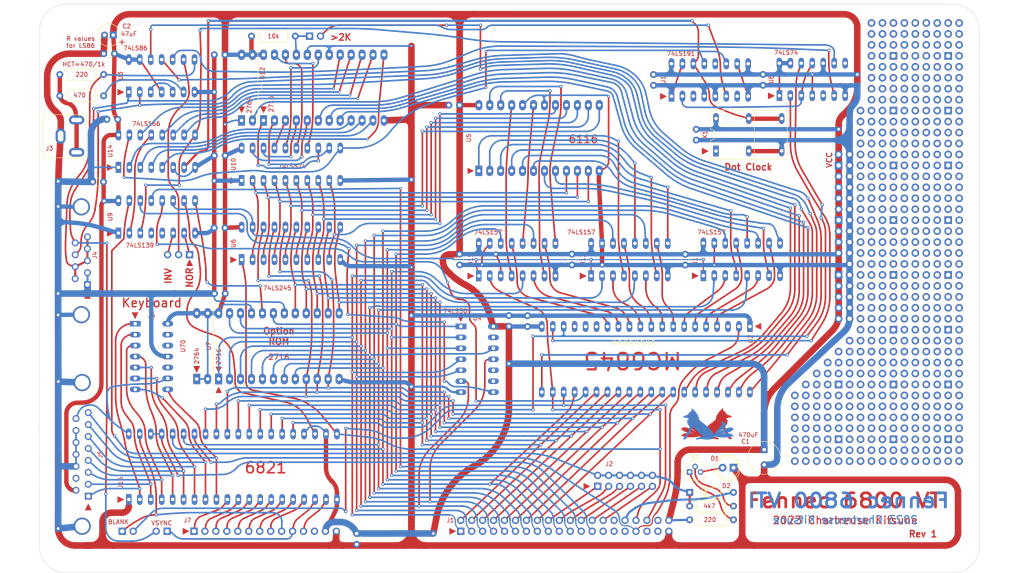
<source format=kicad_pcb>
(kicad_pcb (version 20221018) (generator pcbnew)
  (layers (0 "F.Cu" signal) (31 "B.Cu" signal) (34 "B.Paste" user) (35 "F.Paste" user) (36 "B.SilkS" user "B.Silkscreen") (37 "F.SilkS" user "F.Silkscreen") (38 "B.Mask" user) (39 "F.Mask" user) (44 "Edge.Cuts" user))
  (net 0 "")
  (net 1 "VCC")
  (net 2 "GND")
  (net 3 "Net-(D1-A)")
  (net 4 "/~{VIDSEL}")
  (net 5 "~{BEN}")
  (net 6 "BA7")
  (net 7 "BD7")
  (net 8 "BA6")
  (net 9 "BD6")
  (net 10 "BA5")
  (net 11 "BD5")
  (net 12 "BA4")
  (net 13 "BD4")
  (net 14 "BA3")
  (net 15 "BD3")
  (net 16 "BA2")
  (net 17 "BD2")
  (net 18 "BA1")
  (net 19 "BD1")
  (net 20 "BA0")
  (net 21 "BD0")
  (net 22 "BA8")
  (net 23 "~{EXP6}")
  (net 24 "BA9")
  (net 25 "~{EXP5}")
  (net 26 "BA10")
  (net 27 "~{EXP4}")
  (net 28 "BA11")
  (net 29 "~{EXP3}")
  (net 30 "~{IRQ}")
  (net 31 "~{EXP2}")
  (net 32 "~{NMI}")
  (net 33 "~{EXP1}")
  (net 35 "~{EXP0}")
  (net 37 "~{RESET}")
  (net 38 "R{slash}~{W}_2")
  (net 39 "~{HALT}")
  (net 40 "E_Phi2")
  (net 41 "BA")
  (net 42 "~{VPA}")
  (net 43 "Net-(J3-In)")
  (net 45 "/VIDEO")
  (net 46 "/HSYNC")
  (net 47 "/VSYNC")
  (net 48 "/KEYD0")
  (net 49 "/KEYD1")
  (net 50 "/KEYD2")
  (net 51 "/KEYD3")
  (net 52 "/KEYD4")
  (net 53 "/KEYD5")
  (net 54 "/KEYD6")
  (net 55 "/KEYD7")
  (net 57 "/KEYSTROBE")
  (net 60 "Net-(J7-Pin_1)")
  (net 61 "Net-(J7-Pin_2)")
  (net 62 "Net-(J7-Pin_3)")
  (net 63 "Net-(J7-Pin_4)")
  (net 64 "Net-(J7-Pin_5)")
  (net 65 "Net-(J7-Pin_6)")
  (net 66 "Net-(J7-Pin_7)")
  (net 67 "Net-(J7-Pin_8)")
  (net 68 "Net-(J7-Pin_9)")
  (net 69 "Net-(J7-Pin_10)")
  (net 70 "Net-(J7-Pin_11)")
  (net 72 "Net-(JP2-A)")
  (net 73 "/2732_RA3")
  (net 74 "/RA3")
  (net 75 "Net-(JP2-C)")
  (net 76 "Net-(JP2-B)")
  (net 77 "Net-(Q1-E)")
  (net 78 "/DISPLAY")
  (net 79 "Net-(Q1-B)")
  (net 81 "/SYNC")
  (net 82 "/HALFCLK")
  (net 84 "/MA0")
  (net 85 "/MA1")
  (net 86 "/MA2")
  (net 87 "/MA3")
  (net 88 "/MA4")
  (net 89 "/MA5")
  (net 90 "/MA6")
  (net 91 "/MA7")
  (net 92 "/MA8")
  (net 93 "/MA9")
  (net 94 "/MA10")
  (net 98 "/CURSOR")
  (net 99 "/~{CCLK}")
  (net 100 "/~{VDPCS}")
  (net 101 "/RA4")
  (net 102 "/RA2")
  (net 103 "/RA1")
  (net 104 "/RA0")
  (net 105 "Net-(U3-Pad3)")
  (net 106 "/~{DLY_CURSOR}")
  (net 107 "/CCLK")
  (net 109 "/CA7")
  (net 110 "/CA6")
  (net 111 "/CA5")
  (net 112 "/CA4")
  (net 113 "/CA3")
  (net 114 "/CA2")
  (net 115 "/CA1")
  (net 116 "/CA0")
  (net 117 "/CD0")
  (net 118 "/CD1")
  (net 119 "/CD2")
  (net 120 "/CD3")
  (net 121 "/CD4")
  (net 122 "/CD5")
  (net 123 "/CD6")
  (net 124 "/CD7")
  (net 125 "/CA10")
  (net 126 "/~{RAM_WR}")
  (net 127 "/CA9")
  (net 128 "/CA8")
  (net 129 "/~{VRAMCS}")
  (net 130 "/~{ROMCS}")
  (net 131 "/DLY_CURSOR")
  (net 132 "/~{DLY_DISPLAY}")
  (net 133 "/DLY_DISPLAY")
  (net 135 "Net-(U9B-A0)")
  (net 136 "/~{PIACS}")
  (net 137 "/SH{slash}~{LD}")
  (net 138 "/LCD7")
  (net 139 "/LCD6")
  (net 140 "/LCD5")
  (net 141 "/LCD4")
  (net 142 "/LCD3")
  (net 143 "/LCD2")
  (net 144 "/LCD1")
  (net 145 "/LCD0")
  (net 146 "/PD0")
  (net 147 "/PD1")
  (net 148 "/PD2")
  (net 149 "/PD3")
  (net 150 "/PD4")
  (net 151 "/PD5")
  (net 152 "/PD6")
  (net 153 "/PD7")
  (net 154 "/PCLK")
  (net 155 "Net-(U14-Qh)")
  (footprint "Connector_PinHeader_2.54mm:PinHeader_1x14_P2.54mm_Vertical" (layer "F.Cu") (at 72.771 147.828 90)
    (fp_text reference "J7")
    (fp_text value "User Connector")
  )
  (footprint "Protoboard:5x5proto" (layer "F.Cu") (at 247.65 50.292)
    (fp_text reference "PAD**" hide)
    (fp_text value "5x5proto" hide)
  )
  (footprint "Protoboard:5x5proto" (layer "F.Cu") (at 222.25 24.892)
    (fp_text reference "PAD**" hide)
    (fp_text value "5x5proto" hide)
  )
  (footprint "Connector_Dsub:DSUB-9_Female_Horizontal_P2.77x2.84mm_EdgePinOffset7.70mm_Housed_MountingHolesOffset9.12mm" (layer "F.Cu") (at 48.070331 90.64 -90)
    (fp_text reference "J4")
    (fp_text value "MDA/CGA connector")
  )
  (footprint "Package_TO_SOT_THT:TO-92" (layer "F.Cu") (at 187.706 134.091)
    (fp_text reference "Q1")
    (fp_text value "2N3906")
  )
  (footprint "Protoboard:5x5proto" (layer "F.Cu") (at 234.95 113.792)
    (fp_text reference "PAD**" hide)
    (fp_text value "5x5proto" hide)
  )
  (footprint "Protoboard:5x5proto" (layer "F.Cu") (at 247.65 101.092)
    (fp_text reference "PAD**" hide)
    (fp_text value "5x5proto" hide)
  )
  (footprint "Protoboard:5x5proto" (layer "F.Cu") (at 209.55 113.792)
    (fp_text reference "PAD**" hide)
    (fp_text value "5x5proto" hide)
  )
  (footprint "Capacitor_THT:C_Disc_D3.0mm_W1.6mm_P2.50mm" (layer "F.Cu") (at 186.69 83.606 -90)
    (fp_text reference "C14" hide)
    (fp_text value "0.1uF")
  )
  (footprint "Protoboard:5x5proto" (layer "F.Cu") (at 222.25 37.592)
    (fp_text reference "PAD**" hide)
    (fp_text value "5x5proto" hide)
  )
  (footprint "Protoboard:5x5proto" (layer "F.Cu") (at 222.25 62.992)
    (fp_text reference "PAD**" hide)
    (fp_text value "5x5proto" hide)
  )
  (footprint "Plain Sockets:DIP-20 Copper Ref Pin 1 Mark" (layer "F.Cu") (at 95.25 62.738)
    (fp_text reference "U10")
    (fp_text value "74LS574")
  )
  (footprint "Plain Sockets:DIP-14-8  Crystal Silk Ref Pin 1 Outline" (layer "F.Cu") (at 201.422 55.88)
    (fp_text reference "X1")
    (fp_text value "ACO-12MHz" hide)
  )
  (footprint "Protoboard:5x5proto" (layer "F.Cu") (at 234.95 88.392)
    (fp_text reference "PAD**" hide)
    (fp_text value "5x5proto" hide)
  )
  (footprint "Plain Sockets:DIP-20 Copper Ref Pin 1 Mark" (layer "F.Cu") (at 95.25 81.076)
    (fp_text reference "U6")
    (fp_text value "74LS245")
  )
  (footprint "Plain Sockets:DIP-40 Copper Ref Pin 1" (layer "F.Cu") (at 177.546 107.95 180)
    (fp_text reference "U2")
    (fp_text value "MC6845")
  )
  (footprint "Resistor_THT:R_Axial_DIN0207_L6.3mm_D2.5mm_P10.16mm_Horizontal" (layer "F.Cu") (at 187.706 141.986)
    (fp_text reference "R1" hide)
    (fp_text value "4k7")
  )
  (footprint "Resistor_THT:R_Axial_DIN0207_L6.3mm_D2.5mm_P10.16mm_Horizontal" (layer "F.Cu") (at 51.816 41.91 180)
    (fp_text reference "R4" hide)
    (fp_text value "220")
  )
  (footprint "Protoboard:5x5proto" (layer "F.Cu") (at 222.25 88.392)
    (fp_text reference "PAD**" hide)
    (fp_text value "5x5proto" hide)
  )
  (footprint "Resistor_THT:R_Axial_DIN0207_L6.3mm_D2.5mm_P10.16mm_Horizontal" (layer "F.Cu") (at 96.266 33.02 180)
    (fp_text reference "R3" hide)
    (fp_text value "10k")
  )
  (footprint "Capacitor_THT:CP_Radial_D8.0mm_P3.50mm" (layer "F.Cu") (at 204.978 128.903349 -90)
    (fp_text reference "C1")
    (fp_text value "470uF")
  )
  (footprint "Package_DIP:DIP-24_W15.24mm_Socket_LongPads" (layer "F.Cu") (at 88.895 52.578 90)
    (fp_text reference "U12")
    (fp_text value "2716")
  )
  (footprint "Capacitor_THT:C_Disc_D3.0mm_W1.6mm_P2.50mm" (layer "F.Cu") (at 79.99 60.706 180)
    (fp_text reference "C17" hide)
    (fp_text value "0.1uF")
  )
  (footprint "Capacitor_THT:C_Disc_D3.0mm_W1.6mm_P2.50mm" (layer "F.Cu") (at 54.336 37.084 180)
    (fp_text reference "C19" hide)
    (fp_text value "0.1uF")
  )
  (footprint "Protoboard:5x5proto" (layer "F.Cu") (at 234.95 101.092)
    (fp_text reference "PAD**" hide)
    (fp_text value "5x5proto" hide)
  )
  (footprint "Connector_PinHeader_2.54mm:PinHeader_1x03_P2.54mm_Vertical" (layer "F.Cu") (at 71.74 83.693 -90)
    (fp_text reference "JP2" hide)
    (fp_text value "Jumper_3_Bridged12")
  )
  (footprint "Plain Sockets:DIP-14 Copper Ref Pin 1 Mark" (layer "F.Cu") (at 138.43 107.95 -90)
    (fp_text reference "U4")
    (fp_text value "74LS30")
  )
  (footprint "Protoboard:5x5proto" (layer "F.Cu") (at 247.65 62.992)
    (fp_text reference "PAD**" hide)
    (fp_text value "5x5proto" hide)
  )
  (footprint "Plain Sockets:DIP-16 Copper Ref Pin 1 Mark" (layer "F.Cu") (at 199.771 84.786)
    (fp_text reference "U11")
    (fp_text value "74LS157")
  )
  (footprint "Protoboard:5x5proto" (layer "F.Cu") (at 247.65 75.692)
    (fp_text reference "PAD**" hide)
    (fp_text value "5x5proto" hide)
  )
  (footprint "Connector_PinHeader_2.54mm:PinHeader_2x06_P2.54mm_Vertical" (layer "F.Cu") (at 166.37 137.414 90)
    (fp_text reference "J2")
    (fp_text value "Slot Select")
  )
  (footprint "LED_THT:LED_D5.0mm" (layer "F.Cu") (at 197.871 133.096 180)
    (fp_text reference "D1")
    (fp_text value "LED")
  )
  (footprint "Capacitor_THT:C_Disc_D3.0mm_W1.6mm_P2.50mm" (layer "F.Cu") (at 110.49 148.356 -90)
    (fp_text reference "C7" hide)
    (fp_text value "0.1uF")
  )
  (footprint "Connector_Dsub:DSUB-15_Female_Horizontal_P2.77x2.84mm_EdgePinOffset7.70mm_Housed_MountingHolesOffset9.12mm" (layer "F.Cu") (at 48.26 139.7 -90)
    (fp_text reference "J5")
    (fp_text value "DB15_Female")
  )
  (footprint "Capacitor_THT:C_Disc_D3.0mm_W1.6mm_P2.50mm" (layer "F.Cu") (at 79.97 77.47 180)
    (fp_text reference "C18" hide)
    (fp_text value "0.1uF")
  )
  (footprint "Plain Sockets:DIP-14 Copper Ref Pin 1 Mark" (layer "F.Cu") (at 65.278 42.214)
    (fp_text reference "U3")
    (fp_text value "74LS86")
  )
  (footprint "Protoboard:5x5proto" (layer "F.Cu") (at 209.55 101.092)
    (fp_text reference "PAD**" hide)
    (fp_text value "5x5proto" hide)
  )
  (footprint "Protoboard:5x5proto" (layer "F.Cu") (at 234.95 126.492)
    (fp_text reference "PAD**" hide)
    (fp_text value "5x5proto" hide)
  )
  (footprint "Capacitor_THT:C_Disc_D3.0mm_W1.6mm_P2.50mm" (layer "F.Cu") (at 204.724 41.914 -90)
    (fp_text reference "C11" hide)
    (fp_text value "0.1uF")
  )
  (footprint "Capacitor_THT:C_Disc_D3.0mm_W1.6mm_P2.50mm" (layer "F.Cu") (at 134.366 83.566 -90)
    (fp_text reference "C9" hide)
    (fp_text value "0.1uF")
  )
  (footprint "Plain Sockets:DIP-40 Copper Ref Pin 1" (layer "F.Cu") (at 81.788 132.862)
    (fp_text reference "U16")
    (fp_text value "6821")
  )
  (footprint "Diode_THT:D_DO-35_SOD27_P10.16mm_Horizontal" (layer "F.Cu") (at 187.706 138.811)
    (fp_text reference "D2")
    (fp_text value "1N4148")
  )
  (footprint "Connector_PinHeader_2.54mm:PinHeader_1x02_P2.54mm_Vertical" (layer "F.Cu") (at 56.129 147.828 90)
    (fp_text reference "JP3" hide)
    (fp_text value "BLANKING")
  )
  (footprint "Connector_PinHeader_2.54mm:PinHeader_1x02_P2.54mm_Vertical" (layer "F.Cu") (at 99.568 33.02 90)
    (fp_text reference "JP1" hide)
    (fp_text value "2732ROM")
  )
  (footprint "Capacitor_THT:C_Disc_D3.0mm_W1.6mm_P2.50mm" (layer "F.Cu") (at 160.401 83.566 -90)
    (fp_text reference "C8" hide)
    (fp_text value "0.1uF")
  )
  (footprint "Plain Sockets:DIP-16 Copper Ref Pin 1 Mark" (layer "F.Cu") (at 147.701 84.836)
    (fp_text reference "U15")
    (fp_text value "74LS157")
  )
  (footprint "Capacitor_THT:C_Disc_D3.0mm_W1.6mm_P2.50mm" (layer "F.Cu") (at 145.796 100.31 90)
    (fp_text reference "C12" hide)
    (fp_text value "0.1uF")
  )
  (footprint "Connector_PinHeader_2.54mm:PinHeader_1x02_P2.54mm_Vertical" (layer "F.Cu") (at 66.548 147.828 -90)
    (fp_text reference "JP4" hide)
    (fp_text value "VSYNC INT")
  )
  (footprint "Resistor_THT:R_Axial_DIN0207_L6.3mm_D2.5mm_P10.16mm_Horizontal" (layer "F.Cu") (at 187.706 145.161)
    (fp_text reference "R2" hide)
    (fp_text value "220")
  )
  (footprint "Package_DIP:DIP-24_W15.24mm_Socket_LongPads" (layer "F.Cu") (at 138.811 64.262 90)
    (fp_text reference "U5")
    (fp_text value "6116")
  )
  (footprint "Protoboard:5x5proto" (layer "F.Cu") (at 222.25 126.492)
    (fp_text reference "PAD**" hide)
    (fp_text value "5x5proto" hide)
  )
  (footprint "Plain Sockets:DIP-16 Copper Ref Pin 1 Mark" (layer "F.Cu") (at 173.736 84.836)
    (fp_text reference "U13")
    (fp_text value "74LS157")
  )
  (footprint "Capacitor_THT:C_Disc_D3.0mm_W1.6mm_P2.50mm" (layer "F.Cu") (at 80.01 92.71 180)
    (fp_text reference "C13" hide)
    (fp_text value "0.1uF")
  )
  (footprint "Protoboard:5x5proto" (layer "F.Cu") (at 234.95 75.692)
    (fp_text reference "PAD**" hide)
    (fp_text value "5x5proto" hide)
  )
  (footprint "Capacitor_THT:C_Disc_D3.0mm_W1.6mm_P2.50mm" (layer "F.Cu") (at 189.23 54.63 -90)
    (fp_text reference "C4" hide)
    (fp_text value "0.1uF")
  )
  (footprint "Protoboard:5x5proto" (layer "F.Cu") (at 234.95 50.292)
    (fp_text reference "PAD**" hide)
    (fp_text value "5x5proto" hide)
  )
  (footprint "Protoboard:5x5proto" (layer "F.Cu") (at 209.55 126.492)
    (fp_text reference "PAD**" hide)
    (fp_text value "5x5proto" hide)
  )
  (footprint "Package_DIP:DIP-28_W15.24mm_Socket_LongPads" (layer "F.Cu") (at 83.805 52.578 90)
    (fp_text reference "U120" hide)
    (fp_text value "27128")
  )
  (footprint "Capacitor_THT:C_Disc_D3.0mm_W1.6mm_P2.50mm" (layer "F.Cu") (at 51.796 66.802 180)
    (fp_text reference "C10" hide)
    (fp_text value "0.1uF")
  )
  (footprint "Connector_PinHeader_2.54mm:PinHeader_2x20_P2.54mm_Vertical" (layer "F.Cu") (at 134.62 147.833004 90)
    (fp_text reference "J1")
    (fp_text value "Expansion Connector")
  )
  (footprint "Plain Sockets:DIP-16 Copper Ref Pin 1 Mark" (layer "F.Cu") (at 64.135 74.93)
    (fp_text reference "U9")
    (fp_text value "74LS139")
  )
  (footprint "Resistor_THT:R_Axial_DIN0207_L6.3mm_D2.5mm_P10.16mm_Horizontal" (layer "F.Cu") (at 51.816 46.863 180)
    (fp_text reference "R5" hide)
    (fp_text value "470")
  )
  (footprint "Protoboard:5x5proto" (layer "F.Cu") (at 234.95 62.992)
    (fp_text reference "PAD**" hide)
    (fp_text value "5x5proto" hide)
  )
  (footprint "Plain Sockets:DIP-14 Copper Ref Pin 1 Mark" (layer "F.Cu") (at 62.915 107.315 -90)
    (fp_text reference "J6")
    (fp_text value "DIP14 Keyboard Connector" hide)
  )
  (footprint "Protoboard:5x5proto" (layer "F.Cu") (at 247.65 37.592)
    (fp_text reference "PAD**" hide)
    (fp_text value "5x5proto" hide)
  )
  (footprint "Protoboard:5x5proto" (layer "F.Cu") (at 222.25 101.092)
    (fp_text reference "PAD**" hide)
    (fp_text value "5x5proto" hide)
  )
  (footprint "Protoboard:5x5proto" (layer "F.Cu") (at 234.95 24.892)
    (fp_text reference "PAD**" hide)
    (fp_text value "5x5proto" hide)
  )
  (footprint "Protoboard:5x5proto" (layer "F.Cu") (at 247.65 113.792)
    (fp_text reference "PAD**" hide)
    (fp_text value "5x5proto" hide)
  )
  (footprint "Protoboard:5x5proto" (layer "F.Cu") (at 247.65 126.492)
    (fp_text reference "PAD**" hide)
    (fp_text value "5x5proto" hide)
  )
  (footprint "Connectors:RCA_RA_Switchcraft" (layer "F.Cu") (at 41.85 56.205 -90)
    (fp_text reference "J3")
    (fp_text value "Conn_Coaxial")
  )
  (footprint "Capacitor_THT:C_Disc_D3.0mm_W1.6mm_P2.50mm" (layer "F.Cu") (at 134.366 49.022 180)
    (fp_text reference "C3" hide)
    (fp_text value "0.1uF")
  )
  (footprint "custom:kitlogo" (layer "F.Cu") (at 191.77 122.682)
    (fp_text reference "G***" hide)
    (fp_text value "LOGO" hide)
  )
  (footprint "Capacitor_THT:C_Disc_D3.0mm_W1.6mm_P2.50mm" (layer "F.Cu") (at 179.324 41.93 -90)
    (fp_text reference "C6" hide)
    (fp_text value "0.1uF")
  )
  (footprint "Plain Sockets:DIP-28 Copper Ref Pin 1" (layer "F.Cu") (at 89.916 104.902)
    (fp_text reference "U70")
    (fp_text value "27128")
  )
  (footprint "Protoboard:5x5proto" (layer "F.Cu") (at 247.65 88.392)
    (fp_text reference "PAD**" hide)
    (fp_text value "5x5proto" hide)
  )
  (footprint "Plain Sockets:DIP-16 Copper Ref Pin 1 Mark" (layer "F.Cu") (at 192.3785 43.18)
    (fp_text reference "U1")
    (fp_text value "74LS191")
  )
  (footprint "Protoboard:5x5proto" (layer "F.Cu") (at 222.25 113.792)
    (fp_text reference "PAD**" hide)
    (fp_text value "5x5proto" hide)
  )
  (footprint "Protoboard:5x5proto" (layer "F.Cu") (at 247.65 24.892)
    (fp_text reference "PAD**" hide)
    (fp_text value "5x5proto" hide)
  )
  (footprint "Protoboard:5x5proto" (layer "F.Cu") (at 222.25 75.692)
    (fp_text reference "PAD**" hide)
    (fp_text value "5x5proto" hide)
  )
  (footprint "Plain Sockets:DIP-16 Copper Ref Pin 1 Mark" (layer "F.Cu") (at 64.135 59.69)
    (fp_text reference "U14")
    (fp_text value "74LS166")
  )
  (footprint "Capacitor_THT:C_Disc_D3.0mm_W1.6mm_P2.50mm" (layer "F.Cu") (at 79.97 37.338 180)
    (fp_text reference "C15" hide)
    (fp_text value "0.1uF")
  )
  (footprint "Capacitor_THT:C_Disc_D3.0mm_W1.6mm_P2.50mm" (layer "F.Cu") (at 150.114 100.35 90)
    (fp_text reference "C16" hide)
    (fp_text value "0.1uF")
  )
  (footprint "Protoboard:5x5proto" (layer "F.Cu") (at 222.25 50.292)
    (fp_text reference "PAD**" hide)
    (fp_text value "5x5proto" hide)
  )
  (footprint "Capacitor_THT:C_Disc_D3.0mm_W1.6mm_P2.50mm" (layer "F.Cu") (at 55.098 52.324 180)
    (fp_text reference "C5" hide)
    (fp_text value "0.1uF")
  )
  (footprint "Plain Sockets:DIP-14 Copper Ref Pin 1 Mark" (layer "F.Cu") (at 216.1325 43.057)
    (fp_text reference "U8")
    (fp_text value "74LS74")
  )
  (footprint "Capacitor_THT:CP_Radial_D5.0mm_P2.00mm" (layer "F.Cu") (at 54.041113 32.766 180)
    (fp_text reference "C2")
    (fp_text value "47uF")
  )
  (footprint "Package_DIP:DIP-24_W15.24mm_Socket_LongPads" (layer "F.Cu") (at 78.486 112.527 90)
    (fp_text reference "U7")
    (fp_text value "2716")
  )
  (footprint "Protoboard:5x5proto" (layer "F.Cu") (at 234.95 37.592)
    (fp_text reference "PAD**" hide)
    (fp_text value "5x5proto" hide)
  )
  (footprint "custom:kitlogo" (layer "B.Cu") (at 191.876857 122.718654 180)
    (fp_text reference "G***" hide)
    (fp_text value "LOGO" hide)
  )
  (gr_line (start 77.216 106.426) (end 77.216 114.046) (stroke (width 0.1524)) (layer "F.SilkS"))
  (gr_arc (start 77.216 104.013) (mid 78.4225 105.2195) (end 77.216 106.426) (stroke (width 0.1524)) (layer "F.SilkS"))
  (gr_line (start 77.216 104.013) (end 77.216 95.758) (stroke (width 0.1524)) (layer "F.SilkS"))
  (gr_line (start 254.921877 31.97521) (end 254.889 151.103858) (stroke (width 0.1)) (layer "Edge.Cuts"))
  (gr_line (start 43.305486 157.479258) (end 248.539 157.479258) (stroke (width 0.1)) (layer "Edge.Cuts"))
  (gr_arc (start 36.962963 32.00061) (mid 38.742479 27.422985) (end 43.312963 25.62521) (stroke (width 0.1)) (layer "Edge.Cuts"))
  (gr_line (start 43.312963 25.62521) (end 248.546477 25.62521) (stroke (width 0.1)) (layer "Edge.Cuts"))
  (gr_arc (start 43.305486 157.479258) (mid 38.727857 155.699746) (end 36.930086 151.129258) (stroke (width 0.1)) (layer "Edge.Cuts"))
  (gr_line (start 36.962963 32.00061) (end 36.930086 151.129258) (stroke (width 0.1)) (layer "Edge.Cuts"))
  (gr_arc (start 248.546477 25.62521) (mid 253.124077 27.40475) (end 254.921877 31.97521) (stroke (width 0.1)) (layer "Edge.Cuts"))
  (gr_arc (start 254.889 151.103858) (mid 253.109468 155.681467) (end 248.539 157.479258) (stroke (width 0.1)) (layer "Edge.Cuts"))
  (gr_text "BLANK" (at 55.245 145.669) (layer "F.Cu") (effects (font (size 1.016 1.016) (thickness 0.1524))))
  (gr_text "2764" (at 73.406 107.188 90) (layer "F.Cu") (effects (font (size 1 1))))
  (gr_text "HCT=470/1k" (at 42.164 40.132) (layer "F.Cu") (effects (font (size 1.016 1.016) (thickness 0.1524)) (justify left bottom)))
  (gr_text "2716" (at 78.486 107.315 90) (layer "F.Cu") (effects (font (size 1 1))))
  (gr_text "INV" (at 66.802 88.646 90) (layer "F.Cu") (effects (font (size 1.5 1.5) (thickness 0.3))))
  (gr_text "VCC" (at 220.091 61.722 90) (layer "F.Cu") (effects (font (size 1.27 1.27) (thickness 0.2286))))
  (gr_text "VSYNC" (at 65.278 145.923) (layer "F.Cu") (effects (font (size 1.016 1.016) (thickness 0.1524))))
  (gr_text "Fennec 6800 VTI" (at 224.536 140.716) (layer "F.Cu") (effects (font (size 3.302 3.683) (thickness 0.635))))
  (gr_text "2764" (at 85.598 49.022 90) (layer "F.Cu") (effects (font (size 1 1))))
  (gr_text ">2K" (at 106.807 33.274) (layer "F.Cu") (effects (font (size 1.5 1.5) (thickness 0.3))))
  (gr_text "Option\nROM" (at 92.456 102.616) (layer "F.Cu") (effects (font (size 1.5 1.5) (thickness 0.3))))
  (gr_text "Keyboard" (at 62.992 94.869) (layer "F.Cu") (effects (font (size 2.032 2.032) (thickness 0.3048))))
  (gr_text "R values\nfor LS86" (at 46.482 34.417) (layer "F.Cu") (effects (font (size 1.016 1.016) (thickness 0.1524))))
  (gr_text "NOR" (at 71.755 89.027 90) (layer "F.Cu") (effects (font (size 1.5 1.5) (thickness 0.3))))
  (gr_text "GND" (at 224.79 55.88 90) (layer "F.Cu") (effects (font (size 1.27 1.27) (thickness 0.2286))))
  (gr_text "Rev 1" (at 241.808 148.463) (layer "F.Cu") (effects (font (size 1.5 1.5) (thickness 0.3))))
  (gr_text "Dot Clock" (at 201.295 63.373) (layer "F.Cu") (effects (font (size 1.5 1.5) (thickness 0.3))))
  (gr_text "2716" (at 90.678 48.768 90) (layer "F.Cu") (effects (font (size 1 1))))
  (gr_text "2023 Chartreuse Kitsune" (at 223.774 145.288) (layer "F.Cu") (effects (font (size 1.778 1.778) (thickness 0.254))))
  (gr_text "Fennec 6800 VTI" (at 224.536 140.716) (layer "B.Cu") (effects (font (size 3.302 3.683) (thickness 0.635)) (justify mirror)))
  (gr_text "2023 Chartreuse Kitsune" (at 223.774 145.161) (layer "B.Cu") (effects (font (size 1.778 1.778) (thickness 0.254)) (justify mirror)))
  (gr_text "JLCJLCJLCJLC" (at 174.625 104.013) (layer "F.SilkS") (effects (font (size 1 1))))
  (segment (start 86.106 36.930001) (end 86.106 33.02) (width 1.016) (layer "F.Cu") (net 1))
  (segment (start 134.366 34.51225) (end 134.366 33.05175) (width 1.524) (layer "F.Cu") (net 1))
  (segment (start 105.918 139.288937) (end 105.918 139.148562) (width 1.016) (layer "F.Cu") (net 1))
  (segment (start 51.308 72.331012) (end 51.308 113.635221) (width 1.016) (layer "F.Cu") (net 1))
  (segment (start 54.336 37.084) (end 54.116652 49.678473) (width 1.016) (layer "F.Cu") (net 1))
  (segment (start 79.97 53.467) (end 79.97 93.051) (width 1.016) (layer "F.Cu") (net 1))
  (segment (start 134.366 34.51225) (end 134.366 35.97275) (width 1.524) (layer "F.Cu") (net 1))
  (segment (start 105.918 140.34175) (end 105.918 141.4245) (width 1.016) (layer "F.Cu") (net 1))
  (segment (start 223.058223 51.515776) (end 224.412738 50.161261) (width 1.524) (layer "F.Cu") (net 1))
  (segment (start 143.398875 27.94) (end 141.652625 27.94) (width 1.524) (layer "F.Cu") (net 1))
  (segment (start 137.620375 27.94) (end 137.525125 27.94) (width 1.524) (layer "F.Cu") (net 1))
  (segment (start 145.145125 27.94) (end 143.398875 27.94) (width 1.524) (layer "F.Cu") (net 1))
  (segment (start 105.918 139.429312) (end 105.918 139.569687) (width 1.016) (layer "F.Cu") (net 1))
  (segment (start 222.25 83.566) (end 222.25 97.685461) (width 1.524) (layer "F.Cu") (net 1))
  (segment (start 43.18 120.571865) (end 43.18 136.305003) (width 1.016) (layer "F.Cu") (net 1))
  (segment (start 143.330849 84.796459) (end 142.748 83.566) (width 0.381) (layer "F.Cu") (net 1))
  (segment (start 142.19 100.33) (end 145.796 100.31) (width 1.524) (layer "F.Cu") (net 1))
  (segment (start 154.178 27.94) (end 147.574 27.94) (width 1.524) (layer "F.Cu") (net 1))
  (segment (start 79.97 37.338) (end 79.97 30.87309) (width 1.524) (layer "F.Cu") (net 1))
  (segment (start 51.8795 71.1835) (end 51.943 71.247) (width 1.016) (layer "F.Cu") (net 1))
  (segment (start 103.378 133.077948) (end 103.378 125.262) (width 1.016) (layer "F.Cu") (net 1))
  (segment (start 134.366 49.022) (end 134.366 83.566) (width 1.524) (layer "F.Cu") (net 1))
  (segment (start 226.568 30.939999) (end 226.568 41.91) (width 1.524) (layer "F.Cu") (net 1))
  (segment (start 134.366 30.861) (end 134.366 31.59125) (width 1.524) (layer "F.Cu") (net 1))
  (segment (start 51.816 71.030197) (end 51.816 57.677961) (width 1.016) (layer "F.Cu") (net 1))
  (segment (start 51.943 71.247) (end 51.6255 71.5645) (width 1.016) (layer "F.Cu") (net 1))
  (segment (start 207.36869 114.703309) (end 220.73924 101.332759) (width 1.524) (layer "F.Cu") (net 1))
  (segment (start 226.568 41.91) (end 226.568 44.958) (width 1.524) (layer "F.Cu") (net 1))
  (segment (start 222.25 54.61) (end 222.25 53.467) (width 1.524) (layer "F.Cu") (net 1))
  (segment (start 145.796 119.127943) (end 145.796 100.31) (width 1.524) (layer "F.Cu") (net 1))
  (segment (start 137.287 27.94) (end 131.445 27.94) (width 1.524) (layer "F.Cu") (net 1))
  (segment (start 184.037762 140.803823) (end 182.88 145.293004) (width 1.524) (layer "F.Cu") (net 1))
  (segment (start 134.366 39.624) (end 134.366 45.466) (width 1.524) (layer "F.Cu") (net 1))
  (segment (start 138.2395 27.94) (end 138.731625 27.94) (width 1.524) (layer "F.Cu") (net 1))
  (segment (start 137.287 27.94) (end 137.334625 27.94) (width 1.524) (layer "F.Cu") (net 1))
  (segment (start 208.5125 46.817) (end 208.5125 39.297) (width 0.381) (layer "F.Cu") (net 1))
  (segment (start 78.486 97.287) (end 80.01 92.71) (width 1.016) (layer "F.Cu") (net 1))
  (segment (start 105.918 139.008187) (end 105.918 139.148562) (width 1.016) (layer "F.Cu") (net 1))
  (segment (start 137.429875 27.94) (end 137.525125 27.94) (width 1.524) (layer "F.Cu") (net 1))
  (segment (start 105.918 139.78025) (end 105.918 139.569687) (width 1.016) (layer "F.Cu") (net 1))
  (segment (start 60.198 38.454) (end 65.278 45.974) (width 0.381) (layer "F.Cu") (net 1))
  (segment (start 134.366 49.022) (end 134.366 45.466) (width 1.524) (layer "F.Cu") (net 1))
  (segment (start 105.918 139.78025) (end 105.918 140.34175) (width 1.016) (layer "F.Cu") (net 1))
  (segment (start 134.366 83.566) (end 131.890109 83.645867) (width 1.524) (layer "F.Cu") (net 1))
  (segment (start 79.97 77.47) (end 83.82 77.316) (width 1.016) (layer "F.Cu") (net 1))
  (segment (start 137.715625 27.94) (end 137.620375 27.94) (width 1.524) (layer "F.Cu") (net 1))
  (segment (start 54.131799 31.376135) (end 54.041113 32.766) (width 1.524) (layer "F.Cu") (net 1))
  (segment (start 137.429875 27.94) (end 137.334625 27.94) (width 1.524) (layer "F.Cu") (net 1))
  (segment (start 140.096875 27.94) (end 138.731625 27.94) (width 1.524) (layer "F.Cu") (net 1))
  (segment (start 184.912 131.903348) (end 184.912 133.913257) (width 1.524) (layer "F.Cu") (net 1))
  (segment (start 77.343237 27.94) (end 82.90309 27.94) (width 1.524) (layer "F.Cu") (net 1))
  (segment (start 54.336 37.084) (end 54.041113 32.766) (width 1.016) (layer "F.Cu") (net 1))
  (segment (start 79.97 37.338) (end 79.97 53.467) (width 1.016) (layer "F.Cu") (net 1))
  (segment (start 55.245 52.471) (end 55.245 55.93) (width 1.016) (layer "F.Cu") (net 1))
  (segment (start 216.158 41.914) (end 216.1325 46.817) (width 0.381) (layer "F.Cu") (net 1))
  (segment (start 134.366 35.97275) (end 134.366 37.43325) (width 1.524) (layer "F.Cu") (net 1))
  (segment (start 134.366 31.59125) (end 134.366 33.05175) (width 1.524) (layer "F.Cu") (net 1))
  (segment (start 53.5305 55.94669) (end 55.245 55.93) (width 1.016) (layer "F.Cu") (net 1))
  (segment (start 142.19 100.33) (end 141.232341 97.293294) (width 1.524) (layer "F.Cu") (net 1))
  (segment (start 128.971729 144.749382) (end 128.27 148.336) (width 1.524) (layer "F.Cu") (net 1))
  (segment (start 47.089279 117.987835) (end 45.640664 118.033104) (width 1.016) (layer "F.Cu") (net 1))
  (segment (start 45.305 138.43) (end 45.42 138.315) (width 1.016) (layer "F.Cu") (net 1))
  (segment (start 134.366 39.624) (end 134.366 37.43325) (width 1.524) (layer "F.Cu") (net 1))
  (segment (start 105.918 139.288937) (end 105.918 139.429312) (width 1.016) (layer "F.Cu") (net 1))
  (segment (start 187.911999 128.903349) (end 204.978 128.903349) (width 1.524) (layer "F.Cu") (net 1))
  (segment (start 57.799441 27.94) (end 77.343237 27.94) (width 1.524) (layer "F.Cu") (net 1))
  (segment (start 132.143499 88.138) (end 131.610581 87.626398) (width 1.524) (layer "F.Cu") (net 1))
  (segment (start 222.25 83.566) (end 222.25 54.61) (width 1.524) (layer "F.Cu") (net 1))
  (segment (start 86.2255 37.2185) (end 86.345 37.338) (width 1.016) (layer "F.Cu") (net 1))
  (segment (start 145.145125 27.94) (end 147.574 27.94) (width 1.524) (layer "F.Cu") (net 1))
  (segment (start 105.494368 143.251258) (end 103.251 147.828) (width 1.016) (layer "F.Cu") (net 1))
  (segment (start 138.2395 27.94) (end 137.8585 27.94) (width 1.524) (layer "F.Cu") (net 1))
  (segment (start 131.445 27.94) (end 82.90309 27.94) (width 1.524) (layer "F.Cu") (net 1))
  (segment (start 204.978 128.903349) (end 204.978 120.474947) (width 1.524) (layer "F.Cu") (net 1))
  (segment (start 137.8585 27.94) (end 137.715625 27.94) (width 1.524) (layer "F.Cu") (net 1))
  (segment (start 223.568 27.94) (end 154.178 27.94) (width 1.524) (layer "F.Cu") (net 1))
  (segment (start 105.918 138.938) (end 105.918 139.008187) (width 1.016) (layer "F.Cu") (net 1))
  (segment (start 143.891 87.2875) (end 143.891 88.596) (width 0.381) (layer "F.Cu") (net 1))
  (segment (start 134.366 49.022) (end 138.811 49.022) (width 1.016) (layer "F.Cu") (net 1))
  (segment (start 140.096875 27.94) (end 141.652625 27.94) (width 1.524) (layer "F.Cu") (net 1))
  (segment (start 104.648 136.144) (end 104.840369 136.336369) (width 1.016) (layer "F.Cu") (net 1))
  (via (at 216.158 41.914) (size 0.762) (drill 0.381) (layers "F.Cu" "B.Cu") (net 1))
  (via (at 79.97 53.467) (size 0.762) (drill 0.381) (layers "F.Cu" "B.Cu") (net 1))
  (via (at 51.943 71.247) (size 1.27) (drill 0.635) (layers "F.Cu" "B.Cu") (net 1))
  (via (at 128.27 148.336) (size 1.27) (drill 0.635) (layers "F.Cu" "B.Cu") (net 1))
  (via (at 222.25 54.61) (size 1.27) (drill 0.635) (layers "F.Cu" "B.Cu") (net 1))
  (via (at 226.568 41.91) (size 1.27) (drill 0.635) (layers "F.Cu" "B.Cu") (net 1))
  (via (at 145.796 108.966) (size 1.27) (drill 0.635) (layers "F.Cu" "B.Cu") (net 1))
  (via (at 142.748 83.566) (size 1.27) (drill 0.635) (layers "F.Cu" "B.Cu") (net 1))
  (arc (start 55.245 52.471) (mid 54.396746 51.189482) (end 54.116652 49.678473) (width 1.016) (layer "F.Cu") (net 1))
  (arc (start 226.568 30.939999) (mid 225.68932 28.818679) (end 223.568 27.94) (width 1.524) (layer "F.Cu") (net 1))
  (arc (start 53.5305 55.94669) (mid 52.317157 56.459682) (end 51.816 57.677961) (width 1.016) (layer "F.Cu") (net 1))
  (arc (start 130.4925 85.1535) (mid 130.812992 86.497804) (end 131.610581 87.626398) (width 1.524) (layer "F.Cu") (net 1))
  (arc (start 224.412738 50.161261) (mid 226.007865 47.773984) (end 226.568 44.958) (width 1.524) (layer "F.Cu") (net 1))
  (arc (start 51.8795 71.1835) (mid 51.832503 71.113164) (end 51.816 71.030197) (width 1.016) (layer "F.Cu") (net 1))
  (arc (start 220.73924 101.332759) (mid 221.857366 99.659364) (end 222.25 97.685461) (width 1.524) (layer "F.Cu") (net 1))
  (arc (start 51.308 113.635221) (mid 50.080246 116.666015) (end 47.089279 117.987835) (width 1.016) (layer "F.Cu") (net 1))
  (arc (start 105.494368 143.251258) (mid 105.810705 142.362117) (end 105.918 141.4245) (width 1.016) (layer "F.Cu") (net 1))
  (arc (start 137.287 27.94) (mid 135.221541 28.795541) (end 134.366 30.861) (width 1.524) (layer "F.Cu") (net 1))
  (arc (start 143.330849 84.796459) (mid 143.749235 86.010878) (end 143.891 87.2875) (width 0.381) (layer "F.Cu") (net 1))
  (arc (start 104.840369 136.336369) (mid 105.637932 137.530007) (end 105.918 138.938) (width 1.016) (layer "F.Cu") (net 1))
  (arc (start 135.682761 90.678542) (mid 139.115202 93.434171) (end 141.232341 97.293294) (width 1.524) (layer "F.Cu") (net 1))
  (arc (start 45.640664 118.033104) (mid 43.896116 118.804086) (end 43.18 120.571865) (width 1.016) (layer "F.Cu") (net 1))
  (arc (start 77.343237 27.94) (mid 79.218407 28.722837) (end 79.980338 30.606598) (width 1.524) (layer "F.Cu") (net 1))
  (arc (start 207.36869 114.703309) (mid 205.59932 117.351359) (end 204.978 120.474947) (width 1.524) (layer "F.Cu") (net 1))
  (arc (start 131.890109 83.645867) (mid 130.876586 84.107931) (end 130.4925 85.1535) (width 1.524) (layer "F.Cu") (net 1))
  (arc (start 132.143499 88.138) (mid 133.822528 89.53449) (end 135.682761 90.678542) (width 1.524) (layer "F.Cu") (net 1))
  (arc (start 104.648 136.144) (mid 103.708062 134.737283) (end 103.378 133.077948) (width 1.016) (layer "F.Cu") (net 1))
  (arc (start 57.799441 27.94) (mid 55.286544 28.933239) (end 54.131799 31.376135) (width 1.524) (layer "F.Cu") (net 1))
  (arc (start 51.6255 71.5645) (mid 51.390517 71.916179) (end 51.308 72.331012) (width 1.016) (layer "F.Cu") (net 1))
  (arc (start 79.97 30.87309) (mid 80.829082 28.799082) (end 82.90309 27.94) (width 1.524) (layer "F.Cu") (net 1))
  (arc (start 184.037762 140.803823) (mid 184.692567 137.386159) (end 184.912 133.913257) (width 1.524) (layer "F.Cu") (net 1))
  (arc (start 128.971729 144.749382) (mid 132.037032 137.733164) (end 137.785583 132.675729) (width 1.524) (layer "F.Cu") (net 1))
  (arc (start 145.796 119.127943) (mid 143.643576 126.997335) (end 137.785583 132.675729) (width 1.524) (layer "F.Cu") (net 1))
  (arc (start 131.445 27.94) (mid 133.510458 28.795541) (end 134.366 30.861) (width 1.524) (layer "F.Cu") (net 1))
  (arc (start 184.912 131.903348) (mid 185.790679 129.782028) (end 187.911999 128.903349) (width 1.524) (layer "F.Cu") (net 1))
  (arc (start 223.058223 51.515776) (mid 222.46005 52.411005) (end 222.25 53.467) (width 1.524) (layer "F.Cu") (net 1))
  (arc (start 43.18 136.305003) (mid 43.802397 137.807603) (end 45.305 138.43) (width 1.016) (layer "F.Cu") (net 1))
  (arc (start 86.106 36.930001) (mid 86.137057 37.086135) (end 86.2255 37.2185) (width 1.016) (layer "F.Cu") (net 1))
  (segment (start 85.0875 95.25) (end 80.043694 95.25) (width 0.381) (layer "B.Cu") (net 1))
  (segment (start 217.424 41.914) (end 219.956 41.914) (width 1.016) (layer "B.Cu") (net 1))
  (segment (start 150.114 100.35) (end 153.416 100.35) (width 1.016) (layer "B.Cu") (net 1))
  (segment (start 226.566 41.912) (end 226.568 41.91) (width 1.016) (layer "B.Cu") (net 1))
  (segment (start 145.864284 100.35) (end 150.114 100.35) (width 1.016) (layer "B.Cu") (net 1))
  (segment (start 145.816 100.33) (end 145.796 100.31) (width 1.016) (layer "B.Cu") (net 1))
  (segment (start 141.922 83.566) (end 142.185875 83.566) (width 1.016) (layer "B.Cu") (net 1))
  (segment (start 189.560333 83.601653) (end 186.69 83.606) (width 1.016) (layer "B.Cu") (net 1))
  (segment (start 201.978 108.966) (end 145.796 108.966) (width 1.524) (layer "B.Cu") (net 1))
  (segment (start 204.978 111.965999) (end 204.978 128.903349) (width 1.524) (layer "B.Cu") (net 1))
  (segment (start 217.424 41.914) (end 216.158 41.914) (width 1.016) (layer "B.Cu") (net 1))
  (segment (start 184.62566 41.92666) (end 199.925228 41.917022) (width 1.016) (layer "B.Cu") (net 1))
  (segment (start 69.214999 97.282) (end 73.406 97.282) (width 1.016) (layer "B.Cu") (net 1))
  (segment (start 137.566 83.566) (end 134.366 83.566) (width 1.016) (layer "B.Cu") (net 1))
  (segment (start 57.658 38.454) (end 60.198 38.454) (width 1.016) (layer "B.Cu") (net 1))
  (segment (start 142.748 83.566) (end 160.401 83.566) (width 1.016) (layer "B.Cu") (net 1))
  (segment (start 186.69 83.606) (end 166.101164 83.574673) (width 1.016) (layer "B.Cu") (net 1))
  (segment (start 190.864147 82.312852) (end 190.881 81.026) (width 1.016) (layer "B.Cu") (net 1))
  (segment (start 138.811 82.321) (end 138.811 81.076) (width 1.016) (layer "B.Cu") (net 1))
  (segment (start 100.501713 123.444) (end 100.974579 123.444) (width 0.381) (layer "B.Cu") (net 1))
  (segment (start 73.406 97.282) (end 78.486 97.287) (width 1.016) (layer "B.Cu") (net 1))
  (segment (start 182.115437 41.928241) (end 179.324 41.93) (width 1.016) (layer "B.Cu") (net 1))
  (segment (start 75.946 112.522) (end 73.406 112.522) (width 0.381) (layer "B.Cu") (net 1))
  (segment (start 195.047 54.61) (end 222.25 54.61) (width 1.016) (layer "B.Cu") (net 1))
  (segment (start 55.2065 71.2085) (end 55.245 71.17) (width 1.016) (layer "B.Cu") (net 1))
  (segment (start 182.88 145.293004) (end 187.706 145.161) (width 0.508) (layer "B.Cu") (net 1))
  (segment (start 142.748 83.566) (end 142.560625 83.566) (width 1.016) (layer "B.Cu") (net 1))
  (segment (start 79.99 60.706) (end 83.82 58.978) (width 1.016) (layer "B.Cu") (net 1))
  (segment (start 141.3255 83.566) (end 140.729 83.566) (width 1.016) (layer "B.Cu") (net 1))
  (segment (start 140.541625 83.566) (end 140.217875 83.566) (width 1.016) (layer "B.Cu") (net 1))
  (segment (start 184.62566 41.92666) (end 182.115437 41.928241) (width 1.016) (layer "B.Cu") (net 1))
  (segment (start 204.724 41.914) (end 207.22147 41.914) (width 1.016) (layer "B.Cu") (net 1))
  (segment (start 106.557853 145.669) (end 105.351571 145.669) (width 1.524) (layer "B.Cu") (net 1))
  (segment (start 202.423243 41.915449) (end 199.925228 41.917022) (width 1.016) (layer "B.Cu") (net 1))
  (segment (start 140.541625 83.566) (end 140.729 83.566) (width 1.016) (layer "B.Cu") (net 1))
  (segment (start 222.106147 83.455852) (end 222.25 83.312) (width 1.016) (layer "B.Cu") (net 1))
  (segment (start 208.5125 39.297) (end 211.0525 39.297) (width 1.016) (layer "B.Cu") (net 1))
  (segment (start 208.5125 39.297) (end 208.52125 40.6055) (width 1.016) (layer "B.Cu") (net 1))
  (segment (start 75.946 97.282) (end 75.946 112.522) (width 0.381) (layer "B.Cu") (net 1))
  (segment (start 192.134257 83.599705) (end 221.758856 83.599705) (width 1.016) (layer "B.Cu") (net 1))
  (segment (start 201.221368 40.668118) (end 201.2685 39.42) (width 0.381) (layer "B.Cu") (net 1))
  (segment (start 86.345 37.338) (end 83.805 37.338) (width 1.016) (layer "B.Cu") (net 1))
  (segment (start 103.262108 147.639166) (end 103.251 147.828) (width 1.524) (layer "B.Cu") (net 1))
  (segment (start 142.560625 83.566) (end 142.185875 83.566) (width 1.016) (layer "B.Cu") (net 1))
  (segment (start 51.943 71.247) (end 55.113552 71.247) (width 1.016) (layer "B.Cu") (net 1))
  (segment (start 83.805 52.578) (end 83.164397 52.544073) (width 0.381) (layer "B.Cu") (net 1))
  (segment (start 110.555428 148.355926) (end 128.27 148.336) (width 1.524) (layer "B.Cu") (net 1))
  (segment (start 86.345 37.338) (end 88.885 37.338) (width 1.016) (layer "B.Cu") (net 1))
  (segment (start 110.464389 148.295792) (end 110.438778 148.235585) (width 1.524) (layer "B.Cu") (net 1))
  (segment (start 57.658 38.454) (end 54.336 37.084) (width 1.016) (layer "B.Cu") (net 1))
  (segment (start 99.033285 124.209442) (end 98.298 125.262) (width 0.381) (layer "B.Cu") (net 1))
  (segment (start 83.805 37.338) (end 79.97 37.338) (width 1.016) (layer "B.Cu") (net 1))
  (segment (start 193.802 53.365) (end 193.802 52.12) (width 1.016) (layer "B.Cu") (net 1))
  (segment (start 192.557011 54.615446) (end 189.23 54.63) (width 1.016) (layer "B.Cu") (net 1))
  (segment (start 164.849387 82.324387) (end 164.846 81.076) (width 1.016) (layer "B.Cu") (net 1))
  (segment (start 86.106 96.2685) (end 86.106 97.287) (width 0.381) (layer "B.Cu") (net 1))
  (segment (start 140.217875 83.566) (end 140.056 83.566) (width 1.016) (layer "B.Cu") (net 1))
  (segment (start 102.757083 124.37316) (end 103.378 125.262) (width 0.381) (layer "B.Cu") (net 1))
  (segment (start 219.956 41.914) (end 226.561171 41.914) (width 1.016) (layer "B.Cu") (net 1))
  (segment (start 166.101164 83.574673) (end 163.604383 83.570874) (width 1.016) (layer "B.Cu") (net 1))
  (segment (start 183.429524 40.673725) (end 183.4885 39.42) (width 1.016) (layer "B.Cu") (net 1))
  (segment (start 189.560333 83.601653) (end 192.134257 83.599705) (width 1.016) (layer "B.Cu") (net 1))
  (segment (start 218.681534 40.648028) (end 218.6725 39.297) (width 0.381) (layer "B.Cu") (net 1))
  (segment (start 163.604383 83.570874) (end 160.401 83.566) (width 1.016) (layer "B.Cu") (net 1))
  (segment (start 209.838529 41.914) (end 207.22147 41.914) (width 1.016) (layer "B.Cu") (net 1))
  (segment (start 78.74 96.2685) (end 78.486 97.287) (width 0.381) (layer "B.Cu") (net 1))
  (segment (start 137.566 83.566) (end 140.056 83.566) (width 1.016) (layer "B.Cu") (net 1))
  (segment (start 141.922 83.566) (end 141.3255 83.566) (width 1.016) (layer "B.Cu") (net 1))
  (segment (start 204.724 41.914) (end 202.423243 41.915449) (width 1.016) (layer "B.Cu") (net 1))
  (segment (start 216.158 41.914) (end 209.838529 41.914) (width 1.016) (layer "B.Cu") (net 1))
  (arc (start 164.849387 82.324387) (mid 164.485814 83.206251) (end 163.604383 83.570874) (width 1.016) (layer "B.Cu") (net 1))
  (arc (start 183.429524 40.673725) (mid 183.759316 41.556306) (end 184.62566 41.92666) (width 1.016) (layer "B.Cu") (net 1))
  (arc (start 55.113552 71.247) (mid 55.163855 71.236994) (end 55.2065 71.2085) (width 1.016) (layer "B.Cu") (net 1))
  (arc (start 106.557853 145.669) (mid 108.884274 146.368686) (end 110.438778 148.235585) (width 1.524) (layer "B.Cu") (net 1))
  (arc (start 138.811 82.321) (mid 139.175652 83.201347) (end 140.056 83.566) (width 1.016) (layer "B.Cu") (net 1))
  (arc (start 83.164397 52.544073) (mid 81.489383 52.736151) (end 79.97 53.467) (width 0.381) (layer "B.Cu") (net 1))
  (arc (start 222.106147 83.455852) (mid 221.946808 83.562318) (end 221.758856 83.599705) (width 1.016) (layer "B.Cu") (net 1))
  (arc (start 103.262108 147.639166) (mid 103.915656 146.239213) (end 105.351571 145.669) (width 1.524) (layer "B.Cu") (net 1))
  (arc (start 226.566 41.912) (mid 226.563784 41.91348) (end 226.561171 41.914) (width 1.016) (layer "B.Cu") (net 1))
  (arc (start 218.681534 40.648028) (mid 218.316199 41.54269) (end 217.424 41.914) (width 1.016) (layer "B.Cu") (net 1))
  (arc (start 100.501713 123.444) (mid 99.673736 123.646846) (end 99.033285 124.209442) (width 0.381) (layer "B.Cu") (net 1))
  (arc (start 201.221368 40.668118) (mid 200.824963 41.553753) (end 199.925228 41.917022) (width 1.016) (layer "B.Cu") (net 1))
  (arc (start 102.757083 124.37316) (mid 101.979648 123.690233) (end 100.974579 123.444) (width 0.381) (layer "B.Cu") (net 1))
  (arc (start 189.560333 83.601653) (mid 190.476406 83.224496) (end 190.864147 82.312852) (width 1.016) (layer "B.Cu") (net 1))
  (arc (start 218.681534 40.648028) (mid 219.057814 41.543717) (end 219.956 41.914) (width 1.016) (layer "B.Cu") (net 1))
  (arc (start 193.802 53.365) (mid 193.43768 54.247271) (end 192.557011 54.615446) (width 1.016) (layer "B.Cu") (net 1))
  (arc (start 145.864284 100.35) (mid 145.838152 100.344802) (end 145.816 100.33) (width 1.016) (layer "B.Cu") (net 1))
  (arc (start 201.978 108.966) (mid 204.09932 109.844679) (end 204.978 111.965999) (width 1.524) (layer "B.Cu") (net 1))
  (arc (start 110.555428 148.355926) (mid 110.500856 148.339563) (end 110.464389 148.295792) (width 1.524) (layer "B.Cu") (net 1))
  (arc (start 69.214999 97.282) (mid 67.418948 98.025948) (end 66.675 99.822) (width 1.016) (layer "B.Cu") (net 1))
  (arc (start 80.043694 95.25) (mid 79.216506 95.534811) (end 78.74 96.2685) (width 0.381) (layer "B.Cu") (net 1))
  (arc (start 193.802 53.365) (mid 194.166652 54.245347) (end 195.047 54.61) (width 1.016) (layer "B.Cu") (net 1))
  (arc (start 209.838529 41.914) (mid 208.91017 41.531278) (end 208.52125 40.6055) (width 1.016) (layer "B.Cu") (net 1))
  (arc (start 195.047 54.61) (mid 193.802002 54.611361) (end 192.557011 54.615446) (width 1.016) (layer "B.Cu") (net 1))
  (arc (start 201.221368 40.668118) (mid 201.556917 41.547473) (end 202.423243 41.915449) (width 1.016) (layer "B.Cu") (net 1))
  (arc (start 183.429524 40.673725) (mid 183.02359 41.564017) (end 182.115437 41.928241) (width 1.016) (layer "B.Cu") (net 1))
  (arc (start 207.22147 41.914) (mid 208.143641 41.530216) (end 208.52125 40.6055) (width 1.016) (layer "B.Cu") (net 1))
  (arc (start 192.134257 83.599705) (mid 191.230215 83.221766) (end 190.864147 82.312852) (width 1.016) (layer "B.Cu") (net 1))
  (arc (start 164.849387 82.324387) (mid 165.217107 83.208005) (end 166.101164 83.574673) (width 1.016) (layer "B.Cu") (net 1))
  (arc (start 85.0875 95.25) (mid 85.807688 95.548311) (end 86.106 96.2685) (width 0.381) (layer "B.Cu") (net 1))
  (arc (start 137.566 83.566) (mid 138.446347 83.201347) (end 138.811 82.321) (width 1.016) (layer "B.Cu") (net 1))
  (segment (start 123.190005 146.573125) (end 123.190011 147.509484) (width 1.524) (layer "F.Cu") (net 2))
  (segment (start 182.88 148.102296) (end 182.880001 148.675386) (width 1.524) (layer "F.Cu") (net 2))
  (segment (start 48.260007 151.129999) (end 48.50566 151.129999) (width 1.524) (layer "F.Cu") (net 2))
  (segment (start 48.014354 151.13) (end 47.523049 151.13) (width 1.524) (layer "F.Cu") (net 2))
  (segment (start 121.540317 52.389935) (end 116.835 52.578) (width 1.524) (layer "F.Cu") (net 2))
  (segment (start 201.422 59.69) (end 209.042 59.69) (width 1.016) (layer "F.Cu") (net 2))
  (segment (start 123.19 142.82769) (end 123.190001 144.700407) (width 1.524) (layer "F.Cu") (net 2))
  (segment (start 123.19 53.975) (end 123.19 66.294) (width 1.524) (layer "F.Cu") (net 2))
  (segment (start 123.19 144.700407) (end 123.19 145.636766) (width 1.524) (layer "F.Cu") (net 2))
  (segment (start 123.19 35.306) (end 123.19 47.371) (width 1.524) (layer "F.Cu") (net 2))
  (segment (start 186.0285 39.42) (end 183.4885 46.94) (width 0.381) (layer "F.Cu") (net 2))
  (segment (start 48.260007 151.13) (end 48.50566 151.13) (width 1.524) (layer "F.Cu") (net 2))
  (segment (start 123.19 50.673) (end 123.19 47.371) (width 1.524) (layer "F.Cu") (net 2))
  (segment (start 180.121584 151.13) (end 126.575957 151.13) (width 1.524) (layer "F.Cu") (net 2))
  (segment (start 107.31622 151.13) (end 104.011779 151.13) (width 1.524) (layer "F.Cu") (net 2))
  (segment (start 167.400663 86.062009) (end 167.415327 86.076673) (width 1.016) (layer "F.Cu") (net 2))
  (segment (start 51.836 37.084) (end 43.944061 37.084) (width 1.524) (layer "F.Cu") (net 2))
  (segment (start 123.19 146.573125) (end 123.19 147.744043) (width 1.524) (layer "F.Cu") (net 2))
  (segment (start 123.19 147.744043) (end 123.19 149.437021) (width 1.524) (layer "F.Cu") (net 2))
  (segment (start 45.212001 151.13) (end 47.523049 151.13) (width 1.524) (layer "F.Cu") (net 2))
  (segment (start 249.936 138.889999) (end 249.936 148.13) (width 1.524) (layer "F.Cu") (net 2))
  (segment (start 123.19 53.975) (end 123.19 50.673) (width 1.524) (layer "F.Cu") (net 2))
  (segment (start 204.978 134.146674) (end 204.978 132.403349) (width 1.524) (layer "F.Cu") (net 2))
  (segment (start 206.721325 135.89) (end 246.936 135.89) (width 1.524) (layer "F.Cu") (net 2))
  (segment (start 77.47 66.548) (end 77.47 92.71) (width 1.016) (layer "F.Cu") (net 2))
  (segment (start 41.558778 60.817282) (end 41.85 56.205) (width 1.524) (layer "F.Cu") (net 2))
  (segment (start 54.186783 151.13) (end 54.186786 151.130003) (width 1.524) (layer "F.Cu") (net 2))
  (segment (start 123.19 86.614) (end 123.19 97.79) (width 1.524) (layer "F.Cu") (net 2))
  (segment (start 123.190001 144.700407) (end 123.190002 145.636766) (width 1.524) (layer "F.Cu") (net 2))
  (segment (start 124.841 49.022) (end 131.866 49.022) (width 1.524) (layer "F.Cu") (net 2))
  (segment (start 57.658 141.986) (end 57.658 140.462) (width 1.016) (layer "F.Cu") (net 2))
  (segment (start 107.31622 151.13) (end 121.497021 151.13) (width 1.524) (layer "F.Cu") (net 2))
  (segment (start 104.011779 151.13) (end 54.186783 151.13) (width 1.524) (layer "F.Cu") (net 2))
  (segment (start 51.562001 145.679289) (end 51.561999 148.319304) (width 1.524) (layer "F.Cu") (net 2))
  (segment (start 41.275 92.71) (end 41.275 97.663) (width 1.524) (layer "F.Cu") (net 2))
  (segment (start 168.91 62.052943) (end 168.91 46.99) (width 0.381) (layer "F.Cu") (net 2))
  (segment (start 197.036588 151.13) (end 202.755063 151.13) (width 1.524) (layer "F.Cu") (net 2))
  (segment (start 206.721325 135.89) (end 203.234674 135.89) (width 1.524) (layer "F.Cu") (net 2))
  (segment (start 51.836 37.084) (end 52.041113 32.766) (width 1.524) (layer "F.Cu") (net 2))
  (segment (start 41.275 92.71) (end 41.275 72.517) (width 1.524) (layer "F.Cu") (net 2))
  (segment (start 182.879999 148.102296) (end 182.879999 148.371588) (width 1.524) (layer "F.Cu") (net 2))
  (segment (start 123.19 144.700407) (end 123.19 142.82769) (width 1.524) (layer "F.Cu") (net 2))
  (segment (start 53.731291 143.51) (end 56.134 143.51) (width 1.524) (layer "F.Cu") (net 2))
  (segment (start 41.275 147.193) (end 41.275 97.663) (width 1.524) (layer "F.Cu") (net 2))
  (segment (start 123.19 86.614) (end 123.19 66.294) (width 1.524) (layer "F.Cu") (net 2))
  (segment (start 202.755063 151.13) (end 246.936 151.13) (width 1.524) (layer "F.Cu") (net 2))
  (segment (start 41.310602 67.838281) (end 41.275 72.517) (width 1.524) (layer "F.Cu") (net 2))
  (segment (start 167.386 81.076) (end 167.386 86.026608) (width 1.016) (layer "F.Cu") (net 2))
  (segment (start 121.497021 151.13) (end 124.882978 151.13) (width 1.524) (layer "F.Cu") (net 2))
  (segment (start 48.751313 151.129998) (end 48.50566 151.129999) (width 1.524) (layer "F.Cu") (net 2))
  (segment (start 193.421 86.106) (end 193.421 81.026) (width 0.381) (layer "F.Cu") (net 2))
  (segment (start 167.386 81.076) (end 166.669109 66.930122) (width 1.016) (layer "F.Cu") (net 2))
  (segment (start 41.891084 52.938858) (end 41.85 56.205) (width 1.524) (layer "F.Cu") (net 2))
  (segment (start 139.553 84.689) (end 139.533 86.066) (width 0.381) (layer "F.Cu") (net 2))
  (segment (start 123.190005 146.573125) (end 123.190002 145.636766) (width 1.524) (layer "F.Cu") (net 2))
  (segment (start 197.036588 151.13) (end 185.334618 151.13) (width 1.524) (layer "F.Cu") (net 2))
  (segment (start 198.7285 39.42) (end 201.2685 46.94) (width 0.381) (layer "F.Cu") (net 2))
  (segment (start 48.260007 151.129999) (end 48.014354 151.129999) (width 1.524) (layer "F.Cu") (net 2))
  (segment (start 167.557433 63.882502) (end 167.8305 63.754) (width 0.381) (layer "F.Cu") (net 2))
  (segment (start 123.19 146.573125) (end 123.19 145.636766) (width 1.524) (layer "F.Cu") (net 2))
  (segment (start 48.50566 151.13) (end 54.186783 151.13) (width 1.524) (layer "F.Cu") (net 2))
  (segment (start 180.121584 151.13) (end 185.334618 151.13) (width 1.524) (layer "F.Cu") (net 2))
  (segment (start 77.47 53.086) (end 77.47 66.548) (width 1.016) (layer "F.Cu") (net 2))
  (segment (start 203.234674 135.89) (end 201.623917 135.89) (width 1.524) (layer "F.Cu") (net 2))
  (segment (start 140.430117 82.234095) (end 141.351 81.076) (width 0.381) (layer "F.Cu") (net 2))
  (segment (start 199.898003 148.268565) (end 199.898 137.922) (width 1.524) (layer "F.Cu") (net 2))
  (segment (start 77.47 45.974) (end 77.47 37.338) (width 1.016) (layer "F.Cu") (net 2))
  (segment (start 77.47 53.086) (end 77.47 45.974) (width 1.016) (layer "F.Cu") (net 2))
  (segment (start 38.735 46.33298) (end 38.735 42.293061) (width 1.524) (layer "F.Cu") (net 2))
  (segment (start 47.523049 151.13) (end 48.014354 151.129999) (width 1.524) (layer "F.Cu") (net 2))
  (segment (start 126.575957 151.13) (end 124.882978 151.13) (width 1.524) (layer "F.Cu") (net 2))
  (segment (start 224.79 60.452) (end 224.79 98.552) (width 1.016) (layer "F.Cu") (net 2))
  (segment (start 48.260007 151.13) (end 48.014354 151.13) (width 1.524) (layer "F.Cu") (net 2))
  (segment (start 123.19 142.82769) (end 123.19 97.79) (width 1.524) (layer "F.Cu") (net 2))
  (segment (start 198.8845 134.493) (end 197.871 133.096) (width 1.524) (layer "F.Cu") (net 2))
  (segment (start 105.7275 149.479) (end 105.791 147.828) (width 1.524) (layer "F.Cu") (net 2))
  (via (at 41.275 72.517) (size 1.27) (drill 0.635) (layers "F.Cu" "B.Cu") (net 2))
  (via (at 41.275 147.193) (size 1.27) (drill 0.635) (layers "F.Cu" "B.Cu") (net 2))
  (via (at 168.91 46.99) (size 0.635) (drill 0.3048) (layers "F.Cu" "B.Cu") (net 2))
  (via (at 41.275 66.690407) (size 1.27) (drill 0.635) (layers "F.Cu" "B.Cu") (net 2))
  (via (at 41.275 92.71) (size 1.27) (drill 0.635) (layers "F.Cu" "B.Cu") (net 2))
  (via (at 123.19 66.294) (size 1.27) (drill 0.635) (layers "F.Cu" "B.Cu") (net 2))
  (via (at 77.47 66.548) (size 1.27) (drill 0.635) (layers "F.Cu" "B.Cu") (net 2))
  (via (at 123.19 97.79) (size 1.27) (drill 0.635) (layers "F.Cu" "B.Cu") (net 2))
  (via (at 139.533 86.066) (size 0.762) (drill 0.381) (layers "F.Cu" "B.Cu") (net 2))
  (via (at 123.19 114.3) (size 1.27) (drill 0.635) (layers "F.Cu" "B.Cu") (net 2))
  (via (at 41.31945 113.11255) (size 1.27) (drill 0.635) (layers "F.Cu" "B.Cu") (net 2))
  (via (at 123.19 35.306) (size 0.635) (drill 0.3048) (layers "F.Cu" "B.Cu") (net 2))
  (via (at 77.47 45.974) (size 1.27) (drill 0.635) (layers "F.Cu" "B.Cu") (net 2))
  (via (at 123.19 86.614) (size 0.762) (drill 0.381) (layers "F.Cu" "B.Cu") (net 2))
  (via (at 193.421 86.106) (size 0.762) (drill 0.381) (layers "F.Cu" "B.Cu") (net 2))
  (via (at 167.415327 86.076673) (size 1.27) (drill 0.635) (layers "F.Cu" "B.Cu") (net 2))
  (via (at 41.275 97.663) (size 1.27) (drill 0.635) (layers "F.Cu" "B.Cu") (net 2))
  (arc (start 246.936 135.89) (mid 249.05732 136.768679) (end 249.936 138.889999) (width 1.524) (layer "F.Cu") (net 2))
  (arc (start 139.553 84.689) (mid 139.788033 83.388829) (end 140.430117 82.234095) (width 0.381) (layer "F.Cu") (net 2))
  (arc (start 121.497021 151.13) (mid 122.694137 150.634137) (end 123.19 149.437021) (width 1.524) (layer "F.Cu") (net 2))
  (arc (start 182.880001 148.675386) (mid 183.598943 150.41106) (end 185.334618 151.13) (width 1.524) (layer "F.Cu") (net 2))
  (arc (start 123.190002 145.636766) (mid 123.19 145.636764) (end 123.19 145.636766) (width 1.524) (layer "F.Cu") (net 2))
  (arc (start 40.735591 50.495473) (mid 39.261114 48.642138) (end 38.735 46.33298) (width 1.524) (layer "F.Cu") (net 2))
  (arc (start 54.186786 151.130003) (mid 52.330773 150.361224) (end 51.561996 148.50521) (width 1.524) (layer "F.Cu") (net 2))
  (arc (start 48.50566 151.129999) (mid 48.505659 151.129999) (end 48.50566 151.13) (width 1.524) (layer "F.Cu") (net 2))
  (arc (start 167.400663 86.062009) (mid 167.38981 86.045767) (end 167.386 86.026608) (width 1.016) (layer "F.Cu") (net 2))
  (arc (start 48.260007 151.129999) (mid 48.260006 151.129999) (end 48.260007 151.13) (width 1.524) (layer "F.Cu") (net 2))
  (arc (start 41.891084 52.938858) (mid 41.595729 51.583621) (end 40.735591 50.495473) (width 1.524) (layer "F.Cu") (net 2))
  (arc (start 123.19 47.371) (mid 123.673566 48.538433) (end 124.841 49.022) (width 1.524) (layer "F.Cu") (net 2))
  (arc (start 206.721325 135.89) (mid 205.488601 135.379397) (end 204.978 134.146674) (width 1.524) (layer "F.Cu") (net 2))
  (arc (start 166.6875 65.151) (mid 166.950402 64.398749) (end 167.557433 63.882502) (width 0.381) (layer "F.Cu") (net 2))
  (arc (start 123.19 147.744043) (mid 124.181736 150.138264) (end 126.575957 151.13) (width 1.524) (layer "F.Cu") (net 2))
  (arc (start 168.91 62.052943) (mid 168.617346 63.06028) (end 167.8305 63.754) (width 0.381) (layer "F.Cu") (net 2))
  (arc (start 48.751313 151.129998) (mid 50.738767 150.30676) (end 51.561999 148.319304) (width 1.524) (layer "F.Cu") (net 2))
  (arc (start 166.6875 65.151) (mid 166.651177 66.04028) (end 166.669109 66.930122) (width 1.016) (layer "F.Cu") (net 2))
  (arc (start 202.755063 151.13) (mid 200.734814 150.293186) (end 199.898 148.272937) (width 1.524) (layer "F.Cu") (net 2))
  (arc (start 199.898003 148.268565) (mid 199.059921 150.291903) (end 197.036588 151.13) (width 1.524) (layer "F.Cu") (net 2))
  (arc (start 107.31622 151.13) (mid 106.170599 150.642527) (end 105.7275 149.479) (width 1.524) (layer "F.Cu") (net 2))
  (arc (start 123.190001 144.700407) (mid 123.19 144.700406) (end 123.19 144.700407) (width 1.524) (layer "F.Cu") (net 2))
  (arc (start 121.540317 52.389935) (mid 122.710744 51.863516) (end 123.19 50.673) (width 1.524) (layer "F.Cu") (net 2))
  (arc (start 182.88 148.102296) (mid 182.879999 148.102295) (end 182.879999 148.102296) (width 1.524) (layer "F.Cu") (net 2))
  (arc (start 123.19 50.673) (mid 123.673566 49.505566) (end 124.841 49.022) (width 1.524) (layer "F.Cu") (net 2))
  (arc (start 123.19 149.437021) (mid 123.685861 150.634137) (end 124.882978 151.13) (width 1.524) (layer "F.Cu") (net 2))
  (arc (start 121.540317 52.389935) (mid 122.702747 52.831115) (end 123.19 53.975) (width 1.524) (layer "F.Cu") (net 2))
  (arc (start 180.121584 151.13) (mid 182.072077 150.32208) (end 182.879999 148.371588) (width 1.524) (layer "F.Cu") (net 2))
  (arc (start 123.190011 147.509484) (mid 122.129597 150.069574) (end 119.569511 151.13) (width 1.524) (layer "F.Cu") (net 2))
  (arc (start 104.011779 151.13) (mid 105.202314 150.650216) (end 105.7275 149.479) (width 1.524) (layer "F.Cu") (net 2))
  (arc (start 51.562001 145.679289) (mid 52.197372 144.14537) (end 53.731291 143.51) (width 1.524) (layer "F.Cu") (net 2))
  (arc (start 41.310602 67.838281) (mid 41.386024 64.326061) (end 41.558778 60.817282) (width 1.524) (layer "F.Cu") (net 2))
  (arc (start 201.623917 135.89) (mid 200.403509 136.395509) (end 199.898 137.615917) (width 1.524) (layer "F.Cu") (net 2))
  (arc (start 201.623917 135.89) (mid 200.086396 135.520601) (end 198.8845 134.493) (width 1.524) (layer "F.Cu") (net 2))
  (arc (start 198.8845 134.493) (mid 199.638283 135.974287) (end 199.898 137.615917) (width 1.524) (layer "F.Cu") (net 2))
  (arc (start 123.190005 146.573125) (mid 123.190002 146.573122) (end 123.19 146.573125) (width 1.524) (layer "F.Cu") (net 2))
  (arc (start 246.936 151.13) (mid 249.05732 150.25132) (end 249.936 148.13) (width 1.524) (layer "F.Cu") (net 2))
  (arc (start 41.275 147.193) (mid 42.428121 149.976879) (end 45.212001 151.13) (width 1.524) (layer "F.Cu") (net 2))
  (arc (start 57.658 141.986) (mid 57.21163 143.06363) (end 56.134 143.51) (width 1.524) (layer "F.Cu") (net 2))
  (arc (start 38.735 42.293061) (mid 40.260699 38.609699) (end 43.944061 37.084) (width 1.524) (layer "F.Cu") (net 2))
  (arc (start 48.014354 151.129999) (mid 48.014353 151.129999) (end 48.014354 151.13) (width 1.524) (layer "F.Cu") (net 2))
  (arc (start 204.978 134.146674) (mid 204.467391 135.379391) (end 203.234674 135.89) (width 1.524) (layer "F.Cu") (net 2))
  (segment (start 68.305903 92.71) (end 77.51 92.71) (width 1.524) (layer "B.Cu") (net 2))
  (segment (start 224.79 86.106) (end 224.79 88.392) (width 1.524) (layer "B.Cu") (net 2))
  (segment (start 79.375 94.488) (end 78.359224 94.488) (width 0.381) (layer "B.Cu") (net 2))
  (segment (start 182.629087 87.347913) (end 182.626 88.596) (width 1.016) (layer "B.Cu") (net 2))
  (segment (start 48.895 63.066487) (end 48.895 63.933512) (width 1.524) (layer "B.Cu") (net 2))
  (segment (start 155.068762 46.736003) (end 155.268647 46.736001) (width 0.381) (layer "B.Cu") (net 2))
  (segment (start 99.0525 36.322) (end 99.045 37.338) (width 0.381) (layer "B.Cu") (net 2))
  (segment (start 48.895 63.45) (end 55.245 63.45) (width 0.381) (layer "B.Cu") (net 2))
  (segment (start 194.3735 86.106) (end 193.89725 86.106) (width 1.016) (layer "B.Cu") (net 2))
  (segment (start 41.275 147.193) (end 46.84 146.655) (width 1.524) (layer "B.Cu") (net 2))
  (segment (start 208.661 87.326) (end 208.661 88.546) (width 1.016) (layer "B.Cu") (net 2))
  (segment (start 204.724 44.414) (end 222.592359 44.444148) (width 1.016) (layer "B.Cu") (net 2))
  (segment (start 68.537942 64.530058) (end 67.945 63.45) (width 0.381) (layer "B.Cu") (net 2))
  (segment (start 75.387329 78.69) (end 73.025 78.69) (width 1.016) (layer "B.Cu") (net 2))
  (segment (start 93.726 96.0145) (end 93.726 97.287) (width 0.381) (layer "B.Cu") (net 2))
  (segment (start 224.79 97.028) (end 224.79 97.79) (width 1.524) (layer "B.Cu") (net 2))
  (segment (start 194.84975 86.106) (end 194.3735 86.106) (width 1.016) (layer "B.Cu") (net 2))
  (segment (start 68.278248 92.71) (end 68.26903 92.71) (width 1.524) (layer "B.Cu") (net 2))
  (segment (start 43.18 66.746203) (end 41.275 66.690407) (width 1.524) (layer "B.Cu") (net 2))
  (segment (start 105.156003 35.306) (end 103.123996 35.306) (width 0.381) (layer "B.Cu") (net 2))
  (segment (start 183.449537 45.683713) (end 183.4885 46.94) (width 0.381) (layer "B.Cu") (net 2))
  (segment (start 41.275 72.517) (end 41.275 74.295) (width 1.524) (layer "B.Cu") (net 2))
  (segment (start 154.020077 48.465389) (end 153.998357 48.074463) (width 0.381) (layer "B.Cu") (net 2))
  (segment (start 48.070331 90.64) (end 48.070331 87.87) (width 0.508) (layer "B.Cu") (net 2))
  (segment (start 48.895 55.763564) (end 48.895 59.1485) (width 1.524) (layer "B.Cu") (net 2))
  (segment (start 221.79 57.15) (end 210.287 57.15) (width 1.016) (layer "B.Cu") (net 2))
  (segment (start 167.415327 86.076673) (end 167.40999 86.071336) (width 1.016) (layer "B.Cu") (net 2))
  (segment (start 154.868877 46.736007) (end 155.068762 46.736003) (width 0.381) (layer "B.Cu") (net 2))
  (segment (start 182.153683 44.428217) (end 179.324 44.43) (width 1.016) (layer "B.Cu") (net 2))
  (segment (start 46.990816 66.802) (end 49.01245 66.802) (width 1.524) (layer "B.Cu") (net 2))
  (segment (start 62.865 92.71) (end 62.865 103.887258) (width 1.016) (layer "B.Cu") (net 2))
  (segment (start 68.278248 92.71) (end 68.287466 92.71) (width 1.524) (layer "B.Cu") (net 2))
  (segment (start 41.275 77.851) (end 41.275 74.295) (width 1.524) (layer "B.Cu") (net 2))
  (segment (start 224.79 97.9805) (end 224.79 98.3615) (width 1.524) (layer "B.Cu") (net 2))
  (segment (start 204.724 44.414) (end 202.651466 44.415305) (width 1.016) (layer "B.Cu") (net 2))
  (segment (start 155.668417 46.736) (end 155.268647 46.736001) (width 0.381) (layer "B.Cu") (net 2))
  (segment (start 77.47 45.974) (end 72.898 45.974) (width 1.016) (layer "B.Cu") (net 2))
  (segment (start 224.79 86.106) (end 224.79 60.149999) (width 1.524) (layer "B.Cu") (net 2))
  (segment (start 224.79 60.149999) (end 224.79 53.635282) (width 1.524) (layer "B.Cu") (net 2))
  (segment (start 109.28163 86.36) (end 122.756394 86.36) (width 1.016) (layer "B.Cu") (net 2))
  (segment (start 196.635687 86.106) (end 197.231 86.106) (width 1.016) (layer "B.Cu") (net 2))
  (segment (start 41.298949 103.703297) (end 41.303505 105.794242) (width 1.524) (layer "B.Cu") (net 2))
  (segment (start 77.47 66.548) (end 83.82 66.498) (width 1.016) (layer "B.Cu") (net 2))
  (segment (start 41.317171 112.067077) (end 41.31869 112.764059) (width 1.524) (layer "B.Cu") (net 2))
  (segment (start 41.313375 110.324623) (end 41.316412 111.718586) (width 1.524) (layer "B.Cu") (net 2))
  (segment (start 191.071938 45.681311) (end 191.1085 46.94) (width 0.381) (layer "B.Cu") (net 2))
  (segment (start 62.865 92.71) (end 49.168474 92.71) (width 1.524) (layer "B.Cu") (net 2))
  (segment (start 224.79 86.106) (end 209.881 86.106) (width 1.016) (layer "B.Cu") (net 2))
  (segment (start 68.278249 92.709999) (end 68.287467 92.709999) (width 1.524) (layer "B.Cu") (net 2))
  (segment (start 155.068761 46.736) (end 155.268646 46.736) (width 0.381) (layer "B.Cu") (net 2))
  (segment (start 41.283006 96.38499) (end 41.295153 101.960843) (width 1.524) (layer "B.Cu") (net 2))
  (segment (start 224.963344 44.446149) (end 222.592359 44.444148) (width 1.016) (layer "B.Cu") (net 2))
  (segment (start 168.476394 46.736) (end 155.668417 46.736) (width 0.381) (layer "B.Cu") (net 2))
  (segment (start 41.275 97.663) (end 46.650331 97.6) (width 1.016) (layer "B.Cu") (net 2))
  (segment (start 121.455579 113.284) (end 110.291202 113.284) (width 1.016) (layer "B.Cu") (net 2))
  (segment (start 195.326 86.106) (end 194.84975 86.106) (width 1.016) (layer "B.Cu") (net 2))
  (segment (start 195.80225 86.106) (end 195.921312 86.106) (width 1.016) (layer "B.Cu") (net 2))
  (segment (start 41.275 72.517) (end 41.275 66.690407) (width 1.524) (layer "B.Cu") (net 2))
  (segment (start 140.295 86.066) (end 140.1045 86.066) (width 1.016) (layer "B.Cu") (net 2))
  (segment (start 73.025 63.45) (end 77.49 60.706) (width 1.016) (layer "B.Cu") (net 2))
  (segment (start 41.304264 106.142733) (end 41.307301 107.536696) (width 1.524) (layer "B.Cu") (net 2))
  (segment (start 141.057 86.066) (end 140.818875 86.066) (width 1.016) (layer "B.Cu") (net 2))
  (segment (start 123.19 86.614) (end 123.063 86.487) (width 1.016) (layer "B.Cu") (net 2))
  (segment (start 41.304264 106.142733) (end 41.303505 105.794242) (width 1.524) (layer "B.Cu") (net 2))
  (segment (start 139.533 86.066) (end 139.580625 86.066) (width 1.016) (layer "B.Cu") (net 2))
  (segment (start 107.442 85.598) (end 106.68 84.836) (width 1.016) (layer "B.Cu") (net 2))
  (segment (start 184.667464 44.426634) (end 189.776157 44.423416) (width 1.016) (layer "B.Cu") (net 2))
  (segment (start 49.294282 66.518455) (end 49.281106 64.343072) (width 0.381) (layer "B.Cu") (net 2))
  (segment (start 139.7235 86.066) (end 139.675875 86.066) (width 1.016) (layer "B.Cu") (net 2))
  (segment (start 181.384083 86.099826) (end 183.880263 86.101724) (width 1.016) (layer "B.Cu") (net 2))
  (segment (start 201.676 99.07) (end 201.676 100.35) (width 1.016) (layer "B.Cu") (net 2))
  (segment (start 50.860637 77.381654) (end 55.245 78.69) (width 1.016) (layer "B.Cu") (net 2))
  (segment (start 153.99836 48.074462) (end 154.020077 48.465389) (width 0.381) (layer "B.Cu") (net 2))
  (segment (start 139.533 86.066) (end 134.366 86.066) (width 1.016) (layer "B.Cu") (net 2))
  (segment (start 153.965791 47.488073) (end 153.976645 47.683536) (width 0.381) (layer "B.Cu") (net 2))
  (segment (start 73.025 63.45) (end 72.08419 64.636411) (width 0.381) (layer "B.Cu") (net 2))
  (segment (start 167.454851 86.099826) (end 181.384083 86.099826) (width 1.016) (layer "B.Cu") (net 2))
  (segment (start 48.895 65.242237) (end 48.895 65.825712) (width 1.524) (layer "B.Cu") (net 2))
  (segment (start 103.123996 35.306) (end 100.076027 35.306) (width 0.381) (layer "B.Cu") (net 2))
  (segment (start 133.232025 115.57) (end 134.67 115.57) (width 0.508) (layer "B.Cu") (net 2))
  (segment (start 48.895 63.933512) (end 48.895 64.800537) (width 1.524) (layer "B.Cu") (net 2))
  (segment (start 153.998357 48.074463) (end 153.987497 47.879) (width 0.381) (layer "B.Cu") (net 2))
  (segment (start 207.441 86.106) (end 199.136 86.106) (width 1.016) (layer "B.Cu") (net 2))
  (segment (start 154.668992 46.736014) (end 154.868877 46.736007) (width 0.381) (layer "B.Cu") (net 2))
  (segment (start 184.667464 44.426634) (end 182.153683 44.428217) (width 1.016) (layer "B.Cu") (net 2))
  (segment (start 153.99836 48.074462) (end 153.987502 47.878999) (width 0.381) (layer "B.Cu") (net 2))
  (segment (start 145.733573 97.79) (end 123.19 97.79) (width 1.016) (layer "B.Cu") (net 2))
  (segment (start 192.316981 44.421815) (end 192.294596 44.421829) (width 1.016) (layer "B.Cu") (net 2))
  (segment (start 41.317171 112.067077) (end 41.316412 111.718586) (width 1.524) (layer "B.Cu") (net 2))
  (segment (start 92.453764 94.716035) (end 83.184603 94.526869) (width 0.381) (layer "B.Cu") (net 2))
  (segment (start 200.396 97.791489) (end 150.114 97.85) (width 1.016) (layer "B.Cu") (net 2))
  (segment (start 41.34027 132.77673) (end 41.34027 129.554867) (width 1.524) (layer "B.Cu") (net 2))
  (segment (start 48.895 65.825712) (end 48.895 66.11745) (width 1.524) (layer "B.Cu") (net 2))
  (segment (start 140.4855 86.066) (end 140.533125 86.066) (width 1.016) (layer "B.Cu") (net 2))
  (segment (start 168.91 46.99) (end 168.783 46.863) (width 0.381) (layer "B.Cu") (net 2))
  (segment (start 193.778187 86.106) (end 193.540062 86.106) (width 1.016) (layer "B.Cu") (net 2))
  (segment (start 123.19 114.3) (end 130.165974 114.3) (width 0.508) (layer "B.Cu") (net 2))
  (segment (start 45.42 132.775) (end 45.42 124.465) (width 0.381) (layer "B.Cu") (net 2))
  (segment (start 68.111353 92.709987) (end 68.269031 92.709999) (width 1.524) (layer "B.Cu") (net 2))
  (segment (start 76.86 78.08) (end 77.47 77.47) (width 1.016) (layer "B.Cu") (net 2))
  (segment (start 123.19 114.3) (end 122.682 113.792) (width 1.016) (layer "B.Cu") (net 2))
  (segment (start 224.79 53.635282) (end 224.79 51.041235) (width 1.524) (layer "B.Cu") (net 2))
  (segment (start 41.275 72.517) (end 46.650331 72.6) (width 1.016) (layer "B.Cu") (net 2))
  (segment (start 207.441 86.106) (end 209.881 86.106) (width 1.016) (layer "B.Cu") (net 2))
  (segment (start 52.466282 52.192282) (end 52.598 52.324) (width 1.524) (layer "B.Cu") (net 2))
  (segment (start 140.4855 86.066) (end 140.295 86.066) (width 1.016) (layer "B.Cu") (net 2))
  (segment (start 45.42 132.775) (end 41.34027 132.77673) (width 1.524) (layer "B.Cu") (net 2))
  (segment (start 48.070331 90.64) (end 48.101665 91.675) (width 0.381) (layer "B.Cu") (net 2))
  (segment (start 105.156003 35.306) (end 123.19 35.306) (width 0.381) (layer "B.Cu") (net 2))
  (segment (start 41.307301 107.536696) (end 41.310338 108.930659) (width 1.524) (layer "B.Cu") (net 2))
  (segment (start 199.136 86.106) (end 197.231 86.106) (width 1.016) (layer "B.Cu") (net 2))
  (segment (start 68.287467 92.709999) (end 68.305903 92.71) (width 1.524) (layer "B.Cu") (net 2))
  (segment (start 186.69 86.106) (end 183.880263 86.101724) (width 1.016) (layer "B.Cu") (net 2))
  (segment (start 224.79 98.552) (end 224.79 98.3615) (width 1.524) (layer "B.Cu") (net 2))
  (segment (start 41.31945 129.534047) (end 41.31945 113.11255) (width 1.524) (layer "B.Cu") (net 2))
  (segment (start 167.426903 86.088249) (end 167.415327 86.076673) (width 1.016) (layer "B.Cu") (net 2))
  (segment (start 154.868876 46.736) (end 152.5905 46.736) (width 0.381) (layer "B.Cu") (net 2))
  (segment (start 141.819 86.066) (end 141.057 86.066) (width 1.016) (layer "B.Cu") (net 2))
  (segment (start 139.675875 86.066) (end 139.580625 86.066) (width 1.016) (layer "B.Cu") (net 2))
  (segment (start 226.561425 44.446149) (end 224.963344 44.446149) (width 1.016) (layer "B.Cu") (net 2))
  (segment (start 157.816158 86.066) (end 160.401 86.066) (width 1.016) (layer "B.Cu") (net 2))
  (segment (start 48.895 63.066487) (end 48.895 62.0495) (width 1.524) (layer "B.Cu") (net 2))
  (segment (start 206.502 132.368674) (end 204.978 132.403349) (width 1.524) (layer "B.Cu") (net 2))
  (segment (start 186.69 86.106) (end 193.421 86.106) (width 1.016) (layer "B.Cu") (net 2))
  (segment (start 193.612739 45.680511) (end 193.6485 46.94) (width 0.381) (layer "B.Cu") (net 2))
  (segment (start 41.310338 108.930659) (end 41.313375 110.324623) (width 1.524) (layer "B.Cu") (net 2))
  (segment (start 192.316981 44.421815) (end 194.836974 44.420228) (width 1.016) (layer "B.Cu") (net 2))
  (segment (start 41.275 92.71) (end 41.275 77.851) (width 1.524) (layer "B.Cu") (net 2))
  (segment (start 193.540062 86.106) (end 193.421 86.106) (width 1.016) (layer "B.Cu") (net 2))
  (segment (start 155.285841 86.066) (end 157.816158 86.066) (width 1.016) (layer "B.Cu") (net 2))
  (segment (start 224.79 97.028) (end 224.79 88.392) (width 1.524) (layer "B.Cu") (net 2))
  (segment (start 107.696 112.9055) (end 106.426 112.527) (width 1.016) (layer "B.Cu") (net 2))
  (segment (start 153.987497 47.879) (end 153.976635 47.683537) (width 0.381) (layer "B.Cu") (net 2))
  (segment (start 150.114 97.85) (end 145.878426 97.85) (width 1.016) (layer "B.Cu") (net 2))
  (segment (start 41.31945 113.11255) (end 41.31869 112.764059) (width 1.524) (layer "B.Cu") (net 2))
  (segment (start 154.868876 46.736) (end 155.068761 46.736) (width 0.381) (layer "B.Cu") (net 2))
  (segment (start 202.651466 44.415305) (end 200.124735 44.416896) (width 1.016) (layer "B.Cu") (net 2))
  (segment (start 41.31945 113.11255) (end 46.84 113.355) (width 1.524) (layer "B.Cu") (net 2))
  (segment (start 160.401 86.066) (end 167.397107 86.066) (width 1.016) (layer "B.Cu") (net 2))
  (segment (start 224.79 97.79) (end 224.79 97.9805) (width 1.524) (layer "B.Cu") (net 2))
  (segment (start 207.797 57.148743) (end 210.287 57.15) (width 1.016) (layer "B.Cu") (net 2))
  (segment (start 47.097525 92.71) (end 49.168474 92.71) (width 1.524) (layer "B.Cu") (net 2))
  (segment (start 223.487629 101.54031) (end 210.41669 113.687309) (width 1.524) (layer "B.Cu") (net 2))
  (segment (start 153.965318 47.479911) (end 153.976635 47.683537) (width 0.381) (layer "B.Cu") (net 2))
  (segment (start 141.819 86.066) (end 155.285841 86.066) (width 1.016) (layer "B.Cu") (net 2))
  (segment (start 66.292742 107.315) (end 66.675 107.315) (width 1.016) (layer "B.Cu") (net 2))
  (segment (start 140.1045 86.066) (end 139.914 86.066) (width 1.016) (layer "B.Cu") (net 2))
  (segment (start 154.020077 48.465389) (end 154.051 49.022) (width 0.381) (layer "B.Cu") (net 2))
  (segment (start 209.042 58.395) (end 209.042 59.64) (width 1.016) (layer "B.Cu") (net 2))
  (segment (start 207.797 57.148743) (end 189.23 57.13) (width 1.016) (layer "B.Cu") (net 2))
  (segment (start 68.305903 92.71) (end 68.287466 92.71) (width 1.524) (layer "B.Cu") (net 2))
  (segment (start 48.895 59.1485) (end 48.895 62.0495) (width 1.524) (layer "B.Cu") (net 2))
  (segment (start 41.298949 103.703297) (end 41.295153 101.960843) (width 1.524) (layer "B.Cu") (net 2))
  (segment (start 104.1375 36.322) (end 104.135 37.338) (width 0.381) (layer "B.Cu") (net 2))
  (segment (start 226.568 46.748764) (end 226.568 44.452723) (width 1.524) (layer "B.Cu") (net 2))
  (segment (start 208.026 130.809605) (end 208.026 119.458947) (width 1.524) (layer "B.Cu") (net 2))
  (segment (start 41.275 92.71) (end 41.283006 96.38499) (width 1.524) (layer "B.Cu") (net 2))
  (segment (start 77.49 93.599) (end 77.51 92.71) (width 0.381) (layer "B.Cu") (net 2))
  (segment (start 68.278249 92.709999) (end 68.269031 92.709999) (width 1.524) (layer "B.Cu") (net 2))
  (segment (start 41.275 147.193) (end 41.34027 132.77673) (width 1.524) (layer "B.Cu") (net 2))
  (segment (start 194.836974 44.420228) (end 200.124735 44.416896) (width 1.016) (layer "B.Cu") (net 2))
  (segment (start 153.976645 47.683536) (end 153.987502 47.878999) (width 0.381) (layer "B.Cu") (net 2))
  (segment (start 62.865 92.71) (end 68.111353 92.709987) (width 1.524) (layer "B.Cu") (net 2))
  (segment (start 155.268646 46.736) (end 155.668417 46.736) (width 0.381) (layer "B.Cu") (net 2))
  (segment (start 156.571 87.331) (end 156.591 88.596) (width 1.016) (layer "B.Cu") (net 2))
  (segment (start 192.294596 44.421829) (end 189.776157 44.423416) (width 1.016) (layer "B.Cu") (net 2))
  (segment (start 140.818875 86.066) (end 140.533125 86.066) (width 1.016) (layer "B.Cu") (net 2))
  (segment (start 201.3283 45.67805) (end 201.2685 46.94) (width 1.016) (layer "B.Cu") (net 2))
  (segment (start 41.275 92.71) (end 47.097525 92.71) (width 1.524) (layer "B.Cu") (net 2))
  (segment (start 150.314073 47.678926) (end 148.971 49.022) (width 0.381) (layer "B.Cu") (net 2))
  (segment (start 223.765175 45.631574) (end 223.7525 46.817) (width 1.016) (layer "B.Cu") (net 2))
  (segment (start 196.635687 86.106) (end 195.921312 86.106) (width 1.016) (layer "B.Cu") (net 2))
  (segment (start 139.914 86.066) (end 139.7235 86.066) (width 1.016) (layer "B.Cu") (net 2))
  (segment (start 195.80225 86.106) (end 195.326 86.106) (width 1.016) (layer "B.Cu") (net 2))
  (segment (start 44.5135 76.263499) (end 43.049931 76.177407) (width 1.016) (layer "B.Cu") (net 2))
  (segment (start 48.895 65.242237) (end 48.895 64.800537) (width 1.524) (layer "B.Cu") (net 2))
  (segment (start 193.778187 86.106) (end 193.89725 86.106) (width 1.016) (layer "B.Cu") (net 2))
  (segment (start 123.19 66.294) (end 106.68 66.498) (width 1.016) (layer "B.Cu") (net 2))
  (arc (start 123.063 86.487) (mid 122.922328 86.393006) (end 122.756394 86.36) (width 1.016) (layer "B.Cu") (net 2))
  (arc (start 76.86 78.08) (mid 76.184332 78.531466) (end 75.387329 78.69) (width 1.016) (layer "B.Cu") (net 2))
  (arc (start 224.963344 44.446149) (mid 224.120604 44.792586) (end 223.765175 45.631574) (width 1.016) (layer "B.Cu") (net 2))
  (arc (start 191.071938 45.681311) (mid 191.417164 44.793247) (end 192.294596 44.421829) (width 1.016) (layer "B.Cu") (net 2))
  (arc (start 130.165974 114.3) (mid 130.995641 114.465031) (end 131.699 114.935) (width 0.508) (layer "B.Cu") (net 2))
  (arc (start 61.849 92.964) (mid 62.56742 93.26158) (end 62.865 93.98) (width 1.016) (layer "B.Cu") (net 2))
  (arc (start 99.0525 36.322) (mid 99.35494 35.603126) (end 100.076027 35.306) (width 0.381) (layer "B.Cu") (net 2))
  (arc (start 145.878426 97.85) (mid 145.839229 97.842203) (end 145.806 97.82) (width 1.016) (layer "B.Cu") (net 2))
  (arc (start 72.08419 64.636411) (mid 71.260124 65.296364) (end 70.231 65.532) (width 0.381) (layer "B.Cu") (net 2))
  (arc (start 152.5905 46.736) (mid 151.358506 46.981058) (end 150.314073 47.678926) (width 0.381) (layer "B.Cu") (net 2))
  (arc (start 153.987497 47.879) (mid 153.987499 47.879002) (end 153.987502 47.878999) (width 0.381) (layer "B.Cu") (net 2))
  (arc (start 121.455579 113.284) (mid 122.119313 113.416024) (end 122.682 113.792) (width 1.016) (layer "B.Cu") (net 2))
  (arc (start 63.881 92.964) (mid 63.16258 93.26158) (end 62.865 93.98) (width 1.016) (layer "B.Cu") (net 2))
  (arc (start 154.668992 46.736014) (mid 154.157009 46.956475) (end 153.965318 47.479911) (width 0.381) (layer "B.Cu") (net 2))
  (arc (start 47.097525 92.71) (mid 47.818552 92.404928) (end 48.101665 91.675) (width 1.524) (layer "B.Cu") (net 2))
  (arc (start 68.278248 92.71) (mid 68.278248 92.709999) (end 68.278249 92.709999) (width 1.524) (layer "B.Cu") (net 2))
  (arc (start 44.5135 76.263499) (mid 47.719425 76.638905) (end 50.860637 77.381654) (width 1.016) (layer "B.Cu") (net 2))
  (arc (start 103.123996 35.306) (mid 103.841534 35.603731) (end 104.1375 36.322) (width 0.381) (layer "B.Cu") (net 2))
  (arc (start 208.026 119.458947) (mid 208.64732 116.335359) (end 210.41669 113.687309) (width 1.524) (layer "B.Cu") (net 2))
  (arc (start 193.612739 45.680511) (mid 193.958705 44.791831) (end 194.836974 44.420228) (width 1.016) (layer "B.Cu") (net 2))
  (arc (start 153.998357 48.074463) (mid 153.998358 48.074463) (end 153.99836 48.074462) (width 0.381) (layer "B.Cu") (net 2))
  (arc (start 226.561425 44.446149) (mid 226.563941 44.446649) (end 226.566074 44.448074) (width 1.016) (layer "B.Cu") (net 2))
  (arc (start 83.184603 94.526869) (mid 81.2799 94.497717) (end 79.375 94.488) (width 0.381) (layer "B.Cu") (net 2))
  (arc (start 105.156003 35.306) (mid 104.436697 35.603428) (end 104.1375 36.322) (width 0.381) (layer "B.Cu") (net 2))
  (arc (start 41.275 74.295) (mid 41.788706 75.588622) (end 43.049931 76.177407) (width 1.016) (layer "B.Cu") (net 2))
  (arc (start 168.476394 46.736) (mid 168.642328 46.769006) (end 168.783 46.863) (width 0.381) (layer "B.Cu") (net 2))
  (arc (start 200.396 97.791489) (mid 201.301006 98.165429) (end 201.676 99.07) (width 1.016) (layer "B.Cu") (net 2))
  (arc (start 224.79 98.552) (mid 224.450261 100.181929) (end 223.487629 101.54031) (width 1.524) (layer "B.Cu") (net 2))
  (arc (start 184.667464 44.426634) (mid 183.792541 44.797497) (end 183.449537 45.683713) (width 1.016) (layer "B.Cu") (net 2))
  (arc (start 49.168474 92.71) (mid 48.425287 92.408729) (end 48.101665 91.675) (width 0.381) (layer "B.Cu") (net 2))
  (arc (start 221.79 57.15) (mid 223.91132 58.028679) (end 224.79 60.149999) (width 1.524) (layer "B.Cu") (net 2))
  (arc (start 226.568 46.748764) (mid 226.336956 47.910298) (end 225.679 48.895) (width 1.524) (layer "B.Cu") (net 2))
  (arc (start 224.79 51.041235) (mid 225.021043 49.879701) (end 225.679 48.895) (width 1.524) (layer "B.Cu") (net 2))
  (arc (start 68.537942 64.530058) (mid 69.247342 65.262746) (end 70.231 65.532) (width 0.381) (layer "B.Cu") (net 2))
  (arc (start 109.28163 86.36) (mid 108.286029 86.161962) (end 107.442 85.598) (width 1.016) (layer "B.Cu") (net 2))
  (arc (start 48.895 55.763564) (mid 49.941004 53.238286) (end 52.466282 52.192282) (width 1.524) (layer "B.Cu") (net 2))
  (arc (start 153.976645 47.683536) (mid 153.97664 47.683541) (end 153.976635 47.683537) (width 0.381) (layer "B.Cu") (net 2))
  (arc (start 155.068762 46.736003) (mid 155.068763 46.736001) (end 155.068761 46.736) (width 0.381) (layer "B.Cu") (net 2))
  (arc (start 133.232025 115.57) (mid 132.402357 115.404968) (end 131.699 114.935) (width 0.508) (layer "B.Cu") (net 2))
  (arc (start 49.0955 66.6015) (mid 49.120959 66.729496) (end 49.01245 66.802) (width 1.524) (layer "B.Cu") (net 2))
  (arc (start 167.40999 86.071336) (mid 167.404079 86.067386) (end 167.397107 86.066) (width 1.016) (layer "B.Cu") (net 2))
  (arc (start 145.733573 97.79) (mid 145.77277 97.797796) (end 145.806 97.82) (width 1.016) (layer "B.Cu") (net 2))
  (arc (start 155.268647 46.736001) (mid 155.268647 46.736) (end 155.268646 46.736) (width 0.381) (layer "B.Cu") (net 2))
  (arc (start 155.285841 86.066) (mid 156.187486 86.435305) (end 156.571 87.331) (width 1.016) (layer "B.Cu") (net 2))
  (arc (start 49.294282 66.518455) (mid 49.212341 66.718847) (end 49.01245 66.802) (width 0.381) (layer "B.Cu") (net 2))
  (arc (start 181.384083 86.099826) (mid 182.265524 86.465569) (end 182.629087 87.347913) (width 1.016) (layer "B.Cu") (net 2))
  (arc (start 209.042 58.395) (mid 209.406652 57.514652) (end 210.287 57.15) (width 1.016) (layer "B.Cu") (net 2))
  (arc (start 208.661 87.326) (mid 208.30367 86.463329) (end 207.441 86.106) (width 1.016) (layer "B.Cu") (net 2))
  (arc (start 153.965791 47.488073) (mid 153.718005 46.953825) (end 153.170861 46.736012) (width 0.381) (layer "B.Cu") (net 2))
  (arc (start 62.865 103.887258) (mid 63.86895 106.31105) (end 66.292742 107.315) (width 1.016) (layer "B.Cu") (net 2))
  (arc (start 208.661 87.326) (mid 209.018329 86.463329) (end 209.881 86.106) (width 1.016) (layer "B.Cu") (net 2))
  (arc (start 68.26903 92.71) (mid 68.269031 92.709999) (end 68.269031 92.709999) (width 1.524) (layer "B.Cu") (net 2))
  (arc (start 49.0955 66.6015) (mid 48.947108 66.379416) (end 48.895 66.11745) (width 1.524) (layer "B.Cu") (net 2))
  (arc (start 43.18 66.746203) (mid 45.085204 66.78805) (end 46.990816 66.802) (width 1.524) (layer "B.Cu") (net 2))
  (arc (start 201.3283 45.67805) (mid 200.996617 44.789706) (end 200.124735 44.416896) (width 1.016) (layer "B.Cu") (net 2))
  (arc (start 167.426903 86.088249) (mid 167.439725 86.096817) (end 167.454851 86.099826) (width 1.016) (layer "B.Cu") (net 2))
  (arc (start 226.568 44.452723) (mid 226.567499 44.450207) (end 226.566074 44.448074) (width 1.016) (layer "B.Cu") (net 2))
  (arc (start 191.071938 45.681311) (mid 190.679348 44.789373) (end 189.776157 44.423416) (width 1.016) (layer "B.Cu") (net 2))
  (arc (start 223.765175 45.631574) (mid 223.426258 44.793414) (end 222.592359 44.444148) (width 1.016) (layer "B.Cu") (net 2))
  (arc (start 157.816158 86.066) (mid 156.928655 86.437731) (end 156.571 87.331) (width 1.016) (layer "B.Cu") (net 2))
  (arc (start 208.026 130.809605) (mid 207.581711 131.899705) (end 206.502 132.368674) (width 1.524) (layer "B.Cu") (net 2))
  (arc (start 202.651466 44.415305) (mid 201.737189 44.781893) (end 201.3283 45.67805) (width 1.016) (layer "B.Cu") (net 2))
  (arc (start 207.797 57.148743) (mid 208.677424 57.514207) (end 209.042 58.395) (width 1.016) (layer "B.Cu") (net 2))
  (arc (start 77.49 93.599) (mid 77.737558 94.226392) (end 78.359224 94.488) (width 0.381) (layer "B.Cu") (net 2))
  (arc (start 68.287466 92.71) (mid 68.287466 92.709999) (end 68.287467 92.709999) (width 1.524) (layer "B.Cu") (net 2))
  (arc (start 92.453764 94.716035) (mid 93.35493 95.105573) (end 93.726 96.0145) (width 0.381) (layer "B.Cu") (net 2))
  (arc (start 41.275 77.851) (mid 41.801363 76.631236) (end 43.049931 76.177407) (width 1.016) (layer "B.Cu") (net 2))
  (arc (start 49.0955 66.6015) (mid 49.222726 66.626606) (end 49.294282 66.518455) (width 1.524) (layer "B.Cu") (net 2))
  (arc (start 221.79 57.15) (mid 223.91132 56.120562) (end 224.79 53.635282) (width 1.524) (layer "B.Cu") (net 2))
  (arc (start 193.612739 45.680511) (mid 193.220442 44.788054) (end 192.316981 44.421815) (width 1.016) (layer "B.Cu") (net 2))
  (arc (start 107.696 112.9055) (mid 108.979873 113.188877) (end 110.291202 113.284) (width 1.016) (layer "B.Cu") (net 2))
  (arc (start 182.153683 44.428217) (mid 183.056064 44.793331) (end 183.449537 45.683713) (width 1.016) (layer "B.Cu") (net 2))
  (arc (start 154.868877 46.736007) (mid 154.868879 46.736003) (end 154.868876 46.736) (width 0.381) (layer "B.Cu") (net 2))
  (arc (start 183.880263 86.101724) (mid 182.996754 86.465865) (end 182.629087 87.347913) (width 1.016) (layer "B.Cu") (net 2))
  (segment (start 190.246 134.091) (end 195.331 133.096) (width 0.381) (layer "F.Cu") (net 3))
  (segment (start 53.721 82.766922) (end 56.51718 79.970742) (width 0.381) (layer "F.Cu") (net 4))
  (segment (start 56.870505 75.801475) (end 57.046662 74.769603) (width 0.381) (layer "F.Cu") (net 4))
  (segment (start 53.721 124.197061) (end 53.721 82.766922) (width 0.381) (layer "F.Cu") (net 4))
  (segment (start 57.15 74.2565) (end 57.785 71.17) (width 0.381) (layer "F.Cu") (net 4))
  (segment (start 56.729336 76.838714) (end 56.870505 75.801475) (width 0.381) (layer "F.Cu") (net 4))
  (segment (start 187.706 141.986) (end 187.706 138.811) (width 0.508) (layer "F.Cu") (net 4))
  (segment (start 56.51718 79.970742) (end 56.552573 78.92454) (width 0.381) (layer "F.Cu") (net 4))
  (segment (start 56.552573 78.92454) (end 56.623319 77.880132) (width 0.381) (layer "F.Cu") (net 4))
  (segment (start 57.046662 74.769603) (end 57.15 74.2565) (width 0.381) (layer "F.Cu") (net 4))
  (segment (start 56.623319 77.880132) (end 56.729336 76.838714) (width 0.381) (layer "F.Cu") (net 4))
  (via (at 54.356 125.73) (size 0.762) (drill 0.381) (layers "F.Cu" "B.Cu") (net 4))
  (arc (start 54.356 125.73) (mid 53.886015 125.026649) (end 53.721 124.197061) (width 0.381) (layer "F.Cu") (net 4))
  (segment (start 76.790564 129.794) (end 69.761128 129.794) (width 0.381) (layer "B.Cu") (net 4))
  (segment (start 166.37 134.874) (end 156.903892 131.087557) (width 0.381) (layer "B.Cu") (net 4))
  (segment (start 179.07 134.874) (end 181.901919 135.581979) (width 0.508) (layer "B.Cu") (net 4))
  (segment (start 173.99 134.874) (end 171.45 134.874) (width 0.508) (layer "B.Cu") (net 4))
  (segment (start 55.3085 127) (end 55.499 127.254) (width 0.381) (layer "B.Cu") (net 4))
  (segment (start 97.878872 129.794) (end 150.186991 129.794) (width 0.381) (layer "B.Cu") (net 4))
  (segment (start 54.737 126.238) (end 54.9275 126.492) (width 0.381) (layer "B.Cu") (net 4))
  (segment (start 83.82 129.794) (end 76.790564 129.794) (width 0.381) (layer "B.Cu") (net 4))
  (segment (start 55.97525 127.889) (end 56.16575 128.143) (width 0.381) (layer "B.Cu") (net 4))
  (segment (start 97.878872 129.794) (end 90.849436 129.794) (width 0.381) (layer "B.Cu") (net 4))
  (segment (start 54.403625 125.7935) (end 54.356 125.73) (width 0.381) (layer "B.Cu") (net 4))
  (segment (start 168.91 134.874) (end 171.45 134.874) (width 0.508) (layer "B.Cu") (net 4))
  (segment (start 185.8772 138.2776) (end 187.706 138.811) (width 0.508) (layer "B.Cu") (net 4))
  (segment (start 54.498875 125.9205) (end 54.5465 125.984) (width 0.381) (layer "B.Cu") (net 4))
  (segment (start 179.07 134.874) (end 176.53 134.874) (width 0.508) (layer "B.Cu") (net 4))
  (segment (start 54.9275 126.492) (end 55.118 126.746) (width 0.381) (layer "B.Cu") (net 4))
  (segment (start 54.403625 125.7935) (end 54.498875 125.9205) (width 0.381) (layer "B.Cu") (net 4))
  (segment (start 173.99 134.874) (end 176.53 134.874) (width 0.508) (layer "B.Cu") (net 4))
  (segment (start 55.118 126.746) (end 55.3085 127) (width 0.381) (layer "B.Cu") (net 4))
  (segment (start 54.5465 125.984) (end 54.737 126.238) (width 0.381) (layer "B.Cu") (net 4))
  (segment (start 55.97525 127.889) (end 55.88 127.762) (width 0.381) (layer "B.Cu") (net 4))
  (segment (start 55.499 127.254) (end 55.88 127.762) (width 0.381) (layer "B.Cu") (net 4))
  (segment (start 90.849436 129.794) (end 83.82 129.794) (width 0.381) (layer "B.Cu") (net 4))
  (segment (start 69.761128 129.794) (end 59.309 129.794) (width 0.381) (layer "B.Cu") (net 4))
  (segment (start 56.261 128.27) (end 56.16575 128.143) (width 0.381) (layer "B.Cu") (net 4))
  (segment (start 166.37 134.874) (end 168.91 134.874) (width 0.508) (layer "B.Cu") (net 4))
  (arc (start 56.261 128.27) (mid 57.605116 129.391767) (end 59.309 129.794) (width 0.381) (layer "B.Cu") (net 4))
  (arc (start 183.896 136.906) (mid 184.775309 137.752552) (end 185.8772 138.2776) (width 0.508) (layer "B.Cu") (net 4))
  (arc (start 156.903892 131.087557) (mid 153.607153 130.120333) (end 150.186991 129.794) (width 0.381) (layer "B.Cu") (net 4))
  (arc (start 181.901919 135.581979) (mid 183.012992 136.072246) (end 183.896 136.906) (width 0.508) (layer "B.Cu") (net 4))
  (segment (start 182.643397 140.758776) (end 178.349074 141.26399) (width 0.508) (layer "B.Cu") (net 5))
  (segment (start 192.7284 139.924146) (end 197.866 138.811) (width 0.508) (layer "B.Cu") (net 5))
  (segment (start 174.288675 142.972216) (end 175.005999 142.493999) (width 0.508) (layer "B.Cu") (net 5))
  (segment (start 173.101 144.401502) (end 172.72 145.293004) (width 0.508) (layer "B.Cu") (net 5))
  (arc (start 174.288675 142.972216) (mid 173.590679 143.600307) (end 173.101 144.401502) (width 0.508) (layer "B.Cu") (net 5))
  (arc (start 192.7284 139.924146) (mid 190.231558 140.327153) (end 187.706 140.462) (width 0.508) (layer "B.Cu") (net 5))
  (arc (start 175.005999 142.493999) (mid 176.6048 141.681301) (end 178.349074 141.26399) (width 0.508) (layer "B.Cu") (net 5))
  (arc (start 182.643397 140.758776) (mid 185.170352 140.536257) (end 187.706 140.462) (width 0.508) (layer "B.Cu") (net 5))
  (segment (start 109.474 144.018) (end 109.474 110.998) (width 0.381) (layer "F.Cu") (net 6))
  (segment (start 109.474 88.646) (end 109.474 102.87) (width 0.381) (layer "F.Cu") (net 6))
  (segment (start 109.474 102.87) (end 109.474 110.998) (width 0.381) (layer "F.Cu") (net 6))
  (via (at 109.474 144.018) (size 0.762) (drill 0.381) (layers "F.Cu" "B.Cu") (net 6))
  (via (at 109.474 110.998) (size 0.762) (drill 0.381) (layers "F.Cu" "B.Cu") (net 6))
  (via (at 109.474 88.646) (size 0.762) (drill 0.381) (layers "F.Cu" "B.Cu") (net 6))
  (via (at 109.474 102.87) (size 0.762) (drill 0.381) (layers "F.Cu" "B.Cu") (net 6))
  (segment (start 167.3735 91.161) (end 167.386 88.596) (width 0.381) (layer "B.Cu") (net 6))
  (segment (start 78.486 105.869999) (end 78.486 112.527) (width 0.381) (layer "B.Cu") (net 6))
  (segment (start 133.35 145.658203) (end 133.35 145.288) (width 0.254) (layer "B.Cu") (net 6))
  (segment (start 129.435309 91.335309) (end 127.98199 89.88199) (width 0.381) (layer "B.Cu") (net 6))
  (segment (start 135.206947 93.726) (end 164.795969 93.726) (width 0.381) (layer "B.Cu") (net 6))
  (segment (start 132.486 109.474) (end 134.67 107.95) (width 0.381) (layer "B.Cu") (net 6))
  (segment (start 109.474 102.87) (end 81.485999 102.87) (width 0.381) (layer "B.Cu") (net 6))
  (segment (start 127.638837 110.998) (end 109.474 110.998) (width 0.381) (layer "B.Cu") (net 6))
  (segment (start 133.985 147.195502) (end 134.62 147.833004) (width 0.381) (layer "B.Cu") (net 6))
  (segment (start 132.08 144.018) (end 109.474 144.018) (width 0.381) (layer "B.Cu") (net 6))
  (segment (start 109.474 88.646) (end 124.998045 88.646) (width 0.381) (layer "B.Cu") (net 6))
  (arc (start 167.3735 91.161) (mid 166.614133 92.975485) (end 164.795969 93.726) (width 0.381) (layer "B.Cu") (net 6))
  (arc (start 132.08 144.018) (mid 132.978025 144.389974) (end 133.35 145.288) (width 0.254) (layer "B.Cu") (net 6))
  (arc (start 133.35 145.658203) (mid 133.514998 146.489845) (end 133.985 147.195502) (width 0.254) (layer "B.Cu") (net 6))
  (arc (start 124.998045 88.646) (mid 126.612944 88.967223) (end 127.98199 89.88199) (width 0.381) (layer "B.Cu") (net 6))
  (arc (start 127.638837 110.998) (mid 130.179386 110.608022) (end 132.486 109.474) (width 0.381) (layer "B.Cu") (net 6))
  (arc (start 129.435309 91.335309) (mid 132.083359 93.104679) (end 135.206947 93.726) (width 0.381) (layer "B.Cu") (net 6))
  (arc (start 78.486 105.869999) (mid 79.364679 103.748679) (end 81.485999 102.87) (width 0.381) (layer "B.Cu") (net 6))
  (segment (start 96.266 90.678) (end 96.266 97.287) (width 0.381) (layer "F.Cu") (net 7))
  (segment (start 125.73 127.762) (end 125.73 122.682) (width 0.381) (layer "F.Cu") (net 7))
  (segment (start 153.172806 127.772806) (end 134.62 145.293004) (width 0.381) (layer "F.Cu") (net 7))
  (segment (start 153.172806 127.772806) (end 166.116 115.55) (width 0.381) (layer "F.Cu") (net 7))
  (segment (start 95.758 88.8365) (end 96.266 90.678) (width 0.381) (layer "F.Cu") (net 7))
  (segment (start 93.218 121.666) (end 93.218 125.262) (width 0.381) (layer "F.Cu") (net 7))
  (segment (start 95.774069 80.390171) (end 96.52 77.316) (width 0.381) (layer "F.Cu") (net 7))
  (segment (start 125.73 90.678) (end 125.73 122.682) (width 0.381) (layer "F.Cu") (net 7))
  (segment (start 95.25 84.7725) (end 95.25 85.084715) (width 0.381) (layer "F.Cu") (net 7))
  (via (at 125.73 127.762) (size 0.762) (drill 0.381) (layers "F.Cu" "B.Cu") (net 7))
  (via (at 93.218 121.666) (size 0.762) (drill 0.381) (layers "F.Cu" "B.Cu") (net 7))
  (via (at 153.172806 127.772806) (size 0.762) (drill 0.381) (layers "F.Cu" "B.Cu") (net 7))
  (via (at 125.73 122.682) (size 0.762) (drill 0.381) (layers "F.Cu" "B.Cu") (net 7))
  (via (at 125.73 90.678) (size 0.762) (drill 0.381) (layers "F.Cu" "B.Cu") (net 7))
  (via (at 96.266 90.678) (size 0.762) (drill 0.381) (layers "F.Cu" "B.Cu") (net 7))
  (arc (start 95.25 84.7725) (mid 95.381482 82.565723) (end 95.774069 80.390171) (width 0.381) (layer "F.Cu") (net 7))
  (arc (start 95.758 88.8365) (mid 95.377576 86.977725) (end 95.25 85.084715) (width 0.381) (layer "F.Cu") (net 7))
  (segment (start 93.218 121.666) (end 115.359579 121.666) (width 0.381) (layer "B.Cu") (net 7))
  (segment (start 146.29859 127.762) (end 125.73 127.762) (width 0.381) (layer "B.Cu") (net 7))
  (segment (start 150.881403 127.767403) (end 153.172806 127.772806) (width 0.381) (layer "B.Cu") (net 7))
  (segment (start 117.81242 122.682) (end 125.73 122.682) (width 0.381) (layer "B.Cu") (net 7))
  (segment (start 96.266 90.678) (end 125.73 90.678) (width 0.381) (layer "B.Cu") (net 7))
  (arc (start 116.586 122.174) (mid 116.023313 121.798024) (end 115.359579 121.666) (width 0.381) (layer "B.Cu") (net 7))
  (arc (start 117.81242 122.682) (mid 117.148686 122.549975) (end 116.586 122.174) (width 0.381) (layer "B.Cu") (net 7))
  (arc (start 150.881403 127.767403) (mid 148.589998 127.76335) (end 146.29859 127.762) (width 0.381) (layer "B.Cu") (net 7))
  (segment (start 110.49 112.522) (end 110.49 112.395) (width 0.381) (layer "F.Cu") (net 8))
  (segment (start 110.49 113.538) (end 110.49 114.046) (width 0.381) (layer "F.Cu") (net 8))
  (segment (start 110.49 113.03) (end 110.49 113.538) (width 0.381) (layer "F.Cu") (net 8))
  (segment (start 110.49 143.002) (end 110.49 118.11) (width 0.381) (layer "F.Cu") (net 8))
  (segment (start 110.49 112.014) (end 110.49 112.141) (width 0.381) (layer "F.Cu") (net 8))
  (segment (start 110.49 116.078) (end 110.49 115.443) (width 0.381) (layer "F.Cu") (net 8))
  (segment (start 110.49 112.522) (end 110.49 113.03) (width 0.381) (layer "F.Cu") (net 8))
  (segment (start 110.49 114.046) (end 110.49 114.554) (width 0.381) (layer "F.Cu") (net 8))
  (segment (start 110.49 81.534) (end 110.49 103.886) (width 0.381) (layer "F.Cu") (net 8))
  (segment (start 110.49 103.886) (end 110.49 112.014) (width 0.381) (layer "F.Cu") (net 8))
  (segment (start 110.49 116.078) (end 110.49 118.11) (width 0.381) (layer "F.Cu") (net 8))
  (segment (start 110.49 114.554) (end 110.49 114.681) (width 0.381) (layer "F.Cu") (net 8))
  (segment (start 110.49 114.681) (end 110.49 115.443) (width 0.381) (layer "F.Cu") (net 8))
  (segment (start 110.49 112.141) (end 110.49 112.395) (width 0.381) (layer "F.Cu") (net 8))
  (via (at 110.49 143.002) (size 0.762) (drill 0.381) (layers "F.Cu" "B.Cu") (net 8))
  (via (at 110.49 112.014) (size 0.762) (drill 0.381) (layers "F.Cu" "B.Cu") (net 8))
  (via (at 110.49 103.886) (size 0.762) (drill 0.381) (layers "F.Cu" "B.Cu") (net 8))
  (via (at 110.49 81.534) (size 0.762) (drill 0.381) (layers "F.Cu" "B.Cu") (net 8))
  (segment (start 81.026 106.885999) (end 81.026 112.527) (width 0.381) (layer "B.Cu") (net 8))
  (segment (start 169.85 78.384) (end 169.926 81.076) (width 0.381) (layer "B.Cu") (net 8))
  (segment (start 132.486 111.252) (end 134.67 110.49) (width 0.381) (layer "B.Cu") (net 8))
  (segment (start 110.49 143.002) (end 133.450189 143.002) (width 0.381) (layer "B.Cu") (net 8))
  (segment (start 127.988885 112.014) (end 110.49 112.014) (width 0.381) (layer "B.Cu") (net 8))
  (segment (start 134.269567 77.857639) (end 132.430431 79.368359) (width 0.381) (layer "B.Cu") (net 8))
  (segment (start 126.382142 81.534) (end 110.49 81.534) (width 0.381) (layer "B.Cu") (net 8))
  (segment (start 110.49 103.886) (end 84.025999 103.886) (width 0.381) (layer "B.Cu") (net 8))
  (segment (start 167.080927 75.692) (end 140.317857 75.692) (width 0.381) (layer "B.Cu") (net 8))
  (segment (start 136.525 147.195502) (end 137.16 147.833004) (width 0.254) (layer "B.Cu") (net 8))
  (segment (start 135.89 144.93381) (end 135.89 145.658203) (width 0.254) (layer "B.Cu") (net 8))
  (arc (start 84.025999 103.886) (mid 81.904679 104.764679) (end 81.026 106.885999) (width 0.381) (layer "B.Cu") (net 8))
  (arc (start 132.486 111.252) (mid 130.269492 111.822151) (end 127.988885 112.014) (width 0.381) (layer "B.Cu") (net 8))
  (arc (start 126.382142 81.534) (mid 129.594298 80.976267) (end 132.430431 79.368359) (width 0.381) (layer "B.Cu") (net 8))
  (arc (start 169.85 78.384) (mid 169.0119 76.475918) (end 167.080927 75.692) (width 0.381) (layer "B.Cu") (net 8))
  (arc (start 135.89 145.658203) (mid 136.054998 146.489845) (end 136.525 147.195502) (width 0.254) (layer "B.Cu") (net 8))
  (arc (start 135.128 143.51) (mid 134.326704 143.131784) (end 133.450189 143.002) (width 0.381) (layer "B.Cu") (net 8))
  (arc (start 135.89 144.93381) (mid 135.68752 144.126363) (end 135.128 143.51) (width 0.381) (layer "B.Cu") (net 8))
  (arc (start 134.269567 77.857639) (mid 137.1057 76.249732) (end 140.317857 75.692) (width 0.381) (layer "B.Cu") (net 8))
  (segment (start 98.806 91.694) (end 98.298 89.9795) (width 0.381) (layer "F.Cu") (net 9))
  (segment (start 156.757889 126.785889) (end 137.16 145.293004) (width 0.381) (layer "F.Cu") (net 9))
  (segment (start 98.425 79.933) (end 99.06 77.316) (width 0.381) (layer "F.Cu") (net 9))
  (segment (start 126.746 126.746) (end 126.746 121.666) (width 0.381) (layer "F.Cu") (net 9))
  (segment (start 126.746 91.694) (end 126.746 121.666) (width 0.381) (layer "F.Cu") (net 9))
  (segment (start 97.79 85.242937) (end 97.79 86.476823) (width 0.381) (layer "F.Cu") (net 9))
  (segment (start 90.678 120.65) (end 90.678 125.262) (width 0.381) (layer "F.Cu") (net 9))
  (segment (start 98.806 91.694) (end 98.806 97.287) (width 0.381) (layer "F.Cu") (net 9))
  (segment (start 156.757889 126.785889) (end 168.656 115.55) (width 0.381) (layer "F.Cu") (net 9))
  (via (at 98.806 91.694) (size 0.762) (drill 0.381) (layers "F.Cu" "B.Cu") (net 9))
  (via (at 156.757889 126.785889) (size 0.762) (drill 0.381) (layers "F.Cu" "B.Cu") (net 9))
  (via (at 126.746 126.746) (size 0.762) (drill 0.381) (layers "F.Cu" "B.Cu") (net 9))
  (via (at 126.746 121.666) (size 0.762) (drill 0.381) (layers "F.Cu" "B.Cu") (net 9))
  (via (at 126.746 91.694) (size 0.762) (drill 0.381) (layers "F.Cu" "B.Cu") (net 9))
  (via (at 90.678 120.65) (size 0.762) (drill 0.381) (layers "F.Cu" "B.Cu") (net 9))
  (arc (start 97.79 85.242937) (mid 97.949313 82.569051) (end 98.425 79.933) (width 0.381) (layer "F.Cu") (net 9))
  (arc (start 98.298 89.9795) (mid 97.91766 88.246484) (end 97.79 86.476823) (width 0.381) (layer "F.Cu") (net 9))
  (segment (start 154.451944 126.765944) (end 156.757889 126.785889) (width 0.381) (layer "B.Cu") (net 9))
  (segment (start 90.678 120.65) (end 116.121579 120.65) (width 0.381) (layer "B.Cu") (net 9))
  (segment (start 126.746 121.666) (end 118.57442 121.666) (width 0.381) (layer "B.Cu") (net 9))
  (segment (start 98.806 91.694) (end 126.746 91.694) (width 0.381) (layer "B.Cu") (net 9))
  (segment (start 126.746 126.746) (end 149.839969 126.746) (width 0.381) (layer "B.Cu") (net 9))
  (arc (start 116.121579 120.65) (mid 116.785313 120.782024) (end 117.348 121.158) (width 0.381) (layer "B.Cu") (net 9))
  (arc (start 154.451944 126.765944) (mid 152.145978 126.750986) (end 149.839969 126.746) (width 0.381) (layer "B.Cu") (net 9))
  (arc (start 117.348 121.158) (mid 117.910686 121.533975) (end 118.57442 121.666) (width 0.381) (layer "B.Cu") (net 9))
  (segment (start 135.534 113.03) (end 134.67 113.03) (width 0.381) (layer "F.Cu") (net 10))
  (segment (start 134.007309 122.27869) (end 127.35869 128.927309) (width 0.381) (layer "F.Cu") (net 10))
  (segment (start 124.968 141.986) (end 124.968 134.698947) (width 0.381) (layer "F.Cu") (net 10))
  (segment (start 136.398 116.507052) (end 136.398 113.894) (width 0.381) (layer "F.Cu") (net 10))
  (segment (start 111.506 89.662) (end 111.506 104.902) (width 0.381) (layer "F.Cu") (net 10))
  (segment (start 111.506 141.986) (end 111.506 104.902) (width 0.381) (layer "F.Cu") (net 10))
  (via (at 111.506 104.902) (size 0.762) (drill 0.381) (layers "F.Cu" "B.Cu") (net 10))
  (via (at 111.506 141.986) (size 0.762) (drill 0.381) (layers "F.Cu" "B.Cu") (net 10))
  (via (at 111.506 89.662) (size 0.762) (drill 0.381) (layers "F.Cu" "B.Cu") (net 10))
  (via (at 124.968 141.986) (size 0.762) (drill 0.381) (layers "F.Cu" "B.Cu") (net 10))
  (arc (start 124.968 134.698947) (mid 125.58932 131.575359) (end 127.35869 128.927309) (width 0.381) (layer "F.Cu") (net 10))
  (arc (start 135.534 113.03) (mid 136.14494 113.283059) (end 136.398 113.894) (width 0.381) (layer "F.Cu") (net 10))
  (arc (start 134.007309 122.27869) (mid 135.776679 119.63064) (end 136.398 116.507052) (width 0.381) (layer "F.Cu") (net 10))
  (segment (start 137.531974 143.119974) (end 137.414 143.002) (width 0.381) (layer "B.Cu") (net 10))
  (segment (start 83.566 107.901999) (end 83.566 112.527) (width 0.381) (layer "B.Cu") (net 10))
  (segment (start 174.773308 91.704956) (end 175.006 88.596) (width 0.381) (layer "B.Cu") (net 10))
  (segment (start 171.500461 94.742) (end 134.698947 94.742) (width 0.381) (layer "B.Cu") (net 10))
  (segment (start 111.506 104.902) (end 86.565999 104.902) (width 0.381) (layer "B.Cu") (net 10))
  (segment (start 139.065 147.195502) (end 139.7 147.833004) (width 0.254) (layer "B.Cu") (net 10))
  (segment (start 138.43 145.658203) (end 138.43 145.288) (width 0.254) (layer "B.Cu") (net 10))
  (segment (start 124.968 141.986) (end 134.961159 141.986) (width 0.381) (layer "B.Cu") (net 10))
  (segment (start 124.968 141.986) (end 111.506 141.986) (width 0.381) (layer "B.Cu") (net 10))
  (segment (start 128.927309 92.351309) (end 126.736231 90.160231) (width 0.381) (layer "B.Cu") (net 10))
  (segment (start 111.506 89.662) (end 125.533394 89.662) (width 0.381) (layer "B.Cu") (net 10))
  (arc (start 171.500461 94.742) (mid 173.732901 93.865771) (end 174.773308 91.704956) (width 0.381) (layer "B.Cu") (net 10))
  (arc (start 83.566 107.901999) (mid 84.444679 105.780679) (end 86.565999 104.902) (width 0.381) (layer "B.Cu") (net 10))
  (arc (start 139.065 147.195502) (mid 138.594998 146.489845) (end 138.43 145.658203) (width 0.254) (layer "B.Cu") (net 10))
  (arc (start 137.414 143.002) (mid 136.288626 142.250049) (end 134.961159 141.986) (width 0.381) (layer "B.Cu") (net 10))
  (arc (start 125.533394 89.662) (mid 126.184365 89.791486) (end 126.736231 90.160231) (width 0.381) (layer "B.Cu") (net 10))
  (arc (start 128.927309 92.351309) (mid 131.575359 94.120679) (end 134.698947 94.742) (width 0.381) (layer "B.Cu") (net 10))
  (arc (start 137.531974 143.119974) (mid 138.19661 144.114672) (end 138.43 145.288) (width 0.381) (layer "B.Cu") (net 10))
  (segment (start 127.762 120.65) (end 127.762 92.71) (width 0.381) (layer "F.Cu") (net 11))
  (segment (start 127.762 125.73) (end 127.762 120.65) (width 0.381) (layer "F.Cu") (net 11))
  (segment (start 88.138 119.634) (end 88.138 125.262) (width 0.381) (layer "F.Cu") (net 11))
  (segment (start 101.346 92.71) (end 101.346 97.287) (width 0.381) (layer "F.Cu") (net 11))
  (segment (start 101.346 92.71) (end 100.838 90.4875) (width 0.381) (layer "F.Cu") (net 11))
  (segment (start 100.965 79.933) (end 101.6 77.316) (width 0.381) (layer "F.Cu") (net 11))
  (segment (start 160.274 125.73) (end 139.7 145.293004) (width 0.381) (layer "F.Cu") (net 11))
  (segment (start 100.33 85.242937) (end 100.33 85.985181) (width 0.381) (layer "F.Cu") (net 11))
  (segment (start 160.274 125.73) (end 171.196 115.55) (width 0.381) (layer "F.Cu") (net 11))
  (via (at 160.274 125.73) (size 0.762) (drill 0.381) (layers "F.Cu" "B.Cu") (net 11))
  (via (at 127.762 120.65) (size 0.762) (drill 0.381) (layers "F.Cu" "B.Cu") (net 11))
  (via (at 88.138 119.634) (size 0.762) (drill 0.381) (layers "F.Cu" "B.Cu") (net 11))
  (via (at 101.346 92.71) (size 0.762) (drill 0.381) (layers "F.Cu" "B.Cu") (net 11))
  (via (at 127.762 92.71) (size 0.762) (drill 0.381) (layers "F.Cu" "B.Cu") (net 11))
  (via (at 127.762 125.73) (size 0.762) (drill 0.381) (layers "F.Cu" "B.Cu") (net 11))
  (arc (start 100.33 85.985181) (mid 100.457401 88.250624) (end 100.838 90.4875) (width 0.381) (layer "F.Cu") (net 11))
  (arc (start 100.33 85.242937) (mid 100.489313 82.569051) (end 100.965 79.933) (width 0.381) (layer "F.Cu") (net 11))
  (segment (start 154.686 125.73) (end 153.289 125.73) (width 0.381) (layer "B.Cu") (net 11))
  (segment (start 158.877 125.73) (end 157.48 125.73) (width 0.381) (layer "B.Cu") (net 11))
  (segment (start 119.59042 120.65) (end 127.762 120.65) (width 0.381) (layer "B.Cu") (net 11))
  (segment (start 149.098 125.73) (end 143.51 125.73) (width 0.381) (layer "B.Cu") (net 11))
  (segment (start 88.138 119.634) (end 117.137579 119.634) (width 0.381) (layer "B.Cu") (net 11))
  (segment (start 158.877 125.73) (end 159.22625 125.73) (width 0.381) (layer "B.Cu") (net 11))
  (segment (start 159.92475 125.73) (end 159.22625 125.73) (width 0.381) (layer "B.Cu") (net 11))
  (segment (start 152.93975 125.73) (end 150.84425 125.73) (width 0.381) (layer "B.Cu") (net 11))
  (segment (start 143.51 125.73) (end 127.762 125.73) (width 0.381) (layer "B.Cu") (net 11))
  (segment (start 156.083 125.73) (end 154.686 125.73) (width 0.381) (layer "B.Cu") (net 11))
  (segment (start 159.92475 125.73) (end 160.274 125.73) (width 0.381) (layer "B.Cu") (net 11))
  (segment (start 101.346 92.71) (end 127.762 92.71) (width 0.381) (layer "B.Cu") (net 11))
  (segment (start 149.098 125.73) (end 150.84425 125.73) (width 0.381) (layer "B.Cu") (net 11))
  (segment (start 157.48 125.73) (end 156.083 125.73) (width 0.381) (layer "B.Cu") (net 11))
  (segment (start 153.289 125.73) (end 152.93975 125.73) (width 0.381) (layer "B.Cu") (net 11))
  (arc (start 118.364 120.142) (mid 117.801313 119.766024) (end 117.137579 119.634) (width 0.381) (layer "B.Cu") (net 11))
  (arc (start 119.59042 120.65) (mid 118.926686 120.517975) (end 118.364 120.142) (width 0.381) (layer "B.Cu") (net 11))
  (segment (start 140.208 113.967053) (end 140.208 108.941) (width 0.381) (layer "F.Cu") (net 12))
  (segment (start 112.522 80.518) (end 112.522 140.97) (width 0.381) (layer "F.Cu") (net 12))
  (segment (start 137.817309 119.73869) (end 129.89869 127.657309) (width 0.381) (layer "F.Cu") (net 12))
  (segment (start 127.508 140.97) (end 127.508 133.428947) (width 0.381) (layer "F.Cu") (net 12))
  (segment (start 141.199 107.95) (end 142.19 107.95) (width 0.381) (layer "F.Cu") (net 12))
  (via (at 112.522 105.918) (size 0.762) (drill 0.381) (layers "F.Cu" "B.Cu") (net 12))
  (via (at 112.522 80.518) (size 0.762) (drill 0.381) (layers "F.Cu" "B.Cu") (net 12))
  (via (at 127.508 140.97) (size 0.762) (drill 0.381) (layers "F.Cu" "B.Cu") (net 12))
  (via (at 112.522 140.97) (size 0.762) (drill 0.381) (layers "F.Cu" "B.Cu") (net 12))
  (arc (start 141.199 107.95) (mid 140.498257 108.240257) (end 140.208 108.941) (width 0.381) (layer "F.Cu") (net 12))
  (arc (start 137.817309 119.73869) (mid 139.586679 117.09064) (end 140.208 113.967053) (width 0.381) (layer "F.Cu") (net 12))
  (arc (start 127.508 133.428947) (mid 128.12932 130.305359) (end 129.89869 127.657309) (width 0.381) (layer "F.Cu") (net 12))
  (segment (start 140.97 145.658203) (end 140.97 145.288) (width 0.254) (layer "B.Cu") (net 12))
  (segment (start 174.043864 74.422) (end 140.311559 74.422) (width 0.381) (layer "B.Cu") (net 12))
  (segment (start 127.508 140.97) (end 135.766738 140.97) (width 0.381) (layer "B.Cu") (net 12))
  (segment (start 112.522 80.518) (end 126.38844 80.518) (width 0.381) (layer "B.Cu") (net 12))
  (segment (start 141.605 147.195502) (end 142.24 147.833004) (width 0.254) (layer "B.Cu") (net 12))
  (segment (start 177.295806 77.456892) (end 177.546 81.076) (width 0.381) (layer "B.Cu") (net 12))
  (segment (start 134.320306 76.638308) (end 132.379693 78.30169) (width 0.381) (layer "B.Cu") (net 12))
  (segment (start 140.071974 143.119974) (end 139.446 142.494) (width 0.381) (layer "B.Cu") (net 12))
  (segment (start 112.522 105.918) (end 89.105999 105.918) (width 0.381) (layer "B.Cu") (net 12))
  (segment (start 127.508 140.97) (end 112.522 140.97) (width 0.381) (layer "B.Cu") (net 12))
  (segment (start 86.106 108.917999) (end 86.106 112.527) (width 0.381) (layer "B.Cu") (net 12))
  (arc (start 141.605 147.195502) (mid 141.134998 146.489845) (end 140.97 145.658203) (width 0.254) (layer "B.Cu") (net 12))
  (arc (start 140.311559 74.422) (mid 137.117536 74.993836) (end 134.320306 76.638308) (width 0.381) (layer "B.Cu") (net 12))
  (arc (start 174.043864 74.422) (mid 176.267919 75.298587) (end 177.295806 77.456892) (width 0.381) (layer "B.Cu") (net 12))
  (arc (start 126.38844 80.518) (mid 129.582463 79.946162) (end 132.379693 78.30169) (width 0.381) (layer "B.Cu") (net 12))
  (arc (start 139.446 142.494) (mid 137.75794 141.366074) (end 135.766738 140.97) (width 0.381) (layer "B.Cu") (net 12))
  (arc (start 140.071974 143.119974) (mid 140.73661 144.114672) (end 140.97 145.288) (width 0.381) (layer "B.Cu") (net 12))
  (arc (start 86.106 108.917999) (mid 86.984679 106.796679) (end 89.105999 105.918) (width 0.381) (layer "B.Cu") (net 12))
  (segment (start 163.83 124.714) (end 142.24 145.293004) (width 0.381) (layer "F.Cu") (net 13))
  (segment (start 85.598 118.618) (end 85.598 125.262) (width 0.381) (layer "F.Cu") (net 13))
  (segment (start 103.394069 80.390171) (end 104.14 77.316) (width 0.381) (layer "F.Cu") (net 13))
  (segment (start 103.201714 89.192605) (end 103.886 93.726) (width 0.381) (layer "F.Cu") (net 13))
  (segment (start 103.886 93.726) (end 103.886 97.287) (width 0.381) (layer "F.Cu") (net 13))
  (segment (start 163.83 124.714) (end 173.736 115.55) (width 0.381) (layer "F.Cu") (net 13))
  (segment (start 128.778 93.726) (end 128.778 119.634) (width 0.381) (layer "F.Cu") (net 13))
  (segment (start 128.778 124.714) (end 128.778 119.634) (width 0.381) (layer "F.Cu") (net 13))
  (via (at 128.778 119.634) (size 0.762) (drill 0.381) (layers "F.Cu" "B.Cu") (net 13))
  (via (at 128.778 93.726) (size 0.762) (drill 0.381) (layers "F.Cu" "B.Cu") (net 13))
  (via (at 85.598 118.618) (size 0.762) (drill 0.381) (layers "F.Cu" "B.Cu") (net 13))
  (via (at 103.886 93.726) (size 0.762) (drill 0.381) (layers "F.Cu" "B.Cu") (net 13))
  (via (at 163.83 124.714) (size 0.762) (drill 0.381) (layers "F.Cu" "B.Cu") (net 13))
  (via (at 128.778 124.714) (size 0.762) (drill 0.381) (layers "F.Cu" "B.Cu") (net 13))
  (arc (start 102.87 84.7725) (mid 103.001482 82.565723) (end 103.394069 80.390171) (width 0.381) (layer "F.Cu") (net 13))
  (arc (start 103.201714 89.192605) (mid 102.953044 86.988767) (end 102.87 84.7725) (width 0.381) (layer "F.Cu") (net 13))
  (segment (start 163.83 124.714) (end 163.5125 124.714) (width 0.381) (layer "B.Cu") (net 13))
  (segment (start 162.56 124.714) (end 161.29 124.714) (width 0.381) (layer "B.Cu") (net 13))
  (segment (start 103.886 93.726) (end 128.778 93.726) (width 0.381) (layer "B.Cu") (net 13))
  (segment (start 158.75 124.714) (end 157.48 124.714) (width 0.381) (layer "B.Cu") (net 13))
  (segment (start 163.5125 124.714) (end 162.8775 124.714) (width 0.381) (layer "B.Cu") (net 13))
  (segment (start 160.02 124.714) (end 158.75 124.714) (width 0.381) (layer "B.Cu") (net 13))
  (segment (start 157.48 124.714) (end 157.1625 124.714) (width 0.381) (layer "B.Cu") (net 13))
  (segment (start 128.778 124.714) (end 148.59 124.714) (width 0.381) (layer "B.Cu") (net 13))
  (segment (start 153.67 124.714) (end 155.2575 124.714) (width 0.381) (layer "B.Cu") (net 13))
  (segment (start 161.29 124.714) (end 160.02 124.714) (width 0.381) (layer "B.Cu") (net 13))
  (segment (start 162.56 124.714) (end 162.8775 124.714) (width 0.381) (layer "B.Cu") (net 13))
  (segment (start 157.1625 124.714) (end 155.2575 124.714) (width 0.381) (layer "B.Cu") (net 13))
  (segment (start 153.67 124.714) (end 148.59 124.714) (width 0.381) (layer "B.Cu") (net 13))
  (segment (start 118.026579 118.618) (end 85.598 118.618) (width 0.381) (layer "B.Cu") (net 13))
  (segment (start 128.778 119.634) (end 120.47942 119.634) (width 0.381) (layer "B.Cu") (net 13))
  (arc (start 118.026579 118.618) (mid 118.690313 118.750024) (end 119.253 119.126) (width 0.381) (layer "B.Cu") (net 13))
  (arc (start 120.47942 119.634) (mid 119.815686 119.501975) (end 119.253 119.126) (width 0.381) (layer "B.Cu") (net 13))
  (segment (start 113.538 96.012) (end 113.538 106.934) (width 0.381) (layer "F.Cu") (net 14))
  (segment (start 113.538 139.954) (end 113.538 106.934) (width 0.381) (layer "F.Cu") (net 14))
  (via (at 113.538 139.954) (size 0.762) (drill 0.381) (layers "F.Cu" "B.Cu") (net 14))
  (via (at 113.538 96.012) (size 0.762) (drill 0.381) (layers "F.Cu" "B.Cu") (net 14))
  (via (at 113.538 106.934) (size 0.762) (drill 0.381) (layers "F.Cu" "B.Cu") (net 14))
  (segment (start 113.538 139.954) (end 136.572318 139.954) (width 0.381) (layer "B.Cu") (net 14))
  (segment (start 113.538 106.934) (end 127.041722 106.732451) (width 0.381) (layer "B.Cu") (net 14))
  (segment (start 113.538 96.012) (end 114.329131 95.748289) (width 0.381) (layer "B.Cu") (net 14))
  (segment (start 113.538 106.934) (end 91.4425 106.934) (width 0.381) (layer "B.Cu") (net 14))
  (segment (start 143.51 145.658203) (end 143.51 145.288) (width 0.254) (layer "B.Cu") (net 14))
  (segment (start 88.646 109.7305) (end 88.646 112.527) (width 0.381) (layer "B.Cu") (net 14))
  (segment (start 142.611974 143.119974) (end 141.478 141.986) (width 0.381) (layer "B.Cu") (net 14))
  (segment (start 117.35851 95.758) (end 189.922061 95.758) (width 0.381) (layer "B.Cu") (net 14))
  (segment (start 193.154438 92.725224) (end 193.421 88.546) (width 0.381) (layer "B.Cu") (net 14))
  (segment (start 141.199 106.045) (end 142.19 105.41) (width 0.381) (layer "B.Cu") (net 14))
  (segment (start 134.070669 106.68) (end 139.031009 106.68) (width 0.381) (layer "B.Cu") (net 14))
  (segment (start 144.145 147.195502) (end 144.78 147.833004) (width 0.254) (layer "B.Cu") (net 14))
  (arc (start 115.824 95.631) (mid 115.069391 95.598211) (end 114.329131 95.748289) (width 0.381) (layer "B.Cu") (net 14))
  (arc (start 142.611974 143.119974) (mid 143.27661 144.114672) (end 143.51 145.288) (width 0.381) (layer "B.Cu") (net 14))
  (arc (start 134.070669 106.68) (mid 130.556097 106.693112) (end 127.041722 106.732451) (width 0.381) (layer "B.Cu") (net 14))
  (arc (start 193.154438 92.725224) (mid 192.138251 94.881102) (end 189.922061 95.758) (width 0.381) (layer "B.Cu") (net 14))
  (arc (start 136.572318 139.954) (mid 139.227253 140.482099) (end 141.478 141.986) (width 0.381) (layer "B.Cu") (net 14))
  (arc (start 144.145 147.195502) (mid 143.674998 146.489845) (end 143.51 145.658203) (width 0.254) (layer "B.Cu") (net 14))
  (arc (start 115.824 95.631) (mid 116.588631 95.726195) (end 117.35851 95.758) (width 0.381) (layer "B.Cu") (net 14))
  (arc (start 141.199 106.045) (mid 140.160545 106.517983) (end 139.031009 106.68) (width 0.381) (layer "B.Cu") (net 14))
  (arc (start 88.646 109.7305) (mid 89.465075 107.753075) (end 91.4425 106.934) (width 0.381) (layer "B.Cu") (net 14))
  (segment (start 129.794 118.618) (end 129.794 123.698) (width 0.381) (layer "F.Cu") (net 15))
  (segment (start 106.426 94.742) (end 105.699 89.198629) (width 0.381) (layer "F.Cu") (net 15))
  (segment (start 167.386 123.698) (end 144.78 145.293004) (width 0.381) (layer "F.Cu") (net 15))
  (segment (start 167.386 123.698) (end 176.276 115.55) (width 0.381) (layer "F.Cu") (net 15))
  (segment (start 129.794 94.742) (end 129.794 118.618) (width 0.381) (layer "F.Cu") (net 15))
  (segment (start 83.058 117.602) (end 83.058 125.262) (width 0.381) (layer "F.Cu") (net 15))
  (segment (start 105.934069 80.390171) (end 106.68 77.316) (width 0.381) (layer "F.Cu") (net 15))
  (segment (start 106.426 94.742) (end 106.426 97.287) (width 0.381) (layer "F.Cu") (net 15))
  (via (at 106.426 94.742) (size 0.762) (drill 0.381) (layers "F.Cu" "B.Cu") (net 15))
  (via (at 129.794 118.618) (size 0.762) (drill 0.381) (layers "F.Cu" "B.Cu") (net 15))
  (via (at 129.794 94.742) (size 0.762) (drill 0.381) (layers "F.Cu" "B.Cu") (net 15))
  (via (at 167.386 123.698) (size 0.762) (drill 0.381) (layers "F.Cu" "B.Cu") (net 15))
  (via (at 83.058 117.602) (size 0.762) (drill 0.381) (layers "F.Cu" "B.Cu") (net 15))
  (via (at 129.794 123.698) (size 0.762) (drill 0.381) (layers "F.Cu" "B.Cu") (net 15))
  (arc (start 105.41 84.7725) (mid 105.482326 86.990277) (end 105.699 89.198629) (width 0.381) (layer "F.Cu") (net 15))
  (arc (start 105.41 84.7725) (mid 105.541482 82.565723) (end 105.934069 80.390171) (width 0.381) (layer "F.Cu") (net 15))
  (segment (start 129.794 94.742) (end 106.426 94.742) (width 0.381) (layer "B.Cu") (net 15))
  (segment (start 157.226 123.698) (end 152.146 123.698) (width 0.381) (layer "B.Cu") (net 15))
  (segment (start 161.036 123.698) (end 160.7185 123.698) (width 0.381) (layer "B.Cu") (net 15))
  (segment (start 164.846 123.698) (end 163.576 123.698) (width 0.381) (layer "B.Cu") (net 15))
  (segment (start 166.116 123.698) (end 164.846 123.698) (width 0.381) (layer "B.Cu") (net 15))
  (segment (start 83.058 117.602) (end 118.915579 117.602) (width 0.381) (layer "B.Cu") (net 15))
  (segment (start 163.576 123.698) (end 162.306 123.698) (width 0.381) (layer "B.Cu") (net 15))
  (segment (start 166.4335 123.698) (end 166.116 123.698) (width 0.381) (layer "B.Cu") (net 15))
  (segment (start 167.0685 123.698) (end 167.386 123.698) (width 0.381) (layer "B.Cu") (net 15))
  (segment (start 160.7185 123.698) (end 158.8135 123.698) (width 0.381) (layer "B.Cu") (net 15))
  (segment (start 129.794 123.698) (end 152.146 123.698) (width 0.381) (layer "B.Cu") (net 15))
  (segment (start 157.226 123.698) (end 158.8135 123.698) (width 0.381) (layer "B.Cu") (net 15))
  (segment (start 129.794 118.618) (end 121.36842 118.618) (width 0.381) (layer "B.Cu") (net 15))
  (segment (start 162.306 123.698) (end 161.036 123.698) (width 0.381) (layer "B.Cu") (net 15))
  (segment (start 167.0685 123.698) (end 166.4335 123.698) (width 0.381) (layer "B.Cu") (net 15))
  (arc (start 120.142 118.11) (mid 119.579313 117.734024) (end 118.915579 117.602) (width 0.381) (layer "B.Cu") (net 15))
  (arc (start 120.142 118.11) (mid 120.704686 118.485975) (end 121.36842 118.618) (width 0.381) (layer "B.Cu") (net 15))
  (segment (start 114.554 79.248) (end 114.554 107.95) (width 0.381) (layer "F.Cu") (net 16))
  (segment (start 114.554 107.95) (end 114.554 138.938) (width 0.381) (layer "F.Cu") (net 16))
  (via (at 114.554 79.248) (size 0.762) (drill 0.381) (layers "F.Cu" "B.Cu") (net 16))
  (via (at 114.554 107.95) (size 0.762) (drill 0.381) (layers "F.Cu" "B.Cu") (net 16))
  (via (at 114.554 138.938) (size 0.762) (drill 0.381) (layers "F.Cu" "B.Cu") (net 16))
  (segment (start 93.4745 107.95) (end 114.554 107.95) (width 0.381) (layer "B.Cu") (net 16))
  (segment (start 137.589052 138.938) (end 114.554 138.938) (width 0.381) (layer "B.Cu") (net 16))
  (segment (start 91.186 110.2385) (end 91.186 112.527) (width 0.381) (layer "B.Cu") (net 16))
  (segment (start 195.961 79.49767) (end 195.961 81.026) (width 0.381) (layer "B.Cu") (net 16))
  (segment (start 146.685 147.195502) (end 147.32 147.833004) (width 0.254) (layer "B.Cu") (net 16))
  (segment (start 176.58879 73.406) (end 140.317857 73.406) (width 0.381) (layer "B.Cu") (net 16))
  (segment (start 126.382142 79.248) (end 114.554 79.248) (width 0.381) (layer "B.Cu") (net 16))
  (segment (start 143.36069 141.32869) (end 145.151974 143.119974) (width 0.381) (layer "B.Cu") (net 16))
  (segment (start 192.795738 77.095923) (end 183.444531 74.381057) (width 0.381) (layer "B.Cu") (net 16))
  (segment (start 134.269568 75.57164) (end 132.430431 77.082359) (width 0.381) (layer "B.Cu") (net 16))
  (segment (start 146.05 145.658203) (end 146.05 145.288) (width 0.254) (layer "B.Cu") (net 16))
  (arc (start 146.05 145.288) (mid 145.81661 144.114672) (end 145.151974 143.119974) (width 0.381) (layer "B.Cu") (net 16))
  (arc (start 137.589052 138.938) (mid 140.71264 139.55932) (end 143.36069 141.32869) (width 0.381) (layer "B.Cu") (net 16))
  (arc (start 176.58879 73.406) (mid 180.051156 73.650984) (end 183.444531 74.381057) (width 0.381) (layer "B.Cu") (net 16))
  (arc (start 194.925128 77.886198) (mid 195.679695 78.539824) (end 195.961 79.49767) (width 0.381) (layer "B.Cu") (net 16))
  (arc (start 91.186 110.2385) (mid 91.856286 108.620286) (end 93.4745 107.95) (width 0.381) (layer "B.Cu") (net 16))
  (arc (start 146.685 147.195502) (mid 146.214998 146.489845) (end 146.05 145.658203) (width 0.254) (layer "B.Cu") (net 16))
  (arc (start 126.382142 79.248) (mid 129.594298 78.690267) (end 132.430431 77.082359) (width 0.381) (layer "B.Cu") (net 16))
  (arc (start 194.925128 77.886198) (mid 193.874825 77.45228) (end 192.795738 77.095923) (width 0.381) (layer "B.Cu") (net 16))
  (arc (start 134.269568 75.57164) (mid 137.1057 73.963732) (end 140.317857 73.406) (width 0.381) (layer "B.Cu") (net 16))
  (segment (start 93.308936 80.081625) (end 93.98 77.316) (width 0.381) (layer "F.Cu") (net 17))
  (segment (start 170.942 122.682) (end 178.816 115.55) (width 0.381) (layer "F.Cu") (net 17))
  (segment (start 103.886 112.527) (end 103.886 114.554) (width 0.381) (layer "F.Cu") (net 17))
  (segment (start 103.886 112.527) (end 104.560303 108.613383) (width 0.381) (layer "F.Cu") (net 17))
  (segment (start 80.518 115.443) (end 80.518 125.262) (width 0.381) (layer "F.Cu") (net 17))
  (segment (start 170.942 122.682) (end 147.32 145.293004) (width 0.381) (layer "F.Cu") (net 17))
  (segment (start 105.156 101.647673) (end 105.156 97.733137) (width 0.381) (layer "F.Cu") (net 17))
  (segment (start 92.71 87.63) (end 92.71 85.09) (width 0.381) (layer "F.Cu") (net 17))
  (segment (start 130.81 122.682) (end 130.81 115.57) (width 0.381) (layer "F.Cu") (net 17))
  (segment (start 104.775 89.535) (end 104.9655 92.2655) (width 0.381) (layer "F.Cu") (net 17))
  (via (at 130.81 122.682) (size 0.762) (drill 0.381) (layers "F.Cu" "B.Cu") (net 17))
  (via (at 104.775 89.535) (size 0.762) (drill 0.381) (layers "F.Cu" "B.Cu") (net 17))
  (via (at 130.81 115.57) (size 0.762) (drill 0.381) (layers "F.Cu" "B.Cu") (net 17))
  (via (at 92.71 87.63) (size 0.762) (drill 0.381) (layers "F.Cu" "B.Cu") (net 17))
  (via (at 170.942 122.682) (size 0.762) (drill 0.381) (layers "F.Cu" "B.Cu") (net 17))
  (via (at 80.518 115.443) (size 0.762) (drill 0.381) (layers "F.Cu" "B.Cu") (net 17))
  (via (at 103.886 114.554) (size 0.762) (drill 0.381) (layers "F.Cu" "B.Cu") (net 17))
  (arc (start 105.156 101.647673) (mid 105.006804 105.14324) (end 104.560303 108.613383) (width 0.381) (layer "F.Cu") (net 17))
  (arc (start 105.156 97.733137) (mid 105.10836 94.997659) (end 104.9655 92.2655) (width 0.381) (layer "F.Cu") (net 17))
  (arc (start 92.71 85.09) (mid 92.860265 82.567969) (end 93.308936 80.081625) (width 0.381) (layer "F.Cu") (net 17))
  (segment (start 92.71 87.63) (end 101.522961 87.63) (width 0.381) (layer "B.Cu") (net 17))
  (segment (start 82.664148 114.554) (end 103.886 114.554) (width 0.381) (layer "B.Cu") (net 17))
  (segment (start 123.14642 115.57) (end 130.81 115.57) (width 0.381) (layer "B.Cu") (net 17))
  (segment (start 103.8225 88.5825) (end 104.775 89.535) (width 0.381) (layer "B.Cu") (net 17))
  (segment (start 130.81 122.682) (end 170.942 122.682) (width 0.381) (layer "B.Cu") (net 17))
  (segment (start 103.886 114.554) (end 120.693579 114.554) (width 0.381) (layer "B.Cu") (net 17))
  (arc (start 103.8225 88.5825) (mid 102.767462 87.877546) (end 101.522961 87.63) (width 0.381) (layer "B.Cu") (net 17))
  (arc (start 121.92 115.062) (mid 121.357313 114.686024) (end 120.693579 114.554) (width 0.381) (layer "B.Cu") (net 17))
  (arc (start 80.518 115.443) (mid 81.502695 114.785028) (end 82.664148 114.554) (width 0.381) (layer "B.Cu") (net 17))
  (arc (start 121.92 115.062) (mid 122.482686 115.437975) (end 123.14642 115.57) (width 0.381) (layer "B.Cu") (net 17))
  (segment (start 115.57 127.762) (end 115.57 137.922) (width 0.381) (layer "F.Cu") (net 18))
  (segment (start 115.57 108.966) (end 115.57 96.52) (width 0.381) (layer "F.Cu") (net 18))
  (segment (start 115.57 108.966) (end 115.57 127.762) (width 0.381) (layer "F.Cu") (net 18))
  (via (at 115.57 127.762) (size 0.762) (drill 0.381) (layers "F.Cu" "B.Cu") (net 18))
  (via (at 115.57 108.966) (size 0.762) (drill 0.381) (layers "F.Cu" "B.Cu") (net 18))
  (via (at 115.57 96.52) (size 0.762) (drill 0.381) (layers "F.Cu" "B.Cu") (net 18))
  (via (at 115.57 137.922) (size 0.762) (drill 0.381) (layers "F.Cu" "B.Cu") (net 18))
  (segment (start 144.88469 140.31269) (end 147.691974 143.119974) (width 0.381) (layer "B.Cu") (net 18))
  (segment (start 95.5065 108.966) (end 115.57 108.966) (width 0.381) (layer "B.Cu") (net 18))
  (segment (start 200.755807 93.489756) (end 201.041 88.546) (width 0.381) (layer "B.Cu") (net 18))
  (segment (start 148.59 145.658203) (end 148.59 145.288) (width 0.254) (layer "B.Cu") (net 18))
  (segment (start 70.358 126.512) (end 70.358 125.262) (width 0.381) (layer "B.Cu") (net 18))
  (segment (start 71.608 127.762) (end 115.57 127.762) (width 0.381) (layer "B.Cu") (net 18))
  (segment (start 115.57 96.52) (end 197.545718 96.52) (width 0.381) (layer "B.Cu") (net 18))
  (segment (start 93.726 110.7465) (end 93.726 112.527) (width 0.381) (layer "B.Cu") (net 18))
  (segment (start 149.225 147.195502) (end 149.86 147.833004) (width 0.254) (layer "B.Cu") (net 18))
  (segment (start 139.113052 137.922) (end 115.57 137.922) (width 0.381) (layer "B.Cu") (net 18))
  (arc (start 197.545718 96.52) (mid 199.752924 95.642778) (end 200.755807 93.489756) (width 0.381) (layer "B.Cu") (net 18))
  (arc (start 93.726 110.7465) (mid 94.247496 109.487496) (end 95.5065 108.966) (width 0.381) (layer "B.Cu") (net 18))
  (arc (start 71.608 127.762) (mid 70.724116 127.395883) (end 70.358 126.512) (width 0.381) (layer "B.Cu") (net 18))
  (arc (start 148.59 145.658203) (mid 148.754998 146.489845) (end 149.225 147.195502) (width 0.254) (layer "B.Cu") (net 18))
  (arc (start 139.113052 137.922) (mid 142.23664 138.54332) (end 144.88469 140.31269) (width 0.381) (layer "B.Cu") (net 18))
  (arc (start 148.59 145.288) (mid 148.35661 144.114672) (end 147.691974 143.119974) (width 0.381) (layer "B.Cu") (net 18))
  (segment (start 101.346 112.527) (end 101.346 115.57) (width 0.381) (layer "F.Cu") (net 19))
  (segment (start 131.826 121.666) (end 131.826 116.586) (width 0.381) (layer "F.Cu") (net 19))
  (segment (start 102.616 94.2095) (end 102.616 101.647673) (width 0.381) (layer "F.Cu") (net 19))
  (segment (start 174.498 121.666) (end 181.356 115.55) (width 0.381) (layer "F.Cu") (net 19))
  (segment (start 101.854 88.646) (end 102.235 90.4875) (width 0.381) (layer "F.Cu") (net 19))
  (segment (start 90.805 79.933) (end 91.44 77.316) (width 0.381) (layer "F.Cu") (net 19))
  (segment (start 174.498 121.666) (end 149.86 145.293004) (width 0.381) (layer "F.Cu") (net 19))
  (segment (start 101.346 112.527) (end 102.020303 108.613383) (width 0.381) (layer "F.Cu") (net 19))
  (segment (start 77.978 118.364) (end 77.978 125.262) (width 0.381) (layer "F.Cu") (net 19))
  (segment (start 90.17 88.646) (end 90.17 85.242937) (width 0.381) (layer "F.Cu") (net 19))
  (via (at 77.978 118.364) (size 0.762) (drill 0.381) (layers "F.Cu" "B.Cu") (net 19))
  (via (at 174.498 121.666) (size 0.762) (drill 0.381) (layers "F.Cu" "B.Cu") (net 19))
  (via (at 131.826 121.666) (size 0.762) (drill 0.381) (layers "F.Cu" "B.Cu") (net 19))
  (via (at 131.826 116.586) (size 0.762) (drill 0.381) (layers "F.Cu" "B.Cu") (net 19))
  (via (at 101.346 115.57) (size 0.762) (drill 0.381) (layers "F.Cu" "B.Cu") (net 19))
  (via (at 90.17 88.646) (size 0.762) (drill 0.381) (layers "F.Cu" "B.Cu") (net 19))
  (via (at 101.854 88.646) (size 0.762) (drill 0.381) (layers "F.Cu" "B.Cu") (net 19))
  (arc (start 102.020303 108.613383) (mid 102.466804 105.14324) (end 102.616 101.647673) (width 0.381) (layer "F.Cu") (net 19))
  (arc (start 102.616 94.2095) (mid 102.520501 92.338775) (end 102.235 90.4875) (width 0.381) (layer "F.Cu") (net 19))
  (arc (start 90.17 85.242937) (mid 90.329313 82.569051) (end 90.805 79.933) (width 0.381) (layer "F.Cu") (net 19))
  (segment (start 79.205902 117.771098) (end 79.062019 117.914981) (width 0.381) (layer "B.Cu") (net 19))
  (segment (start 90.17 88.646) (end 101.854 88.646) (width 0.381) (layer "B.Cu") (net 19))
  (segment (start 173.101 121.666) (end 173.45025 121.666) (width 0.381) (layer "B.Cu") (net 19))
  (segment (start 168.91 121.666) (end 167.513 121.666) (width 0.381) (layer "B.Cu") (net 19))
  (segment (start 174.498 121.666) (end 174.14875 121.666) (width 0.381) (layer "B.Cu") (net 19))
  (segment (start 120.185579 115.57) (end 101.346 115.57) (width 0.381) (layer "B.Cu") (net 19))
  (segment (start 131.826 116.586) (end 122.63842 116.586) (width 0.381) (layer "B.Cu") (net 19))
  (segment (start 163.322 121.666) (end 165.06825 121.666) (width 0.381) (layer "B.Cu") (net 19))
  (segment (start 174.14875 121.666) (end 173.45025 121.666) (width 0.381) (layer "B.Cu") (net 19))
  (segment (start 167.16375 121.666) (end 165.06825 121.666) (width 0.381) (layer "B.Cu") (net 19))
  (segment (start 170.307 121.666) (end 168.91 121.666) (width 0.381) (layer "B.Cu") (net 19))
  (segment (start 167.513 121.666) (end 167.16375 121.666) (width 0.381) (layer "B.Cu") (net 19))
  (segment (start 163.322 121.666) (end 157.734 121.666) (width 0.381) (layer "B.Cu") (net 19))
  (segment (start 101.346 115.57) (end 84.519824 115.57) (width 0.381) (layer "B.Cu") (net 19))
  (segment (start 171.704 121.666) (end 170.307 121.666) (width 0.381) (layer "B.Cu") (net 19))
  (segment (start 173.101 121.666) (end 171.704 121.666) (width 0.381) (layer "B.Cu") (net 19))
  (segment (start 157.734 121.666) (end 131.826 121.666) (width 0.381) (layer "B.Cu") (net 19))
  (arc (start 121.412 116.078) (mid 121.974686 116.453975) (end 122.63842 116.586) (width 0.381) (layer "B.Cu") (net 19))
  (arc (start 121.412 116.078) (mid 120.849313 115.702024) (end 120.185579 115.57) (width 0.381) (layer "B.Cu") (net 19))
  (arc (start 79.062019 117.914981) (mid 78.564664 118.247303) (end 77.978 118.364) (width 0.381) (layer "B.Cu") (net 19))
  (arc (start 79.205902 117.771098) (mid 81.64395 116.142046) (end 84.519824 115.57) (width 0.381) (layer "B.Cu") (net 19))
  (segment (start 141.351 136.906) (end 159.073424 120.36507) (width 0.381) (layer "F.Cu") (net 20))
  (segment (start 116.586 128.778) (end 116.586 109.982) (width 0.381) (layer "F.Cu") (net 20))
  (segment (start 116.586 78.232) (end 116.586 109.982) (width 0.381) (layer "F.Cu") (net 20))
  (segment (start 116.586 128.778) (end 116.586 136.906) (width 0.381) (layer "F.Cu") (net 20))
  (segment (start 160.7185 117.338) (end 161.036 115.55) (width 0.381) (layer "F.Cu") (net 20))
  (via (at 116.586 136.906) (size 0.762) (drill 0.381) (layers "F.Cu" "B.Cu") (net 20))
  (via (at 116.586 78.232) (size 0.762) (drill 0.381) (layers "F.Cu" "B.Cu") (net 20))
  (via (at 116.586 128.778) (size 0.762) (drill 0.381) (layers "F.Cu" "B.Cu") (net 20))
  (via (at 141.351 136.906) (size 0.762) (drill 0.381) (layers "F.Cu" "B.Cu") (net 20))
  (via (at 116.586 109.982) (size 0.762) (drill 0.381) (layers "F.Cu" "B.Cu") (net 20))
  (arc (start 160.7185 117.338) (mid 160.141817 118.985146) (end 159.073424 120.36507) (width 0.381) (layer "F.Cu") (net 20))
  (segment (start 176.590265 72.39) (end 140.05849 72.39) (width 0.381) (layer "B.Cu") (net 20))
  (segment (start 151.13 145.288) (end 151.13 145.658203) (width 0.254) (layer "B.Cu") (net 20))
  (segment (start 116.586 128.778) (end 69.576 128.778) (width 0.381) (layer "B.Cu") (net 20))
  (segment (start 96.266 111.2545) (end 96.266 112.527) (width 0.381) (layer "B.Cu") (net 20))
  (segment (start 97.5385 109.982) (end 116.586 109.982) (width 0.381) (layer "B.Cu") (net 20))
  (segment (start 141.351 136.906) (end 116.586 136.906) (width 0.381) (layer "B.Cu") (net 20))
  (segment (start 203.581 79.8195) (end 203.581 81.026) (width 0.381) (layer "B.Cu") (net 20))
  (segment (start 183.431503 73.403788) (end 193.490727 76.452038) (width 0.381) (layer "B.Cu") (net 20))
  (segment (start 134.058832 74.598994) (end 132.387167 76.023005) (width 0.381) (layer "B.Cu") (net 20))
  (segment (start 126.387509 78.232) (end 116.586 78.232) (width 0.381) (layer "B.Cu") (net 20))
  (segment (start 67.818 127.02) (end 67.818 125.262) (width 0.381) (layer "B.Cu") (net 20))
  (segment (start 142.6845 136.906) (end 141.351 136.906) (width 0.381) (layer "B.Cu") (net 20))
  (segment (start 151.765 147.195502) (end 152.4 147.833004) (width 0.254) (layer "B.Cu") (net 20))
  (segment (start 202.395742 78.387593) (end 200.320937 77.993017) (width 0.381) (layer "B.Cu") (net 20))
  (segment (start 150.231974 143.119974) (end 144.960926 137.848926) (width 0.381) (layer "B.Cu") (net 20))
  (arc (start 151.765 147.195502) (mid 151.294998 146.489845) (end 151.13 145.658203) (width 0.254) (layer "B.Cu") (net 20))
  (arc (start 142.6845 136.906) (mid 143.916493 137.151058) (end 144.960926 137.848926) (width 0.381) (layer "B.Cu") (net 20))
  (arc (start 193.490727 76.452038) (mid 196.877952 77.346101) (end 200.320937 77.993017) (width 0.381) (layer "B.Cu") (net 20))
  (arc (start 176.590265 72.39) (mid 180.048238 72.644823) (end 183.431503 73.403788) (width 0.381) (layer "B.Cu") (net 20))
  (arc (start 67.818 127.02) (mid 68.332906 128.263093) (end 69.576 128.778) (width 0.381) (layer "B.Cu") (net 20))
  (arc (start 126.387509 78.232) (mid 129.584208 77.662205) (end 132.387167 76.023005) (width 0.381) (layer "B.Cu") (net 20))
  (arc (start 140.05849 72.39) (mid 136.86179 72.959794) (end 134.058832 74.598994) (width 0.381) (layer "B.Cu") (net 20))
  (arc (start 97.5385 109.982) (mid 96.638706 110.354706) (end 96.266 111.2545) (width 0.381) (layer "B.Cu") (net 20))
  (arc (start 203.581 79.8195) (mid 203.246244 78.890092) (end 202.395742 78.387593) (width 0.381) (layer "B.Cu") (net 20))
  (arc (start 151.13 145.288) (mid 150.89661 144.114672) (end 150.231974 143.119974) (width 0.381) (layer "B.Cu") (net 20))
  (segment (start 100.076 100.201044) (end 100.076 99.667253) (width 0.381) (layer "F.Cu") (net 21))
  (segment (start 132.842 120.65) (end 132.842 117.602) (width 0.381) (layer "F.Cu") (net 21))
  (segment (start 100.076 95.327371) (end 100.076 96.015907) (width 0.381) (layer "F.Cu") (net 21))
  (segment (start 98.806 116.586) (end 98.806 112.527) (width 0.381) (layer "F.Cu") (net 21))
  (segment (start 100.076 94.25979) (end 100.076 95.327371) (width 0.381) (layer "F.Cu") (net 21))
  (segment (start 100.076 97.84158) (end 100.076 99.667253) (width 0.381) (layer "F.Cu") (net 21))
  (segment (start 100.076 93.726) (end 100.076 94.25979) (width 0.381) (layer "F.Cu") (net 21))
  (segment (start 88.265 79.933) (end 88.9 77.316) (width 0.381) (layer "F.Cu") (net 21))
  (segment (start 100.076 96.015907) (end 100.076 97.84158) (width 0.381) (layer "F.Cu") (net 21))
  (segment (start 87.63 89.662) (end 87.63 85.242937) (width 0.381) (layer "F.Cu") (net 21))
  (segment (start 75.438 119.507) (end 75.438 125.262) (width 0.381) (layer "F.Cu") (net 21))
  (segment (start 178.562 120.65) (end 183.896 115.55) (width 0.381) (layer "F.Cu") (net 21))
  (segment (start 100.076 100.201044) (end 100.076 101.165463) (width 0.381) (layer "F.Cu") (net 21))
  (segment (start 178.562 120.65) (end 152.4 145.293004) (width 0.381) (layer "F.Cu") (net 21))
  (segment (start 98.806 112.527) (end 99.480303 108.613383) (width 0.381) (layer "F.Cu") (net 21))
  (segment (start 99.362555 89.79148) (end 99.314 89.662) (width 0.381) (layer "F.Cu") (net 21))
  (segment (start 100.076 101.165463) (end 100.076 101.647673) (width 0.381) (layer "F.Cu") (net 21))
  (via (at 87.63 89.662) (size 0.762) (drill 0.381) (layers "F.Cu" "B.Cu") (net 21))
  (via (at 132.842 120.65) (size 0.762) (drill 0.381) (layers "F.Cu" "B.Cu") (net 21))
  (via (at 178.562 120.65) (size 0.762) (drill 0.381) (layers "F.Cu" "B.Cu") (net 21))
  (via (at 75.438 119.507) (size 0.762) (drill 0.381) (layers "F.Cu" "B.Cu") (net 21))
  (via (at 98.806 116.586) (size 0.762) (drill 0.381) (layers "F.Cu" "B.Cu") (net 21))
  (via (at 132.842 117.602) (size 0.762) (drill 0.381) (layers "F.Cu" "B.Cu") (net 21))
  (via (at 99.314 89.662) (size 0.762) (drill 0.381) (layers "F.Cu" "B.Cu") (net 21))
  (arc (start 99.480303 108.613383) (mid 99.926804 105.14324) (end 100.076 101.647673) (width 0.381) (layer "F.Cu") (net 21))
  (arc (start 99.362555 89.79148) (mid 99.896196 91.726603) (end 100.076 93.726) (width 0.381) (layer "F.Cu") (net 21))
  (arc (start 87.63 85.242937) (mid 87.789313 82.569051) (end 88.265 79.933) (width 0.381) (layer "F.Cu") (net 21))
  (segment (start 178.14925 120.65) (end 177.32375 120.65) (width 0.381) (layer "B.Cu") (net 21))
  (segment (start 76.956255 119.507) (end 75.438 119.507) (width 0.381) (layer "B.Cu") (net 21))
  (segment (start 165.354 120.65) (end 158.75 120.65) (width 0.381) (layer "B.Cu") (net 21))
  (segment (start 87.63 89.662) (end 99.314 89.662) (width 0.381) (layer "B.Cu") (net 21))
  (segment (start 171.958 120.65) (end 170.307 120.65) (width 0.381) (layer "B.Cu") (net 21))
  (segment (start 173.609 120.65) (end 171.958 120.65) (width 0.381) (layer "B.Cu") (net 21))
  (segment (start 170.307 120.65) (end 169.89425 120.65) (width 0.381) (layer "B.Cu") (net 21))
  (segment (start 132.842 120.65) (end 158.75 120.65) (width 0.381) (layer "B.Cu") (net 21))
  (segment (start 165.354 120.65) (end 167.41775 120.65) (width 0.381) (layer "B.Cu") (net 21))
  (segment (start 98.806 116.586) (end 84.008149 116.586) (width 0.381) (layer "B.Cu") (net 21))
  (segment (start 175.26 120.65) (end 173.609 120.65) (width 0.381) (layer "B.Cu") (net 21))
  (segment (start 176.911 120.65) (end 177.32375 120.65) (width 0.381) (layer "B.Cu") (net 21))
  (segment (start 122.13042 117.602) (end 132.842 117.602) (width 0.381) (layer "B.Cu") (net 21))
  (segment (start 178.562 120.65) (end 178.14925 120.65) (width 0.381) (layer "B.Cu") (net 21))
  (segment (start 169.89425 120.65) (end 167.41775 120.65) (width 0.381) (layer "B.Cu") (net 21))
  (segment (start 119.677579 116.586) (end 98.806 116.586) (width 0.381) (layer "B.Cu") (net 21))
  (segment (start 176.911 120.65) (end 175.26 120.65) (width 0.381) (layer "B.Cu") (net 21))
  (arc (start 119.677579 116.586) (mid 120.341313 116.718024) (end 120.904 117.094) (width 0.381) (layer "B.Cu") (net 21))
  (arc (start 76.956255 119.507) (mid 78.838886 119.132522) (end 80.434921 118.066079) (width 0.381) (layer "B.Cu") (net 21))
  (arc (start 122.13042 117.602) (mid 121.466686 117.469975) (end 120.904 117.094) (width 0.381) (layer "B.Cu") (net 21))
  (arc (start 84.008149 116.586) (mid 82.074332 116.97066) (end 80.434921 118.066079) (width 0.381) (layer "B.Cu") (net 21))
  (segment (start 117.602 101.854) (end 117.602 105.41) (width 0.381) (layer "F.Cu") (net 22))
  (segment (start 117.602 135.89) (end 117.602 105.41) (width 0.381) (layer "F.Cu") (net 22))
  (segment (start 117.602 101.854) (end 117.602 82.55) (width 0.381) (layer "F.Cu") (net 22))
  (via (at 117.602 135.89) (size 0.762) (drill 0.381) (layers "F.Cu" "B.Cu") (net 22))
  (via (at 117.602 82.55) (size 0.762) (drill 0.381) (layers "F.Cu" "B.Cu") (net 22))
  (via (at 117.602 101.854) (size 0.762) (drill 0.381) (layers "F.Cu" "B.Cu") (net 22))
  (via (at 117.602 105.41) (size 0.762) (drill 0.381) (layers "F.Cu" "B.Cu") (net 22))
  (segment (start 117.602 105.41) (end 134.67 105.41) (width 0.381) (layer "B.Cu") (net 22))
  (segment (start 117.602 135.89) (end 142.161052 135.89) (width 0.381) (layer "B.Cu") (net 22))
  (segment (start 151.511 78.892) (end 151.511 81.076) (width 0.381) (layer "B.Cu") (net 22))
  (segment (start 154.305 147.195502) (end 154.94 147.833004) (width 0.254) (layer "B.Cu") (net 22))
  (segment (start 132.430431 80.384359) (end 134.269567 78.873639) (width 0.381) (layer "B.Cu") (net 22))
  (segment (start 140.317857 76.708) (end 149.327 76.708) (width 0.381) (layer "B.Cu") (net 22))
  (segment (start 153.67 145.288) (end 153.67 145.658203) (width 0.254) (layer "B.Cu") (net 22))
  (segment (start 117.602 101.854) (end 83.3095 101.854) (width 0.381) (layer "B.Cu") (net 22))
  (segment (start 117.602 82.55) (end 126.382142 82.55) (width 0.381) (layer "B.Cu") (net 22))
  (segment (start 147.93269 138.28069) (end 152.771974 143.119974) (width 0.381) (layer "B.Cu") (net 22))
  (segment (start 81.026 99.5705) (end 81.026 97.287) (width 0.381) (layer "B.Cu") (net 22))
  (arc (start 132.430431 80.384359) (mid 129.594298 81.992267) (end 126.382142 82.55) (width 0.381) (layer "B.Cu") (net 22))
  (arc (start 83.3095 101.854) (mid 81.694821 101.185178) (end 81.026 99.5705) (width 0.381) (layer "B.Cu") (net 22))
  (arc (start 151.511 78.892) (mid 150.871321 77.347678) (end 149.327 76.708) (width 0.381) (layer "B.Cu") (net 22))
  (arc (start 154.305 147.195502) (mid 153.834998 146.489845) (end 153.67 145.658203) (width 0.254) (layer "B.Cu") (net 22))
  (arc (start 153.67 145.288) (mid 153.43661 144.114672) (end 152.771974 143.119974) (width 0.381) (layer "B.Cu") (net 22))
  (arc (start 140.317857 76.708) (mid 137.1057 77.265732) (end 134.269567 78.873639) (width 0.381) (layer "B.Cu") (net 22))
  (arc (start 147.93269 138.28069) (mid 145.28464 136.51132) (end 142.161052 135.89) (width 0.381) (layer "B.Cu") (net 22))
  (segment (start 166.37 137.414) (end 154.94 145.293004) (width 0.381) (layer "F.Cu") (net 23))
  (segment (start 118.618 100.838) (end 118.618 87.63) (width 0.381) (layer "F.Cu") (net 24))
  (segment (start 118.618 100.838) (end 118.618 134.874) (width 0.381) (layer "F.Cu") (net 24))
  (via (at 118.618 134.874) (size 0.762) (drill 0.381) (layers "F.Cu" "B.Cu") (net 24))
  (via (at 118.618 87.63) (size 0.762) (drill 0.381) (layers "F.Cu" "B.Cu") (net 24))
  (via (at 118.618 100.838) (size 0.762) (drill 0.381) (layers "F.Cu" "B.Cu") (net 24))
  (via (at 118.618 102.87) (size 0.762) (drill 0.381) (layers "F.Cu" "B.Cu") (net 24))
  (segment (start 155.311974 143.119974) (end 149.45669 137.26469) (width 0.381) (layer "B.Cu") (net 24))
  (segment (start 146.914 92.71) (end 135.984486 92.71) (width 0.381) (layer "B.Cu") (net 24))
  (segment (start 118.618 102.87) (end 134.67 102.87) (width 0.381) (layer "B.Cu") (net 24))
  (segment (start 156.845 147.195502) (end 157.48 147.833004) (width 0.254) (layer "B.Cu") (net 24))
  (segment (start 148.971 90.653) (end 148.971 88.596) (width 0.381) (layer "B.Cu") (net 24))
  (segment (start 156.21 145.288) (end 156.21 145.658203) (width 0.254) (layer "B.Cu") (net 24))
  (segment (start 118.618 134.874) (end 143.685052 134.874) (width 0.381) (layer "B.Cu") (net 24))
  (segment (start 83.566 99.0625) (end 83.566 97.287) (width 0.381) (layer "B.Cu") (net 24))
  (segment (start 130.074804 90.425275) (end 128.763083 89.232803) (width 0.381) (layer "B.Cu") (net 24))
  (segment (start 118.618 87.63) (end 124.617257 87.63) (width 0.381) (layer "B.Cu") (net 24))
  (segment (start 118.618 100.838) (end 85.3415 100.838) (width 0.381) (layer "B.Cu") (net 24))
  (arc (start 146.914 92.71) (mid 148.368518 92.107518) (end 148.971 90.653) (width 0.381) (layer "B.Cu") (net 24))
  (arc (start 156.21 145.288) (mid 155.97661 144.114672) (end 155.311974 143.119974) (width 0.381) (layer "B.Cu") (net 24))
  (arc (start 149.45669 137.26469) (mid 146.80864 135.49532) (end 143.685052 134.874) (width 0.381) (layer "B.Cu") (net 24))
  (arc (start 130.074804 90.425275) (mid 132.816509 92.118935) (end 135.984486 92.71) (width 0.381) (layer "B.Cu") (net 24))
  (arc (start 124.617257 87.63) (mid 126.839691 88.044649) (end 128.763083 89.232803) (width 0.381) (layer "B.Cu") (net 24))
  (arc (start 83.566 99.0625) (mid 84.086031 100.317968) (end 85.3415 100.838) (width 0.381) (layer "B.Cu") (net 24))
  (arc (start 156.845 147.195502) (mid 156.374998 146.489845) (end 156.21 145.658203) (width 0.254) (layer "B.Cu") (net 24))
  (segment (start 158.623 144.401502) (end 157.48 145.293004) (width 0.381) (layer "F.Cu") (net 25))
  (segment (start 166.367306 139.769259) (end 161.027149 142.795348) (width 0.381) (layer "F.Cu") (net 25))
  (segment (start 168.148 138.303) (end 168.91 137.414) (width 0.381) (layer "F.Cu") (net 25))
  (arc (start 161.027149 142.795348) (mid 159.795577 143.554272) (end 158.623 144.401502) (width 0.381) (layer "F.Cu") (net 25))
  (arc (start 166.367306 139.769259) (mid 167.321342 139.113476) (end 168.148 138.303) (width 0.381) (layer "F.Cu") (net 25))
  (segment (start 119.634 83.566) (end 119.634 99.822) (width 0.381) (layer "F.Cu") (net 26))
  (segment (start 119.634 99.822) (end 119.634 133.858) (width 0.381) (layer "F.Cu") (net 26))
  (via (at 119.634 99.822) (size 0.762) (drill 0.381) (layers "F.Cu" "B.Cu") (net 26))
  (via (at 119.634 83.566) (size 0.762) (drill 0.381) (layers "F.Cu" "B.Cu") (net 26))
  (via (at 119.634 133.858) (size 0.762) (drill 0.381) (layers "F.Cu" "B.Cu") (net 26))
  (segment (start 150.98069 136.24869) (end 157.851974 143.119974) (width 0.381) (layer "B.Cu") (net 26))
  (segment (start 158.75 145.658203) (end 158.75 145.288) (width 0.254) (layer "B.Cu") (net 26))
  (segment (start 159.385 147.195502) (end 160.02 147.833004) (width 0.254) (layer "B.Cu") (net 26))
  (segment (start 120.142 100.076) (end 119.634 99.822) (width 0.381) (layer "B.Cu") (net 26))
  (segment (start 126.382142 83.566) (end 119.634 83.566) (width 0.381) (layer "B.Cu") (net 26))
  (segment (start 143.891 79.4) (end 143.891 81.076) (width 0.381) (layer "B.Cu") (net 26))
  (segment (start 121.217961 100.33) (end 134.67 100.33) (width 0.381) (layer "B.Cu") (net 26))
  (segment (start 140.317857 77.724) (end 142.215 77.724) (width 0.381) (layer "B.Cu") (net 26))
  (segment (start 92.4535 99.822) (end 119.634 99.822) (width 0.381) (layer "B.Cu") (net 26))
  (segment (start 145.209052 133.858) (end 119.634 133.858) (width 0.381) (layer "B.Cu") (net 26))
  (segment (start 134.269567 79.889639) (end 132.430431 81.400359) (width 0.381) (layer "B.Cu") (net 26))
  (segment (start 91.186 98.5545) (end 91.186 97.287) (width 0.381) (layer "B.Cu") (net 26))
  (arc (start 91.186 98.5545) (mid 91.557242 99.450757) (end 92.4535 99.822) (width 0.381) (layer "B.Cu") (net 26))
  (arc (start 145.209052 133.858) (mid 148.33264 134.47932) (end 150.98069 136.24869) (width 0.381) (layer "B.Cu") (net 26))
  (arc (start 140.317857 77.724) (mid 137.1057 78.281732) (end 134.269567 79.889639) (width 0.381) (layer "B.Cu") (net 26))
  (arc (start 126.382142 83.566) (mid 129.594298 83.008267) (end 132.430431 81.400359) (width 0.381) (layer "B.Cu") (net 26))
  (arc (start 158.75 145.288) (mid 158.51661 144.114672) (end 157.851974 143.119974) (width 0.381) (layer "B.Cu") (net 26))
  (arc (start 143.891 79.4) (mid 143.40011 78.214889) (end 142.215 77.724) (width 0.381) (layer "B.Cu") (net 26))
  (arc (start 159.385 147.195502) (mid 158.914998 146.489845) (end 158.75 145.658203) (width 0.254) (layer "B.Cu") (net 26))
  (arc (start 120.142 100.076) (mid 120.665193 100.265639) (end 121.217961 100.33) (width 0.381) (layer "B.Cu") (net 26))
  (segment (start 169.001939 139.492436) (end 165.450861 141.623082) (width 0.381) (layer "F.Cu") (net 27))
  (segment (start 161.798 144.020502) (end 160.02 145.293004) (width 0.381) (layer "F.Cu") (net 27))
  (segment (start 170.688 138.176) (end 171.45 137.414) (width 0.381) (layer "F.Cu") (net 27))
  (arc (start 169.001939 139.492436) (mid 169.885332 138.885913) (end 170.688 138.176) (width 0.381) (layer "F.Cu") (net 27))
  (arc (start 161.798 144.020502) (mid 163.600225 142.784911) (end 165.450861 141.623082) (width 0.381) (layer "F.Cu") (net 27))
  (segment (start 120.65 68.326) (end 120.65 132.842) (width 0.381) (layer "F.Cu") (net 28))
  (via (at 120.65 132.842) (size 0.762) (drill 0.381) (layers "F.Cu" "B.Cu") (net 28))
  (via (at 120.65 68.326) (size 0.635) (drill 0.3048) (layers "F.Cu" "B.Cu") (net 28))
  (segment (start 146.733052 132.842) (end 120.65 132.842) (width 0.381) (layer "B.Cu") (net 28))
  (segment (start 161.29 145.658203) (end 161.29 145.288) (width 0.254) (layer "B.Cu") (net 28))
  (segment (start 64.833353 68.58) (end 93.513307 68.58) (width 0.381) (layer "B.Cu") (net 28))
  (segment (start 161.925 147.195502) (end 162.56 147.833004) (width 0.254) (layer "B.Cu") (net 28))
  (segment (start 120.65 68.326) (end 100.542489 68.542209) (width 0.381) (layer "B.Cu") (net 28))
  (segment (start 63.1825 69.875) (end 62.865 71.17) (width 0.381) (layer "B.Cu") (net 28))
  (segment (start 160.391974 143.119974) (end 152.50469 135.23269) (width 0.381) (layer "B.Cu") (net 28))
  (arc (start 100.542489 68.542209) (mid 97.027948 68.570552) (end 93.513307 68.58) (width 0.381) (layer "B.Cu") (net 28))
  (arc (start 161.925 147.195502) (mid 161.454998 146.489845) (end 161.29 145.658203) (width 0.254) (layer "B.Cu") (net 28))
  (arc (start 63.1825 69.875) (mid 63.784265 68.942378) (end 64.833353 68.58) (width 0.381) (layer "B.Cu") (net 28))
  (arc (start 160.391974 143.119974) (mid 161.05661 144.114672) (end 161.29 145.288) (width 0.381) (layer "B.Cu") (net 28))
  (arc (start 146.733052 132.842) (mid 149.85664 133.46332) (end 152.50469 135.23269) (width 0.381) (layer "B.Cu") (net 28))
  (segment (start 173.99 137.414) (end 162.56 145.293004) (width 0.381) (layer "F.Cu") (net 29))
  (segment (start 65.278 126.258) (end 65.278 125.262) (width 0.381) (layer "F.Cu") (net 30))
  (segment (start 65.723424 128.144849) (end 69.088 134.874) (width 0.381) (layer "F.Cu") (net 30))
  (via (at 69.088 134.874) (size 0.762) (drill 0.381) (layers "F.Cu" "B.Cu") (net 30))
  (arc (start 65.278 126.258) (mid 65.390865 127.227355) (end 65.723424 128.144849) (width 0.381) (layer "F.Cu") (net 30))
  (segment (start 62.738 125.262) (end 65.278 125.262) (width 0.381) (layer "B.Cu") (net 30))
  (segment (start 163.83 145.310174) (end 163.83 145.161) (width 0.254) (layer "B.Cu") (net 30))
  (segment (start 154.02869 134.21669) (end 163.021776 143.209776) (width 0.381) (layer "B.Cu") (net 30))
  (segment (start 85.70799 131.826) (end 148.257052 131.826) (width 0.381) (layer "B.Cu") (net 30))
  (segment (start 164.465 147.068502) (end 165.1 147.833004) (width 0.254) (layer "B.Cu") (net 30))
  (segment (start 79.392418 134.659324) (end 69.088 134.874) (width 0.381) (layer "B.Cu") (net 30))
  (arc (start 163.83 145.310174) (mid 163.993613 146.244912) (end 164.465 147.068502) (width 0.254) (layer "B.Cu") (net 30))
  (arc (start 85.70799 131.826) (mid 83.981396 132.190844) (end 82.55 133.223) (width 0.381) (layer "B.Cu") (net 30))
  (arc (start 79.392418 134.659324) (mid 81.11906 134.266194) (end 82.55 133.223) (width 0.381) (layer "B.Cu") (net 30))
  (arc (start 163.021776 143.209776) (mid 163.619949 144.105005) (end 163.83 145.161) (width 0.381) (layer "B.Cu") (net 30))
  (arc (start 154.02869 134.21669) (mid 151.38064 132.44732) (end 148.257052 131.826) (width 0.381) (layer "B.Cu") (net 30))
  (segment (start 176.53 137.414) (end 165.1 145.293004) (width 0.381) (layer "F.Cu") (net 31))
  (segment (start 167.64 145.293004) (end 179.07 137.414) (width 0.381) (layer "F.Cu") (net 33))
  (segment (start 187.071 111.76) (end 186.304247 112.680102) (width 0.381) (layer "F.Cu") (net 37))
  (segment (start 179.07 145.424025) (end 179.07 145.542) (width 0.254) (layer "F.Cu") (net 37))
  (segment (start 72.898 126.131) (end 72.898 125.262) (width 0.381) (layer "F.Cu") (net 37))
  (segment (start 185.166 116.165159) (end 185.166 115.824) (width 0.381) (layer "F.Cu") (net 37))
  (segment (start 180.75669 142.4605) (end 181.737 140.589) (width 0.381) (layer "F.Cu") (net 37))
  (segment (start 175.768 147.195502) (end 175.26 147.833004) (width 0.254) (layer "F.Cu") (net 37))
  (segment (start 199.009 102.372) (end 199.136 100.35) (width 0.381) (layer "F.Cu") (net 37))
  (segment (start 183.134 121.07084) (end 183.134 134.911269) (width 0.381) (layer "F.Cu") (net 37))
  (segment (start 73.43647 127.682063) (end 76.708 131.826) (width 0.381) (layer "F.Cu") (net 37))
  (segment (start 177.091152 146.558) (end 178.054 146.558) (width 0.254) (layer "F.Cu") (net 37))
  (segment (start 191.623834 108.116136) (end 197.079243 105.31849) (width 0.381) (layer "F.Cu") (net 37))
  (via (at 76.708 131.826) (size 0.762) (drill 0.381) (layers "F.Cu" "B.Cu") (net 37))
  (arc (start 183.134 121.07084) (mid 183.398049 119.743372) (end 184.15 118.618) (width 0.381) (layer "F.Cu") (net 37))
  (arc (start 186.304247 112.680102) (mid 185.459321 114.152196) (end 185.166 115.824) (width 0.381) (layer "F.Cu") (net 37))
  (arc (start 187.071 111.76) (mid 189.163598 109.708395) (end 191.623834 108.116136) (width 0.381) (layer "F.Cu") (net 37))
  (arc (start 177.091152 146.558) (mid 176.356791 146.725685) (end 175.768 147.195502) (width 0.254) (layer "F.Cu") (net 37))
  (arc (start 183.134 134.911269) (mid 182.779618 137.834804) (end 181.737 140.589) (width 0.381) (layer "F.Cu") (net 37))
  (arc (start 73.43647 127.682063) (mid 73.036446 126.951936) (end 72.898 126.131) (width 0.381) (layer "F.Cu") (net 37))
  (arc (start 178.054 146.558) (mid 178.77242 146.26042) (end 179.07 145.542) (width 0.254) (layer "F.Cu") (net 37))
  (arc (start 185.166 116.165159) (mid 184.90195 117.492626) (end 184.15 118.618) (width 0.381) (layer "F.Cu") (net 37))
  (arc (start 179.07 145.424025) (mid 179.235031 144.594357) (end 179.705 143.891) (width 0.254) (layer "F.Cu") (net 37))
  (arc (start 179.705 143.891) (mid 180.285108 143.215644) (end 180.75669 142.4605) (width 0.381) (layer "F.Cu") (net 37))
  (arc (start 199.009 102.372) (mid 198.433757 104.10043) (end 197.079243 105.31849) (width 0.381) (layer "F.Cu") (net 37))
  (segment (start 172.72 146.558) (end 173.090203 146.558) (width 0.254) (layer "B.Cu") (net 37))
  (segment (start 174.625 147.195502) (end 175.26 147.833004) (width 0.254) (layer "B.Cu") (net 37))
  (segment (start 171.45 145.288) (end 171.45 145.161) (width 0.254) (layer "B.Cu") (net 37))
  (segment (start 79.912168 131.826) (end 76.708 131.826) (width 0.381) (layer "B.Cu") (net 37))
  (segment (start 154.518489 132.693396) (end 170.280753 142.999492) (width 0.381) (layer "B.Cu") (net 37))
  (segment (start 85.187831 130.81) (end 148.19643 130.81) (width 0.381) (layer "B.Cu") (net 37))
  (arc (start 172.72 146.558) (mid 171.821974 146.186025) (end 171.45 145.288) (width 0.254) (layer "B.Cu") (net 37))
  (arc (start 174.625 147.195502) (mid 173.921168 146.723713) (end 173.090203 146.558) (width 0.254) (layer "B.Cu") (net 37))
  (arc (start 82.55 131.318) (mid 81.255319 131.697843) (end 79.912168 131.826) (width 0.381) (layer "B.Cu") (net 37))
  (arc (start 154.518489 132.693396) (mid 151.494748 131.290856) (end 148.19643 130.81) (width 0.381) (layer "B.Cu") (net 37))
  (arc (start 171.45 145.161) (mid 171.138957 143.932255) (end 170.280753 142.999492) (width 0.381) (layer "B.Cu") (net 37))
  (arc (start 82.55 131.318) (mid 83.84468 130.938156) (end 85.187831 130.81) (width 0.381) (layer "B.Cu") (net 37))
  (segment (start 155.956 115.55) (end 155.956 119.634) (width 0.381) (layer "F.Cu") (net 38))
  (segment (start 175.768 143.512502) (end 175.26 145.293004) (width 0.381) (layer "F.Cu") (net 38))
  (segment (start 154.946621 105.270235) (end 155.956 115.55) (width 0.381) (layer "F.Cu") (net 38))
  (segment (start 95.715795 116.941293) (end 86.381819 115.111102) (width 0.381) (layer "F.Cu") (net 38))
  (segment (start 143.501971 92.087845) (end 143.408727 92.037739) (width 0.381) (layer "F.Cu") (net 38))
  (segment (start 180.848 128.778) (end 180.848 136.422098) (width 0.381) (layer "F.Cu") (net 38))
  (segment (start 178.820795 139.578711) (end 177.68945 140.536002) (width 0.381) (layer "F.Cu") (net 38))
  (segment (start 152.251244 96.19352) (end 147.882168 94.240286) (width 0.381) (layer "F.Cu") (net 38))
  (segment (start 84.328 87.249) (end 83.82 84.836) (width 0.381) (layer "F.Cu") (net 38))
  (segment (start 84.836 92.127893) (end 84.836 113.232745) (width 0.381) (layer "F.Cu") (net 38))
  (segment (start 102.678752 121.27458) (end 105.918 125.262) (width 0.381) (layer "F.Cu") (net 38))
  (segment (start 180.848 128.778) (end 180.848 119.634) (width 0.381) (layer "F.Cu") (net 38))
  (via (at 180.848 128.778) (size 0.762) (drill 0.381) (layers "F.Cu" "B.Cu") (net 38))
  (via (at 180.848 119.634) (size 0.762) (drill 0.381) (layers "F.Cu" "B.Cu") (net 38))
  (via (at 155.956 119.634) (size 0.762) (drill 0.381) (layers "F.Cu" "B.Cu") (net 38))
  (arc (start 152.251244 96.19352) (mid 154.024052 97.711155) (end 154.686 99.949) (width 0.381) (layer "F.Cu") (net 38))
  (arc (start 99.568 118.491) (mid 97.715284 117.533724) (end 95.715795 116.941293) (width 0.381) (layer "F.Cu") (net 38))
  (arc (start 177.68945 140.536002) (mid 176.50737 141.881358) (end 175.768 143.512502) (width 0.381) (layer "F.Cu") (net 38))
  (arc (start 180.213 138.176) (mid 179.54739 138.90762) (end 178.820795 139.578711) (width 0.381) (layer "F.Cu") (net 38))
  (arc (start 84.836 92.127893) (mid 84.708657 89.675258) (end 84.328 87.249) (width 0.381) (layer "F.Cu") (net 38))
  (arc (start 102.678752 121.27458) (mid 101.233984 119.75918) (end 99.568 118.491) (width 0.381) (layer "F.Cu") (net 38))
  (arc (start 143.408727 92.037739) (mid 141.904659 90.600982) (end 141.351 88.596) (width 0.381) (layer "F.Cu") (net 38))
  (arc (start 143.501971 92.087845) (mid 145.672512 93.203865) (end 147.882168 94.240286) (width 0.381) (layer "F.Cu") (net 38))
  (arc (start 84.836 113.232745) (mid 85.272144 114.449069) (end 86.381819 115.111102) (width 0.381) (layer "F.Cu") (net 38))
  (arc (start 180.213 138.176) (mid 180.684363 137.354755) (end 180.848 136.422098) (width 0.381) (layer "F.Cu") (net 38))
  (arc (start 154.946621 105.270235) (mid 154.751194 102.612806) (end 154.686 99.949) (width 0.381) (layer "F.Cu") (net 38))
  (segment (start 112.857029 125.963667) (end 105.918 125.262) (width 0.381) (layer "B.Cu") (net 38))
  (segment (start 123.122805 128.778) (end 180.848 128.778) (width 0.381) (layer "B.Cu") (net 38))
  (segment (start 155.956 119.634) (end 180.848 119.634) (width 0.381) (layer "B.Cu") (net 38))
  (arc (start 112.857029 125.963667) (mid 115.494312 126.489221) (end 117.983 127.508) (width 0.381) (layer "B.Cu") (net 38))
  (arc (start 123.122805 128.778) (mid 120.475613 128.455796) (end 117.983 127.508) (width 0.381) (layer "B.Cu") (net 38))
  (segment (start 179.128719 142.780291) (end 177.8 145.293004) (width 0.381) (layer "F.Cu") (net 40))
  (segment (start 182.118 135.366186) (end 182.118 118.618) (width 0.381) (layer "F.Cu") (net 40))
  (segment (start 95.758 122.682) (end 95.758 125.262) (width 0.381) (layer "F.Cu") (net 40))
  (segment (start 158.496 118.618) (end 158.496 115.55) (width 0.381) (layer "F.Cu") (net 40))
  (via (at 95.758 122.682) (size 0.762) (drill 0.381) (layers "F.Cu" "B.Cu") (net 40))
  (via (at 158.496 118.618) (size 0.762) (drill 0.381) (layers "F.Cu" "B.Cu") (net 40))
  (via (at 182.118 118.618) (size 0.762) (drill 0.381) (layers "F.Cu" "B.Cu") (net 40))
  (arc (start 181.102 139.192) (mid 181.859672 137.345397) (end 182.118 135.366186) (width 0.381) (layer "F.Cu") (net 40))
  (arc (start 179.128719 142.780291) (mid 180.10068 140.978073) (end 181.102 139.192) (width 0.381) (layer "F.Cu") (net 40))
  (segment (start 129.989551 119.946448) (end 126.969655 122.966344) (width 0.381) (layer "B.Cu") (net 40))
  (segment (start 114.851579 122.682) (end 95.758 122.682) (width 0.381) (layer "B.Cu") (net 40))
  (segment (start 158.496 118.618) (end 182.118 118.618) (width 0.381) (layer "B.Cu") (net 40))
  (segment (start 158.496 118.618) (end 133.196709 118.618) (width 0.381) (layer "B.Cu") (net 40))
  (segment (start 117.30442 123.698) (end 125.203282 123.698) (width 0.381) (layer "B.Cu") (net 40))
  (arc (start 129.989551 119.946448) (mid 131.461008 118.963252) (end 133.196709 118.618) (width 0.381) (layer "B.Cu") (net 40))
  (arc (start 116.078 123.19) (mid 116.640686 123.565975) (end 117.30442 123.698) (width 0.381) (layer "B.Cu") (net 40))
  (arc (start 116.078 123.19) (mid 115.515313 122.814024) (end 114.851579 122.682) (width 0.381) (layer "B.Cu") (net 40))
  (arc (start 126.969655 122.966344) (mid 126.159236 123.507849) (end 125.203282 123.698) (width 0.381) (layer "B.Cu") (net 40))
  (segment (start 45.55 52.455) (end 45.320464 50.69769) (width 1.016) (layer "F.Cu") (net 43))
  (segment (start 41.656 46.863) (end 41.656 41.91) (width 1.016) (layer "F.Cu") (net 43))
  (segment (start 45.55 52.455) (end 45.55 59.955) (width 1.016) (layer "F.Cu") (net 43))
  (arc (start 45.320464 50.69769) (mid 44.65826 49.29386) (end 43.302311 48.538462) (width 1.016) (layer "F.Cu") (net 43))
  (arc (start 41.656 46.863) (mid 42.221498 47.953917) (end 43.302311 48.538462) (width 1.016) (layer "F.Cu") (net 43))
  (segment (start 48.625786 46.8186) (end 48.538587 58.939354) (width 0.381) (layer "F.Cu") (net 45))
  (segment (start 43.309502 72.130687) (end 42.986394 81.016143) (width 0.381) (layer "F.Cu") (net 45))
  (segment (start 45.230331 86.485) (end 45.230331 89.255) (width 0.508) (layer "F.Cu") (net 45))
  (segment (start 43.193019 84.991165) (end 43.116499 84.328) (width 0.381) (layer "F.Cu") (net 45))
  (segment (start 44.268665 86.232) (end 45.230331 86.485) (width 0.381) (layer "F.Cu") (net 45))
  (segment (start 50.2285 43.307) (end 51.816 41.91) (width 0.381) (layer "F.Cu") (net 45))
  (segment (start 48.070331 82.33) (end 48.070331 79.56) (width 0.508) (layer "F.Cu") (net 45))
  (segment (start 48.070331 82.33) (end 48.070331 85.1) (width 0.508) (layer "F.Cu") (net 45))
  (segment (start 45.574173 66.031782) (end 46.378958 65.025802) (width 0.381) (layer "F.Cu") (net 45))
  (segment (start 45.230331 86.485) (end 48.070331 85.1) (width 0.508) (layer "F.Cu") (net 45))
  (arc (start 42.986394 81.016143) (mid 42.988812 82.674532) (end 43.116499 84.328) (width 0.381) (layer "F.Cu") (net 45))
  (arc (start 43.309502 72.130687) (mid 43.950975 68.898965) (end 45.574173 66.031782) (width 0.381) (layer "F.Cu") (net 45))
  (arc (start 50.2285 43.307) (mid 49.052014 44.891589) (end 48.625786 46.8186) (width 0.381) (layer "F.Cu") (net 45))
  (arc (start 43.193019 84.991165) (mid 43.539151 85.777753) (end 44.268665 86.232) (width 0.381) (layer "F.Cu") (net 45))
  (arc (start 48.538587 58.939354) (mid 47.971414 62.164476) (end 46.378958 65.025802) (width 0.381) (layer "F.Cu") (net 45))
  (segment (start 54.356 42.037) (end 51.816 41.91) (width 0.381) (layer "B.Cu") (net 45))
  (segment (start 72.898 40.309) (end 72.898 38.454) (width 0.381) (layer "B.Cu") (net 45))
  (segment (start 71.043 42.164) (end 59.439173 42.164) (width 0.381) (layer "B.Cu") (net 45))
  (arc (start 71.043 42.164) (mid 72.354683 41.620683) (end 72.898 40.309) (width 0.381) (layer "B.Cu") (net 45))
  (arc (start 54.356 42.037) (mid 56.896793 42.132245) (end 59.439173 42.164) (width 0.381) (layer "B.Cu") (net 45))
  (segment (start 45.856165 83.1325) (end 45.230331 83.715) (width 0.381) (layer "F.Cu") (net 46))
  (segment (start 60.198 49.022) (end 60.198 45.974) (width 0.381) (layer "F.Cu") (net 46))
  (segment (start 208.951992 104.965846) (end 214.013693 98.672921) (width 0.381) (layer "F.Cu") (net 46))
  (segment (start 46.614597 80.295842) (end 46.532205 81.696504) (width 0.381) (layer "F.Cu") (net 46))
  (segment (start 50.546 64.859574) (end 50.546 50.546) (width 0.381) (layer "F.Cu") (net 46))
  (segment (start 215.641865 76.599371) (end 213.614 73.152) (width 0.381) (layer "F.Cu") (net 46))
  (segment (start 216.154 92.597118) (end 216.154 78.480087) (width 0.381) (layer "F.Cu") (net 46))
  (segment (start 49.832976 73.13891) (end 50.037999 71.754999) (width 0.381) (layer "F.Cu") (net 46))
  (segment (start 199.898 114.036) (end 199.136 115.55) (width 0.381) (layer "F.Cu") (net 46))
  (segment (start 201.988914 111.469942) (end 204.008915 109.870775) (width 0.381) (layer "F.Cu") (net 46))
  (via (at 50.546 50.546) (size 0.762) (drill 0.381) (layers "F.Cu" "B.Cu") (net 46))
  (via (at 213.614 73.152) (size 0.762) (drill 0.381) (layers "F.Cu" "B.Cu") (net 46))
  (via (at 60.198 49.022) (size 0.762) (drill 0.381) (layers "F.Cu" "B.Cu") (net 46))
  (arc (start 215.641865 76.599371) (mid 216.023677 77.505488) (end 216.154 78.480087) (width 0.381) (layer "F.Cu") (net 46))
  (arc (start 45.856165 83.1325) (mid 46.332734 82.479728) (end 46.532205 81.696504) (width 0.381) (layer "F.Cu") (net 46))
  (arc (start 201.988914 111.469942) (mid 200.803416 112.638861) (end 199.898 114.036) (width 0.381) (layer "F.Cu") (net 46))
  (arc (start 208.951992 104.965846) (mid 206.617794 107.556719) (end 204.008915 109.870775) (width 0.381) (layer "F.Cu") (net 46))
  (arc (start 216.154 92.597118) (mid 215.603279 95.817999) (end 214.013693 98.672921) (width 0.381) (layer "F.Cu") (net 46))
  (arc (start 49.832976 73.13891) (mid 49.250354 75.050803) (end 48.133 76.708) (width 0.381) (layer "F.Cu") (net 46))
  (arc (start 50.037999 71.754999) (mid 50.418827 68.31663) (end 50.546 64.859574) (width 0.381) (layer "F.Cu") (net 46))
  (arc (start 46.614597 80.295842) (mid 47.064386 78.370975) (end 48.133 76.708) (width 0.381) (layer "F.Cu") (net 46))
  (segment (start 60.198 49.022) (end 59.309 49.149) (width 0.381) (layer "B.Cu") (net 46))
  (segment (start 133.376374 41.588342) (end 137.644828 40.198613) (width 0.381) (layer "B.Cu") (net 46))
  (segment (start 213.222265 71.976796) (end 213.614 73.152) (width 0.381) (layer "B.Cu") (net 46))
  (segment (start 144.465367 39.010079) (end 154.870064 38.694785) (width 0.381) (layer "B.Cu") (net 46))
  (segment (start 86.947451 44.413627) (end 100.62603 44.24048) (width 0.381) (layer "B.Cu") (net 46))
  (segment (start 176.521997 51.019325) (end 175.49231 46.557347) (width 0.381) (layer "B.Cu") (net 46))
  (segment (start 126.553699 42.877547) (end 107.648186 43.989636) (width 0.381) (layer "B.Cu") (net 46))
  (segment (start 60.198 49.022) (end 62.992 48.895) (width 0.381) (layer "B.Cu") (net 46))
  (segment (start 190.248643 63.585547) (end 209.455203 69.987734) (width 0.381) (layer "B.Cu") (net 46))
  (segment (start 184.279507 60.240217) (end 179.911337 56.561758) (width 0.381) (layer "B.Cu") (net 46))
  (segment (start 50.546 50.546) (end 57.533432 49.418994) (width 0.381) (layer "B.Cu") (net 46))
  (segment (start 166.124885 40.472551) (end 169.588341 41.207223) (width 0.381) (layer "B.Cu") (net 46))
  (segment (start 77.368033 48.768) (end 68.582884 48.768) (width 0.381) (layer "B.Cu") (net 46))
  (arc (start 160.528 39.243) (mid 157.716445 38.789174) (end 154.870064 38.694785) (width 0.381) (layer "B.Cu") (net 46))
  (arc (start 77.368033 48.768) (mid 79.969524 48.165903) (end 82.041999 46.481999) (width 0.381) (layer "B.Cu") (net 46))
  (arc (start 166.124885 40.472551) (mid 163.324221 39.867887) (end 160.528 39.243) (width 0.381) (layer "B.Cu") (net 46))
  (arc (start 100.62603 44.24048) (mid 104.138553 44.155523) (end 107.648186 43.989636) (width 0.381) (layer "B.Cu") (net 46))
  (arc (start 211.709 70.612) (mid 212.645408 71.095065) (end 213.222265 71.976796) (width 0.381) (layer "B.Cu") (net 46))
  (arc (start 173.355 43.053) (mid 171.58605 41.896697) (end 169.588341 41.207223) (width 0.381) (layer "B.Cu") (net 46))
  (arc (start 68.582884 48.768) (mid 65.786721 48.799753) (end 62.992 48.895) (width 0.381) (layer "B.Cu") (net 46))
  (arc (start 59.309 49.149) (mid 58.420608 49.279998) (end 57.533432 49.418994) (width 0.381) (layer "B.Cu") (net 46))
  (arc (start 176.521997 51.019325) (mid 177.766531 54.065811) (end 179.911337 56.561758) (width 0.381) (layer "B.Cu") (net 46))
  (arc (start 211.709 70.612) (mid 210.574056 70.328914) (end 209.455203 69.987734) (width 0.381) (layer "B.Cu") (net 46))
  (arc (start 184.279507 60.240217) (mid 187.105476 62.195873) (end 190.248643 63.585547) (width 0.381) (layer "B.Cu") (net 46))
  (arc (start 144.465367 39.010079) (mid 141.012764 39.361412) (end 137.644828 40.198613) (width 0.381) (layer "B.Cu") (net 46))
  (arc (start 133.376374 41.588342) (mid 130.006347 42.45157) (end 126.553699 42.877547) (width 0.381) (layer "B.Cu") (net 46))
  (arc (start 86.947451 44.413627) (mid 84.292412 44.967999) (end 82.041999 46.481999) (width 0.381) (layer "B.Cu") (net 46))
  (arc (start 173.355 43.053) (mid 174.707202 44.632237) (end 175.49231 46.557347) (width 0.381) (layer "B.Cu") (net 46))
  (segment (start 52.578 113.071309) (end 52.578 81.026) (width 0.381) (layer "F.Cu") (net 47))
  (segment (start 44.713165 79.9695) (end 45.230331 80.945) (width 0.381) (layer "F.Cu") (net 47))
  (segment (start 52.324 139.192) (end 52.538511 120.100468) (width 0.381) (layer "F.Cu") (net 47))
  (segment (start 205.481346 111.122913) (end 201.676 115.55) (width 0.381) (layer "F.Cu") (net 47))
  (segment (start 47.365434 65.349848) (end 45.325349 68.409974) (width 0.381) (layer "F.Cu") (net 47))
  (segment (start 49.53 49.784) (end 49.344872 59.040367) (width 0.381) (layer "F.Cu") (net 47))
  (segment (start 44.137969 77.891415) (end 44.049007 76.20115) (width 0.381) (layer "F.Cu") (net 47))
  (segment (start 216.699146 76.625341) (end 215.646 74.168) (width 0.381) (layer "F.Cu") (net 47))
  (segment (start 209.917381 105.674802) (end 215.081555 98.975333) (width 0.381) (layer "F.Cu") (net 47))
  (segment (start 217.17 92.845168) (end 217.17 78.919304) (width 0.381) (layer "F.Cu") (net 47))
  (via (at 49.53 49.784) (size 0.762) (drill 0.381) (layers "F.Cu" "B.Cu") (net 47))
  (via (at 52.324 139.192) (size 0.762) (drill 0.381) (layers "F.Cu" "B.Cu") (net 47))
  (via (at 215.646 74.168) (size 0.762) (drill 0.381) (layers "F.Cu" "B.Cu") (net 47))
  (via (at 52.578 81.026) (size 0.762) (drill 0.381) (layers "F.Cu" "B.Cu") (net 47))
  (arc (start 47.365434 65.349848) (mid 48.806166 62.336601) (end 49.344872 59.040367) (width 0.381) (layer "F.Cu") (net 47))
  (arc (start 216.699146 76.625341) (mid 217.051072 77.74841) (end 217.17 78.919304) (width 0.381) (layer "F.Cu") (net 47))
  (arc (start 52.578 113.071309) (mid 52.568127 116.585944) (end 52.538511 120.100468) (width 0.381) (layer "F.Cu") (net 47))
  (arc (start 44.049007 76.20115) (mid 44.00055 74.168287) (end 44.069 72.136) (width 0.381) (layer "F.Cu") (net 47))
  (arc (start 205.481346 111.122913) (mid 207.735675 108.428423) (end 209.917381 105.674802) (width 0.381) (layer "F.Cu") (net 47))
  (arc (start 44.069 72.136) (mid 44.450963 70.189969) (end 45.325349 68.409974) (width 0.381) (layer "F.Cu") (net 47))
  (arc (start 217.17 92.845168) (mid 216.633559 96.083243) (end 215.081555 98.975333) (width 0.381) (layer "F.Cu") (net 47))
  (arc (start 44.713165 79.9695) (mid 44.312151 78.96185) (end 44.137969 77.891415) (width 0.381) (layer "F.Cu") (net 47))
  (segment (start 55.323999 150.114) (end 58.338298 150.114) (width 0.381) (layer "B.Cu") (net 47))
  (segment (start 168.274374 40.144149) (end 170.528321 40.653104) (width 0.381) (layer "B.Cu") (net 47))
  (segment (start 52.324 147.114) (end 52.324 139.192) (width 0.381) (layer "B.Cu") (net 47))
  (segment (start 180.674124 56.043239) (end 184.782318 59.48524) (width 0.381) (layer "B.Cu") (net 47))
  (segment (start 126.297807 42.043734) (end 86.363055 43.571292) (width 0.381) (layer "B.Cu") (net 47))
  (segment (start 176.484876 46.394663) (end 177.349813 50.503116) (width 0.381) (layer "B.Cu") (net 47))
  (segment (start 57.464415 47.909842) (end 57.658 45.974) (width 0.381) (layer "B.Cu") (net 47))
  (segment (start 57.464415 47.909842) (end 57.456472 47.989269) (width 0.381) (layer "B.Cu") (net 47))
  (segment (start 62.23 148.971) (end 64.008 147.828) (width 0.381) (layer "B.Cu") (net 47))
  (segment (start 133.128048 40.849166) (end 137.636858 39.414544) (width 0.381) (layer "B.Cu") (net 47))
  (segment (start 57.556799 48.006) (end 75.940712 48.006) (width 0.381) (layer "B.Cu") (net 47))
  (segment (start 52.578 81.026) (end 45.230331 80.945) (width 0.381) (layer "B.Cu") (net 47))
  (segment (start 215.646 74.168) (end 214.757 72.263) (width 0.381) (layer "B.Cu") (net 47))
  (segment (start 161.158199 38.579756) (end 161.409326 38.633569) (width 0.381) (layer "B.Cu") (net 47))
  (segment (start 154.233672 37.95207) (end 144.466192 38.248054) (width 0.381) (layer "B.Cu") (net 47))
  (segment (start 57.432221 48.231777) (end 57.456472 47.989269) (width 0.381) (layer "B.Cu") (net 47))
  (segment (start 57.123989 48.559163) (end 49.53 49.784) (width 0.381) (layer "B.Cu") (net 47))
  (segment (start 211.869845 69.704757) (end 190.762439 62.804258) (width 0.381) (layer "B.Cu") (net 47))
  (arc (start 81.153 45.847) (mid 83.542979 44.21681) (end 86.363055 43.571292) (width 0.381) (layer "B.Cu") (net 47))
  (arc (start 52.324 147.114) (mid 53.202679 149.23532) (end 55.323999 150.114) (width 0.381) (layer "B.Cu") (net 47))
  (arc (start 180.674124 56.043239) (mid 178.546508 53.552473) (end 177.349813 50.503116) (width 0.381) (layer "B.Cu") (net 47))
  (arc (start 81.153 45.847) (mid 78.761582 47.444894) (end 75.940712 48.006) (width 0.381) (layer "B.Cu") (net 47))
  (arc (start 137.636858 39.414544) (mid 141.010959 38.593803) (end 144.466192 38.248054) (width 0.381) (layer "B.Cu") (net 47))
  (arc (start 62.23 148.971) (mid 60.366338 149.82234) (end 58.338298 150.114) (width 0.381) (layer "B.Cu") (net 47))
  (arc (start 168.274374 40.144149) (mid 164.843924 39.379429) (end 161.409326 38.633569) (width 0.381) (layer "B.Cu") (net 47))
  (arc (start 190.762439 62.804258) (mid 187.613654 61.430734) (end 184.782318 59.48524) (width 0.381) (layer "B.Cu") (net 47))
  (arc (start 57.432221 48.231777) (mid 57.333772 48.447881) (end 57.123989 48.559163) (width 0.381) (layer "B.Cu") (net 47))
  (arc (start 211.869845 69.704757) (mid 213.578777 70.684406) (end 214.757 72.263) (width 0.381) (layer "B.Cu") (net 47))
  (arc (start 57.456472 47.989269) (mid 57.468933 47.973338) (end 57.488666 47.977778) (width 0.381) (layer "B.Cu") (net 47))
  (arc (start 161.158199 38.579756) (mid 157.714898 38.056722) (end 154.233672 37.95207) (width 0.381) (layer "B.Cu") (net 47))
  (arc (start 126.297807 42.043734) (mid 129.753278 41.677167) (end 133.128048 40.849166) (width 0.381) (layer "B.Cu") (net 47))
  (arc (start 57.464415 47.909842) (mid 57.468899 47.946537) (end 57.488666 47.977778) (width 0.381) (layer "B.Cu") (net 47))
  (arc (start 174.371 42.672) (mid 172.582489 41.40973) (end 170.528321 40.653104) (width 0.381) (layer "B.Cu") (net 47))
  (arc (start 57.488666 47.977778) (mid 57.519925 47.998665) (end 57.556799 48.006) (width 0.381) (layer "B.Cu") (net 47))
  (arc (start 174.371 42.672) (mid 175.717767 44.368755) (end 176.484876 46.394663) (width 0.381) (layer "B.Cu") (net 47))
  (segment (start 60.198 137.922) (end 60.198 140.462) (width 0.381) (layer "F.Cu") (net 48))
  (segment (start 55.625772 122.644983) (end 55.479007 122.173238) (width 0.381) (layer "F.Cu") (net 48))
  (segment (start 54.61 103.505) (end 54.61 116.454706) (width 0.381) (layer "F.Cu") (net 48))
  (segment (start 59.155 99.695) (end 58.42 99.695) (width 0.381) (layer "F.Cu") (net 48))
  (segment (start 60.198 137.922) (end 57.407726 129.923217) (width 0.381) (layer "F.Cu") (net 48))
  (via (at 60.198 137.922) (size 0.762) (drill 0.381) (layers "F.Cu" "B.Cu") (net 48))
  (arc (start 55.479007 122.173238) (mid 54.828492 119.346798) (end 54.61 116.454706) (width 0.381) (layer "F.Cu") (net 48))
  (arc (start 57.407726 129.923217) (mid 57.063872 128.786243) (end 56.816581 127.624807) (width 0.381) (layer "F.Cu") (net 48))
  (arc (start 58.42 99.695) (mid 55.725923 100.810923) (end 54.61 103.505) (width 0.381) (layer "F.Cu") (net 48))
  (arc (start 55.625772 122.644983) (mid 56.304495 125.114971) (end 56.816581 127.624807) (width 0.381) (layer "F.Cu") (net 48))
  (segment (start 49.911 138.811) (end 48.26 139.7) (width 0.381) (layer "B.Cu") (net 48))
  (segment (start 60.198 137.922) (end 53.437132 137.922) (width 0.381) (layer "B.Cu") (net 48))
  (arc (start 49.911 138.811) (mid 51.618896 138.147673) (end 53.437132 137.922) (width 0.381) (layer "B.Cu") (net 48))
  (segment (start 62.738 136.906) (end 62.738 140.462) (width 0.381) (layer "F.Cu") (net 49))
  (segment (start 62.738 136.906) (end 59.813972 129.498464) (width 0.381) (layer "F.Cu") (net 49))
  (segment (start 55.88 104.775) (end 55.88 117.705219) (width 0.381) (layer "F.Cu") (net 49))
  (segment (start 58.089796 122.326395) (end 56.884867 120.719823) (width 0.381) (layer "F.Cu") (net 49))
  (segment (start 59.155 102.235) (end 58.42 102.235) (width 0.381) (layer "F.Cu") (net 49))
  (via (at 62.738 136.906) (size 0.762) (drill 0.381) (layers "F.Cu" "B.Cu") (net 49))
  (arc (start 58.928 124.841) (mid 59.151461 127.211491) (end 59.813972 129.498464) (width 0.381) (layer "F.Cu") (net 49))
  (arc (start 58.928 124.841) (mid 58.71293 123.515691) (end 58.089796 122.326395) (width 0.381) (layer "F.Cu") (net 49))
  (arc (start 58.42 102.235) (mid 56.623949 102.978949) (end 55.88 104.775) (width 0.381) (layer "F.Cu") (net 49))
  (arc (start 55.88 117.705219) (mid 56.137832 119.294055) (end 56.884867 120.719823) (width 0.381) (layer "F.Cu") (net 49))
  (segment (start 62.738 136.906) (end 48.26 136.93) (width 0.381) (layer "B.Cu") (net 49))
  (segment (start 58.758002 119.50865) (end 60.128945 121.242489) (width 0.381) (layer "F.Cu") (net 50))
  (segment (start 57.15 106.045) (end 57.15 114.882432) (width 0.381) (layer "F.Cu") (net 50))
  (segment (start 65.278 135.89) (end 65.278 140.462) (width 0.381) (layer "F.Cu") (net 50))
  (segment (start 62.339459 129.229307) (end 65.278 135.89) (width 0.381) (layer "F.Cu") (net 50))
  (segment (start 59.155 104.775) (end 58.42 104.775) (width 0.381) (layer "F.Cu") (net 50))
  (via (at 65.278 135.89) (size 0.762) (drill 0.381) (layers "F.Cu" "B.Cu") (net 50))
  (arc (start 58.42 104.775) (mid 57.521974 105.146974) (end 57.15 106.045) (width 0.381) (layer "F.Cu") (net 50))
  (arc (start 61.468 125.095) (mid 61.123693 123.055674) (end 60.128945 121.242489) (width 0.381) (layer "F.Cu") (net 50))
  (arc (start 61.468 125.095) (mid 61.688232 127.207577) (end 62.339459 129.229307) (width 0.381) (layer "F.Cu") (net 50))
  (arc (start 58.758002 119.50865) (mid 57.563459 117.331287) (end 57.15 114.882432) (width 0.381) (layer "F.Cu") (net 50))
  (segment (start 53.425873 135.89) (end 65.278 135.89) (width 0.381) (layer "B.Cu") (net 50))
  (segment (start 49.911 135.025) (end 48.26 134.16) (width 0.381) (layer "B.Cu") (net 50))
  (arc (start 49.911 135.025) (mid 51.616 135.670571) (end 53.425873 135.89) (width 0.381) (layer "B.Cu") (net 50))
  (segment (start 64.973534 129.185068) (end 67.818 134.874) (width 0.381) (layer "F.Cu") (net 51))
  (segment (start 64.008 125.095) (end 64.008 124.928483) (width 0.381) (layer "F.Cu") (net 51))
  (segment (start 63.274668 121.083372) (end 62.64812 119.500513) (width 0.381) (layer "F.Cu") (net 51))
  (segment (start 67.818 134.874) (end 67.818 140.462) (width 0.381) (layer "F.Cu") (net 51))
  (segment (start 59.155 107.315) (end 59.69 107.315) (width 0.381) (layer "F.Cu") (net 51))
  (segment (start 61.595 109.22) (end 61.595 113.97864) (width 0.381) (layer "F.Cu") (net 51))
  (via (at 67.818 134.874) (size 0.762) (drill 0.381) (layers "F.Cu" "B.Cu") (net 51))
  (arc (start 62.64812 119.500513) (mid 61.860632 116.78934) (end 61.595 113.97864) (width 0.381) (layer "F.Cu") (net 51))
  (arc (start 63.274668 121.083372) (mid 63.823029 122.971275) (end 64.008 124.928483) (width 0.381) (layer "F.Cu") (net 51))
  (arc (start 61.595 109.22) (mid 61.037038 107.872962) (end 59.69 107.315) (width 0.381) (layer "F.Cu") (net 51))
  (arc (start 64.008 125.095) (mid 64.252655 127.196244) (end 64.973534 129.185068) (width 0.381) (layer "F.Cu") (net 51))
  (segment (start 50.165 133.132) (end 48.26 131.39) (width 0.381) (layer "B.Cu") (net 51))
  (segment (start 54.651392 134.874) (end 67.818 134.874) (width 0.381) (layer "B.Cu") (net 51))
  (arc (start 50.165 133.132) (mid 52.245032 134.423217) (end 54.651392 134.874) (width 0.381) (layer "B.Cu") (net 51))
  (segment (start 70.358 133.858) (end 70.358 140.462) (width 0.381) (layer "F.Cu") (net 52))
  (segment (start 67.563436 129.014089) (end 70.358 133.858) (width 0.381) (layer "F.Cu") (net 52))
  (segment (start 64.259325 119.147848) (end 65.36593 120.979471) (width 0.381) (layer "F.Cu") (net 52))
  (segment (start 62.865 109.855) (end 62.865 114.14365) (width 0.381) (layer "F.Cu") (net 52))
  (via (at 62.865 109.855) (size 0.762) (drill 0.381) (layers "F.Cu" "B.Cu") (net 52))
  (via (at 70.358 133.858) (size 0.762) (drill 0.381) (layers "F.Cu" "B.Cu") (net 52))
  (arc (start 65.36593 120.979471) (mid 66.246959 123.019881) (end 66.548 125.222) (width 0.381) (layer "F.Cu") (net 52))
  (arc (start 62.865 114.14365) (mid 63.220096 116.741059) (end 64.259325 119.147848) (width 0.381) (layer "F.Cu") (net 52))
  (arc (start 66.548 125.222) (mid 66.806253 127.184845) (end 67.563436 129.014089) (width 0.381) (layer "F.Cu") (net 52))
  (segment (start 56.45285 133.858) (end 70.358 133.858) (width 0.381) (layer "B.Cu") (net 52))
  (segment (start 50.80465 131.381889) (end 48.26 128.62) (width 0.381) (layer "B.Cu") (net 52))
  (segment (start 59.155 109.855) (end 62.865 109.855) (width 0.381) (layer "B.Cu") (net 52))
  (arc (start 50.80465 131.381889) (mid 53.369293 133.211785) (end 56.45285 133.858) (width 0.381) (layer "B.Cu") (net 52))
  (segment (start 64.135 112.395) (end 64.135 114.769753) (width 0.381) (layer "F.Cu") (net 53))
  (segment (start 65.408267 118.472393) (end 67.838229 121.587729) (width 0.381) (layer "F.Cu") (net 53))
  (segment (start 72.898 132.842) (end 72.898 140.462) (width 0.381) (layer "F.Cu") (net 53))
  (segment (start 70.2327 128.932893) (end 72.898 132.842) (width 0.381) (layer "F.Cu") (net 53))
  (via (at 72.898 132.842) (size 0.762) (drill 0.381) (layers "F.Cu" "B.Cu") (net 53))
  (via (at 64.135 112.395) (size 0.762) (drill 0.381) (layers "F.Cu" "B.Cu") (net 53))
  (arc (start 65.408267 118.472393) (mid 64.462209 116.727478) (end 64.135 114.769753) (width 0.381) (layer "F.Cu") (net 53))
  (arc (start 67.838229 121.587729) (mid 68.76683 123.300445) (end 69.088 125.222) (width 0.381) (layer "F.Cu") (net 53))
  (arc (start 70.2327 128.932893) (mid 69.380676 127.163717) (end 69.088 125.222) (width 0.381) (layer "F.Cu") (net 53))
  (segment (start 51.954514 130.271781) (end 48.26 125.85) (width 0.381) (layer "B.Cu") (net 53))
  (segment (start 59.155 112.395) (end 64.135 112.395) (width 0.381) (layer "B.Cu") (net 53))
  (segment (start 72.898 132.842) (end 57.451286 132.842) (width 0.381) (layer "B.Cu") (net 53))
  (arc (start 51.954514 130.271781) (mid 54.41729 132.167707) (end 57.451286 132.842) (width 0.381) (layer "B.Cu") (net 53))
  (segment (start 65.405 116.84) (end 70.495789 122.242471) (width 0.381) (layer "F.Cu") (net 54))
  (segment (start 72.808422 128.495201) (end 75.438 131.826) (width 0.381) (layer "F.Cu") (net 54))
  (segment (start 75.438 131.826) (end 75.438 140.462) (width 0.381) (layer "F.Cu") (net 54))
  (via (at 75.438 131.826) (size 0.762) (drill 0.381) (layers "F.Cu" "B.Cu") (net 54))
  (via (at 65.405 116.84) (size 0.762) (drill 0.381) (layers "F.Cu" "B.Cu") (net 54))
  (arc (start 70.495789 122.242471) (mid 71.334598 123.560458) (end 71.628 125.095) (width 0.381) (layer "F.Cu") (net 54))
  (arc (start 72.808422 128.495201) (mid 71.931498 126.894636) (end 71.628 125.095) (width 0.381) (layer "F.Cu") (net 54))
  (segment (start 58.976744 131.826) (end 75.438 131.826) (width 0.381) (layer "B.Cu") (net 54))
  (segment (start 53.467503 129.263115) (end 48.26 123.08) (width 0.381) (layer "B.Cu") (net 54))
  (segment (start 59.155 114.935) (end 60.027486 114.935) (width 0.381) (layer "B.Cu") (net 54))
  (segment (start 64.118642 116.068185) (end 65.405 116.84) (width 0.381) (layer "B.Cu") (net 54))
  (arc (start 58.976744 131.826) (mid 55.938647 131.153924) (end 53.467503 129.263115) (width 0.381) (layer "B.Cu") (net 54))
  (arc (start 64.118642 116.068185) (mid 62.150083 115.223531) (end 60.027486 114.935) (width 0.381) (layer "B.Cu") (net 54))
  (segment (start 77.978 130.81) (end 77.978 140.462) (width 0.381) (layer "F.Cu") (net 55))
  (segment (start 74.168 125.135041) (end 74.168 125.064425) (width 0.381) (layer "F.Cu") (net 55))
  (segment (start 73.000781 122.320011) (end 68.756518 118.232943) (width 0.381) (layer "F.Cu") (net 55))
  (segment (start 77.978 130.81) (end 75.486725 128.318725) (width 0.381) (layer "F.Cu") (net 55))
  (via (at 77.978 130.81) (size 0.762) (drill 0.381) (layers "F.Cu" "B.Cu") (net 55))
  (arc (start 68.756518 118.232943) (mid 67.515851 116.710077) (end 66.675 114.935) (width 0.381) (layer "F.Cu") (net 55))
  (arc (start 75.486725 128.318725) (mid 74.510725 126.858038) (end 74.168 125.135041) (width 0.381) (layer "F.Cu") (net 55))
  (arc (start 73.000781 122.320011) (mid 73.864078 123.573274) (end 74.168 125.064425) (width 0.381) (layer "F.Cu") (net 55))
  (segment (start 59.982873 130.81) (end 77.978 130.81) (width 0.381) (layer "B.Cu") (net 55))
  (segment (start 54.557702 128.199033) (end 48.26 120.31) (width 0.381) (layer "B.Cu") (net 55))
  (arc (start 54.557702 128.199033) (mid 56.97249 130.123292) (end 59.982873 130.81) (width 0.381) (layer "B.Cu") (net 55))
  (segment (start 56.134 124.226) (end 57.658 125.262) (width 0.381) (layer "B.Cu") (net 57))
  (segment (start 45.951 120.347) (end 45.42 121.695) (width 0.381) (layer "B.Cu") (net 57))
  (segment (start 48.006 118.618) (end 47.887557 118.64761) (width 0.381) (layer "B.Cu") (net 57))
  (segment (start 52.578 116.257411) (end 52.578 116.127694) (width 0.381) (layer "B.Cu") (net 57))
  (segment (start 54.267809 114.234888) (end 54.322357 114.228686) (width 0.381) (layer "B.Cu") (net 57))
  (segment (start 53.290562 121.903548) (end 50.654766 119.333647) (width 0.381) (layer "B.Cu") (net 57))
  (segment (start 53.290562 121.903548) (end 53.290835 121.904613) (width 0.381) (layer "B.Cu") (net 57))
  (segment (start 61.293224 113.665) (end 61.295621 113.665) (width 0.381) (layer "B.Cu") (net 57))
  (segment (start 52.690175 120.812975) (end 53.290562 121.903548) (width 0.381) (layer "B.Cu") (net 57))
  (arc (start 54.267809 114.234888) (mid 53.061916 114.859017) (end 52.578 116.127694) (width 0.381) (layer "B.Cu") (net 57))
  (arc (start 54.322357 114.228686) (mid 57.796414 113.806151) (end 61.293224 113.665) (width 0.381) (layer "B.Cu") (net 57))
  (arc (start 45.951 120.347) (mid 46.713466 119.26277) (end 47.887557 118.64761) (width 0.381) (layer "B.Cu") (net 57))
  (arc (start 53.290562 121.903548) (mid 54.661239 123.127266) (end 56.134 124.226) (width 0.381) (layer "B.Cu") (net 57))
  (arc (start 52.941388 120.259148) (mid 52.694056 120.810856) (end 52.0954 120.7262) (width 0.381) (layer "B.Cu") (net 57))
  (arc (start 48.006 118.618) (mid 49.423441 118.631396) (end 50.654766 119.333647) (width 0.381) (layer "B.Cu") (net 57))
  (arc (start 61.295621 113.665) (mid 64.059044 113.343244) (end 66.675 112.395) (width 0.381) (layer "B.Cu") (net 57))
  (arc (start 53.290835 121.904613) (mid 52.756914 119.103418) (end 52.578 116.257411) (width 0.381) (layer "B.Cu") (net 57))
  (segment (start 79.883 141.488) (end 80.518 140.462) (width 0.381) (layer "F.Cu") (net 60))
  (segment (start 74.591617 144.244866) (end 78.117003 142.934413) (width 0.381) (layer "F.Cu") (net 60))
  (segment (start 72.9615 146.304) (end 72.771 147.828) (width 0.381) (layer "F.Cu") (net 60))
  (arc (start 74.591617 144.244866) (mid 73.488692 145.046542) (end 72.9615 146.304) (width 0.381) (layer "F.Cu") (net 60))
  (arc (start 78.117003 142.934413) (mid 79.120555 142.358396) (end 79.883 141.488) (width 0.381) (layer "F.Cu") (net 60))
  (segment (start 82.4865 141.5515) (end 83.1215 140.5255) (width 0.381) (layer "F.Cu") (net 61))
  (segment (start 75.5015 146.558) (end 75.311 147.828) (width 0.381) (layer "F.Cu") (net 61))
  (segment (start 76.867432 144.770748) (end 80.747095 143.063495) (width 0.381) (layer "F.Cu") (net 61))
  (arc (start 82.4865 141.5515) (mid 81.731449 142.439393) (end 80.747095 143.063495) (width 0.381) (layer "F.Cu") (net 61))
  (arc (start 76.867432 144.770748) (mid 75.954534 145.488645) (end 75.5015 146.558) (width 0.381) (layer "F.Cu") (net 61))
  (segment (start 84.8995 141.5515) (end 85.5345 140.5255) (width 0.381) (layer "F.Cu") (net 62))
  (segment (start 77.9145 146.558) (end 77.851 147.828) (width 0.381) (layer "F.Cu") (net 62))
  (segment (start 79.145674 144.784543) (end 83.156494 143.055229) (width 0.381) (layer "F.Cu") (net 62))
  (arc (start 77.9145 146.558) (mid 78.276601 145.495296) (end 79.145674 144.784543) (width 0.381) (layer "F.Cu") (net 62))
  (arc (start 84.8995 141.5515) (mid 84.143459 142.437199) (end 83.156494 143.055229) (width 0.381) (layer "F.Cu") (net 62))
  (segment (start 85.696494 143.055229) (end 81.685674 144.784543) (width 0.381) (layer "F.Cu") (net 63))
  (segment (start 87.4395 141.5515) (end 88.0745 140.5255) (width 0.381) (layer "F.Cu") (net 63))
  (segment (start 80.4545 146.558) (end 80.391 147.828) (width 0.381) (layer "F.Cu") (net 63))
  (arc (start 80.4545 146.558) (mid 80.816601 145.495296) (end 81.685674 144.784543) (width 0.381) (layer "F.Cu") (net 63))
  (arc (start 85.696494 143.055229) (mid 86.683459 142.437199) (end 87.4395 141.5515) (width 0.381) (layer "F.Cu") (net 63))
  (segment (start 83.1215 146.558) (end 82.931 147.828) (width 0.381) (layer "F.Cu") (net 64))
  (segment (start 89.9795 141.5515) (end 90.6145 140.5255) (width 0.381) (layer "F.Cu") (net 64))
  (segment (start 84.483396 144.761672) (end 88.243887 143.072022) (width 0.381) (layer "F.Cu") (net 64))
  (arc (start 88.243887 143.072022) (mid 89.225488 142.441653) (end 89.9795 141.5515) (width 0.381) (layer "F.Cu") (net 64))
  (arc (start 84.483396 144.761672) (mid 83.573199 145.48603) (end 83.1215 146.558) (width 0.381) (layer "F.Cu") (net 64))
  (segment (start 92.5195 141.5515) (end 93.1545 140.5255) (width 0.381) (layer "F.Cu") (net 65))
  (segment (start 85.6615 146.558) (end 85.471 147.828) (width 0.381) (layer "F.Cu") (net 65))
  (segment (start 87.023396 144.761672) (end 90.783887 143.072022) (width 0.381) (layer "F.Cu") (net 65))
  (arc (start 92.5195 141.5515) (mid 91.765488 142.441653) (end 90.783887 143.072022) (width 0.381) (layer "F.Cu") (net 65))
  (arc (start 85.6615 146.558) (mid 86.113199 145.48603) (end 87.023396 144.761672) (width 0.381) (layer "F.Cu") (net 65))
  (segment (start 95.0595 141.5515) (end 95.6945 140.5255) (width 0.381) (layer "F.Cu") (net 66))
  (segment (start 89.563396 144.761672) (end 93.323887 143.072022) (width 0.381) (layer "F.Cu") (net 66))
  (segment (start 88.2015 146.558) (end 88.011 147.828) (width 0.381) (layer "F.Cu") (net 66))
  (arc (start 89.563396 144.761672) (mid 88.653199 145.48603) (end 88.2015 146.558) (width 0.381) (layer "F.Cu") (net 66))
  (arc (start 95.0595 141.5515) (mid 94.305488 142.441653) (end 93.323887 143.072022) (width 0.381) (layer "F.Cu") (net 66))
  (segment (start 90.6145 146.558) (end 90.551 147.828) (width 0.381) (layer "F.Cu") (net 67))
  (segment (start 91.845674 144.784542) (end 95.856494 143.055229) (width 0.381) (layer "F.Cu") (net 67))
  (segment (start 97.5995 141.5515) (end 98.2345 140.5255) (width 0.381) (layer "F.Cu") (net 67))
  (arc (start 91.845674 144.784542) (mid 90.976601 145.495295) (end 90.6145 146.558) (width 0.381) (layer "F.Cu") (net 67))
  (arc (start 97.5995 141.5515) (mid 96.843459 142.437199) (end 95.856494 143.055229) (width 0.381) (layer "F.Cu") (net 67))
  (segment (start 60.198 126.258) (end 60.198 125.262) (width 0.381) (layer "F.Cu") (net 68))
  (segment (start 60.581076 128.173384) (end 62.66931 133.185146) (width 0.381) (layer "F.Cu") (net 68))
  (segment (start 57.606643 146.68123) (end 56.129 147.828) (width 0.381) (layer "F.Cu") (net 68))
  (segment (start 64.008 144.018) (end 64.008 139.878591) (width 0.381) (layer "F.Cu") (net 68))
  (segment (start 59.313756 145.538922) (end 60.207513 145.027845) (width 0.381) (layer "F.Cu") (net 68))
  (via (at 64.008 144.018) (size 0.762) (drill 0.381) (layers "F.Cu" "B.Cu") (net 68))
  (arc (start 59.313756 145.538922) (mid 58.440124 146.080075) (end 57.606643 146.68123) (width 0.381) (layer "F.Cu") (net 68))
  (arc (start 62.66931 133.185146) (mid 63.670046 136.46559) (end 64.008 139.878591) (width 0.381) (layer "F.Cu") (net 68))
  (arc (start 60.581076 128.173384) (mid 60.294708 127.234658) (end 60.198 126.258) (width 0.381) (layer "F.Cu") (net 68))
  (arc (start 64.008 144.018) (mid 62.041727 144.274767) (end 60.207513 145.027845) (width 0.381) (layer "F.Cu") (net 68))
  (segment (start 93.1545 145.669) (end 93.091 147.828) (width 0.381) (layer "B.Cu") (net 68))
  (segment (start 91.058066 143.51) (end 72.782022 143.51) (width 0.381) (layer "B.Cu") (net 68))
  (segment (start 64.008 144.018) (end 66.929 143.764) (width 0.381) (layer "B.Cu") (net 68))
  (arc (start 93.1545 145.669) (mid 92.562751 144.146259) (end 91.058066 143.51) (width 0.381) (layer "B.Cu") (net 68))
  (arc (start 72.782022 143.51) (mid 69.852756 143.573529) (end 66.929 143.764) (width 0.381) (layer "B.Cu") (net 68))
  (segment (start 95.8215 146.685) (end 95.631 147.828) (width 0.381) (layer "F.Cu") (net 69))
  (segment (start 96.919162 144.821031) (end 98.925711 143.226325) (width 0.381) (layer "F.Cu") (net 69))
  (segment (start 100.33 141.488) (end 100.838 140.462) (width 0.381) (layer "F.Cu") (net 69))
  (arc (start 98.925711 143.226325) (mid 99.723746 142.434626) (end 100.33 141.488) (width 0.381) (layer "F.Cu") (net 69))
  (arc (start 95.8215 146.685) (mid 96.197338 145.651142) (end 96.919162 144.821031) (width 0.381) (layer "F.Cu") (net 69))
  (segment (start 66.929 147.828) (end 66.548 147.828) (width 0.381) (layer "B.Cu") (net 69))
  (segment (start 95.4405 148.717) (end 95.631 147.828) (width 0.381) (layer "B.Cu") (net 69))
  (segment (start 68.199 148.717) (end 67.579407 148.097407) (width 0.381) (layer "B.Cu") (net 69))
  (segment (start 94.340818 149.606) (end 70.345235 149.606) (width 0.381) (layer "B.Cu") (net 69))
  (arc (start 68.199 148.717) (mid 69.183701 149.374956) (end 70.345235 149.606) (width 0.381) (layer "B.Cu") (net 69))
  (arc (start 94.340818 149.606) (mid 95.047857 149.355953) (end 95.4405 148.717) (width 0.381) (layer "B.Cu") (net 69))
  (arc (start 66.929 147.828) (mid 67.280997 147.898016) (end 67.579407 148.097407) (width 0.381) (layer "B.Cu") (net 69))
  (segment (start 102.87 141.488) (end 103.378 140.462) (width 0.381) (layer "F.Cu") (net 70))
  (segment (start 98.3615 146.685) (end 98.171 147.828) (width 0.381) (layer "F.Cu") (net 70))
  (segment (start 101.465711 143.226325) (end 99.459162 144.821031) (width 0.381) (layer "F.Cu") (net 70))
  (arc (start 101.465711 143.226325) (mid 102.263746 142.434626) (end 102.87 141.488) (width 0.381) (layer "F.Cu") (net 70))
  (arc (start 98.3615 146.685) (mid 98.737338 145.651142) (end 99.459162 144.821031) (width 0.381) (layer "F.Cu") (net 70))
  (segment (start 70.485 78.69) (end 71.74 83.693) (width 0.381) (layer "F.Cu") (net 72))
  (segment (start 96.266 33.02) (end 99.568 33.02) (width 0.381) (layer "B.Cu") (net 73))
  (segment (start 96.266 33.02) (end 96.515 37.338) (width 0.381) (layer "B.Cu") (net 73))
  (segment (start 189.357 113.655) (end 188.976 115.55) (width 0.381) (layer "F.Cu") (net 74))
  (segment (start 139.192 40.64) (end 139.192 30.48) (width 0.381) (layer "F.Cu") (net 74))
  (segment (start 200.32162 106.664182) (end 191.479565 110.921468) (width 0.381) (layer "F.Cu") (net 74))
  (segment (start 205.705583 102.507077) (end 209.88358 97.591786) (width 0.381) (layer "F.Cu") (net 74))
  (segment (start 212.09 91.589184) (end 212.09 72.136) (width 0.381) (layer "F.Cu") (net 74))
  (segment (start 106.444051 30.48) (end 131.318 30.48) (width 0.381) (layer "F.Cu") (net 74))
  (segment (start 103.378 31.75) (end 102.108 33.02) (width 0.381) (layer "F.Cu") (net 74))
  (via (at 212.09 72.136) (size 0.762) (drill 0.381) (layers "F.Cu" "B.Cu") (net 74))
  (via (at 131.318 30.48) (size 0.762) (drill 0.381) (layers "F.Cu" "B.Cu") (net 74))
  (via (at 139.192 40.64) (size 0.762) (drill 0.381) (layers "F.Cu" "B.Cu") (net 74))
  (via (at 139.192 30.48) (size 0.762) (drill 0.381) (layers "F.Cu" "B.Cu") (net 74))
  (arc (start 205.705583 102.507077) (mid 203.231383 104.867684) (end 200.32162 106.664182) (width 0.381) (layer "F.Cu") (net 74))
  (arc (start 191.479565 110.921468) (mid 190.096943 112.038716) (end 189.357 113.655) (width 0.381) (layer "F.Cu") (net 74))
  (arc (start 212.09 91.589184) (mid 211.520924 94.78682) (end 209.88358 97.591786) (width 0.381) (layer "F.Cu") (net 74))
  (arc (start 106.444051 30.48) (mid 104.784716 30.810062) (end 103.378 31.75) (width 0.381) (layer "F.Cu") (net 74))
  (segment (start 139.192 40.64) (end 139.192863 40.639676) (width 0.381) (layer "B.Cu") (net 74))
  (segment (start 161.14821 40.143028) (end 169.511256 42.036548) (width 0.381) (layer "B.Cu") (net 74))
  (segment (start 179.117253 57.119554) (end 183.812101 61.212499) (width 0.381) (layer "B.Cu") (net 74))
  (segment (start 131.318 30.48) (end 139.192 30.48) (width 0.381) (layer "B.Cu") (net 74))
  (segment (start 175.71667 51.529348) (end 174.399314 46.128191) (width 0.381) (layer "B.Cu") (net 74))
  (segment (start 189.735104 64.610589) (end 212.09 72.136) (width 0.381) (layer "B.Cu") (net 74))
  (segment (start 154.235026 39.47766) (end 143.392226 39.811285) (width 0.381) (layer "B.Cu") (net 74))
  (arc (start 175.71667 51.529348) (mid 176.984115 54.587755) (end 179.117253 57.119554) (width 0.381) (layer "B.Cu") (net 74))
  (arc (start 161.14821 40.143028) (mid 157.712723 39.591058) (end 154.235026 39.47766) (width 0.381) (layer "B.Cu") (net 74))
  (arc (start 174.399314 46.128191) (mid 173.735296 44.620764) (end 172.593 43.434) (width 0.381) (layer "B.Cu") (net 74))
  (arc (start 169.511256 42.036548) (mid 171.123317 42.578283) (end 172.593 43.434) (width 0.381) (layer "B.Cu") (net 74))
  (arc (start 139.192863 40.639676) (mid 141.258503 40.052914) (end 143.392226 39.811285) (width 0.381) (layer "B.Cu") (net 74))
  (arc (start 189.735104 64.610589) (mid 186.606435 63.202923) (end 183.812101 61.212499) (width 0.381) (layer "B.Cu") (net 74))
  (segment (start 66.802 55.704947) (end 66.802 65.349751) (width 0.381) (layer "F.Cu") (net 75))
  (segment (start 69.19269 49.933309) (end 70.59527 48.530729) (width 0.381) (layer "F.Cu") (net 75))
  (segment (start 69.215 71.175248) (end 69.215 74.54899) (width 0.381) (layer "F.Cu") (net 75))
  (segment (start 71.331384 43.146937) (end 70.358 38.454) (width 0.381) (layer "F.Cu") (net 75))
  (segment (start 69.2075 80.645) (end 69.2 83.693) (width 0.381) (layer "F.Cu") (net 75))
  (arc (start 71.628 46.0375) (mid 71.359602 47.386825) (end 70.59527 48.530729) (width 0.381) (layer "F.Cu") (net 75))
  (arc (start 69.2075 80.645) (mid 69.213124 77.596997) (end 69.215 74.54899) (width 0.381) (layer "F.Cu") (net 75))
  (arc (start 69.215 71.175248) (mid 68.90144 69.59888) (end 68.0085 68.2625) (width 0.381) (layer "F.Cu") (net 75))
  (arc (start 66.802 55.704947) (mid 67.42332 52.581359) (end 69.19269 49.933309) (width 0.381) (layer "F.Cu") (net 75))
  (arc (start 68.0085 68.2625) (mid 67.115559 66.926119) (end 66.802 65.349751) (width 0.381) (layer "F.Cu") (net 75))
  (arc (start 71.628 46.0375) (mid 71.553651 44.584629) (end 71.331384 43.146937) (width 0.381) (layer "F.Cu") (net 75))
  (segment (start 67.945 78.69) (end 66.66 83.693) (width 0.381) (layer "F.Cu") (net 76))
  (segment (start 191.4912 138.573468) (end 192.455804 138.983938) (width 0.381) (layer "F.Cu") (net 77))
  (arc (start 194.904076 141.928841) (mid 195.952404 143.941355) (end 197.866 145.161) (width 0.381) (layer "F.Cu") (net 77))
  (arc (start 194.904076 141.928841) (mid 194.036298 140.160128) (end 192.455804 138.983938) (width 0.381) (layer "F.Cu") (net 77))
  (arc (start 191.4912 138.573468) (mid 189.06531 136.782599) (end 187.706 134.091) (width 0.381) (layer "F.Cu") (net 77))
  (segment (start 212.160381 57.765326) (end 212.2844 51.688391) (width 0.381) (layer "F.Cu") (net 78))
  (segment (start 107.95 143.256) (end 107.95 123.952) (width 0.381) (layer "F.Cu") (net 78))
  (segment (start 212.344 44.844879) (end 212.344 45.847) (width 0.381) (layer "F.Cu") (net 78))
  (segment (start 151.384 119.634) (end 151.384 102.616) (width 0.381) (layer "F.Cu") (net 78))
  (segment (start 218.44 72.136) (end 213.823734 64.196023) (width 0.381) (layer "F.Cu") (net 78))
  (segment (start 214.884 102.616) (end 217.165337 99.529484) (width 0.381) (layer "F.Cu") (net 78))
  (segment (start 212.96825 41.1115) (end 213.5925 39.297) (width 0.381) (layer "F.Cu") (net 78))
  (segment (start 219.202 78.539586) (end 219.202 93.34753) (width 0.381) (layer "F.Cu") (net 78))
  (via (at 218.44 72.136) (size 0.762) (drill 0.381) (layers "F.Cu" "B.Cu") (net 78))
  (via (at 151.384 102.616) (size 0.762) (drill 0.381) (layers "F.Cu" "B.Cu") (net 78))
  (via (at 107.95 143.256) (size 0.762) (drill 0.381) (layers "F.Cu" "B.Cu") (net 78))
  (via (at 107.95 123.952) (size 0.762) (drill 0.381) (layers "F.Cu" "B.Cu") (net 78))
  (via (at 151.384 119.634) (size 0.762) (drill 0.381) (layers "F.Cu" "B.Cu") (net 78))
  (via (at 218.186 75.184) (size 0.762) (drill 0.381) (layers "F.Cu" "B.Cu") (net 78))
  (via (at 214.884 102.616) (size 0.762) (drill 0.381) (layers "F.Cu" "B.Cu") (net 78))
  (arc (start 217.165337 99.529484) (mid 218.67972 96.601933) (end 219.202 93.34753) (width 0.381) (layer "F.Cu") (net 78))
  (arc (start 219.202 78.539586) (mid 218.942435 76.786589) (end 218.186 75.184) (width 0.381) (layer "F.Cu") (net 78))
  (arc (start 212.344 45.847) (mid 212.329099 48.767847) (end 212.2844 51.688391) (width 0.381) (layer "F.Cu") (net 78))
  (arc (start 212.344 44.844879) (mid 212.501138 42.952274) (end 212.96825 41.1115) (width 0.381) (layer "F.Cu") (net 78))
  (arc (start 212.160381 57.765326) (mid 212.54957 61.095127) (end 213.823734 64.196023) (width 0.381) (layer "F.Cu") (net 78))
  (segment (start 119.62034 126.238) (end 121.222691 126.238) (width 0.381) (layer "B.Cu") (net 78))
  (segment (start 107.95 143.256) (end 107.569 142.875) (width 0.381) (layer "B.Cu") (net 78))
  (segment (start 62.844235 143.652764) (end 58.669 147.828) (width 0.381) (layer "B.Cu") (net 78))
  (segment (start 218.186 75.184) (end 218.44 72.136) (width 0.381) (layer "B.Cu") (net 78))
  (segment (start 131.002716 120.503163) (end 128.061182 123.421351) (width 0.381) (layer "B.Cu") (net 78))
  (segment (start 157.83703 102.616) (end 159.111914 102.616) (width 0.381) (layer "B.Cu") (net 78))
  (segment (start 107.95 123.952) (end 113.04848 124.329665) (width 0.381) (layer "B.Cu") (net 78))
  (segment (start 158.496 101.95703) (end 158.496 100.35) (width 0.381) (layer "B.Cu") (net 78))
  (segment (start 133.332719 119.634) (end 151.384 119.634) (width 0.381) (layer "B.Cu") (net 78))
  (segment (start 159.111914 102.616) (end 214.884 102.616) (width 0.381) (layer "B.Cu") (net 78))
  (segment (start 65.641737 142.494) (end 106.649184 142.494) (width 0.381) (layer "B.Cu") (net 78))
  (segment (start 157.83703 102.616) (end 151.384 102.616) (width 0.381) (layer "B.Cu") (net 78))
  (arc (start 65.641737 142.494) (mid 64.12774 142.795153) (end 62.844235 143.652764) (width 0.381) (layer "B.Cu") (net 78))
  (arc (start 113.04848 124.329665) (mid 114.748354 124.652132) (end 116.332 125.349) (width 0.381) (layer "B.Cu") (net 78))
  (arc (start 159.111914 102.616) (mid 158.676397 102.435603) (end 158.496 102.000086) (width 0.381) (layer "B.Cu") (net 78))
  (arc (start 119.62034 126.238) (mid 117.917144 126.01183) (end 116.332 125.349) (width 0.381) (layer "B.Cu") (net 78))
  (arc (start 157.83703 102.616) (mid 158.302992 102.422992) (end 158.496 101.95703) (width 0.381) (layer "B.Cu") (net 78))
  (arc (start 128.061182 123.421351) (mid 124.920612 125.506266) (end 121.222691 126.238) (width 0.381) (layer "B.Cu") (net 78))
  (arc (start 106.649184 142.494) (mid 107.146984 142.593018) (end 107.569 142.875) (width 0.381) (layer "B.Cu") (net 78))
  (arc (start 133.332719 119.634) (mid 132.089301 119.858366) (end 131.002716 120.503163) (width 0.381) (layer "B.Cu") (net 78))
  (segment (start 197.833215 141.986) (end 197.866 141.986) (width 0.381) (layer "F.Cu") (net 79))
  (segment (start 188.976 134.091) (end 188.976 132.821) (width 0.381) (layer "F.Cu") (net 79))
  (segment (start 191.035546 136.985536) (end 193.53201 137.851657) (width 0.381) (layer "F.Cu") (net 79))
  (arc (start 195.568717 140.155344) (mid 196.377257 141.471096) (end 197.833215 141.986) (width 0.381) (layer "F.Cu") (net 79))
  (arc (start 191.035546 136.985536) (mid 189.543433 135.867251) (end 188.976 134.091) (width 0.381) (layer "F.Cu") (net 79))
  (arc (start 195.568717 140.155344) (mid 194.85238 138.736453) (end 193.53201 137.851657) (width 0.381) (layer "F.Cu") (net 79))
  (segment (start 69.088 44.577) (end 70.358 45.974) (width 0.381) (layer "B.Cu") (net 81))
  (segment (start 65.930009 43.18) (end 56.430536 43.18) (width 0.381) (layer "B.Cu") (net 81))
  (segment (start 53.0225 45.0215) (end 51.816 46.863) (width 0.381) (layer "B.Cu") (net 81))
  (arc (start 56.430536 43.18) (mid 54.493668 43.669817) (end 53.0225 45.0215) (width 0.381) (layer "B.Cu") (net 81))
  (arc (start 69.088 44.577) (mid 67.656603 43.544844) (end 65.930009 43.18) (width 0.381) (layer "B.Cu") (net 81))
  (segment (start 213.85725 44.9985) (end 213.5925 46.817) (width 0.381) (layer "F.Cu") (net 82))
  (segment (start 214.966948 41.5481) (end 216.1325 39.297) (width 0.381) (layer "F.Cu") (net 82))
  (arc (start 214.966948 41.5481) (mid 214.26806 43.226975) (end 213.85725 44.9985) (width 0.381) (layer "F.Cu") (net 82))
  (segment (start 199.85629 49.478319) (end 212.384585 49.294079) (width 0.381) (layer "B.Cu") (net 82))
  (segment (start 185.97825 48.235) (end 186.0285 46.94) (width 0.381) (layer "B.Cu") (net 82))
  (segment (start 192.827329 49.53) (end 187.223974 49.53) (width 0.381) (layer "B.Cu") (net 82))
  (segment (start 213.60325 48.0465) (end 213.5925 46.817) (width 0.381) (layer "B.Cu") (net 82))
  (arc (start 192.827329 49.53) (mid 196.341904 49.517079) (end 199.85629 49.478319) (width 0.381) (layer "B.Cu") (net 82))
  (arc (start 185.97825 48.235) (mid 186.325523 49.147602) (end 187.223974 49.53) (width 0.381) (layer "B.Cu") (net 82))
  (arc (start 212.384585 49.294079) (mid 213.251211 48.921619) (end 213.60325 48.0465) (width 0.381) (layer "B.Cu") (net 82))
  (segment (start 205.601095 91.639966) (end 194.976697 97.349935) (width 0.381) (layer "F.Cu") (net 84))
  (segment (start 206.940665 84.63253) (end 206.121 81.026) (width 0.381) (layer "F.Cu") (net 84))
  (segment (start 194.056 99.196996) (end 194.056 100.35) (width 0.381) (layer "F.Cu") (net 84))
  (arc (start 206.940665 84.63253) (mid 207.278064 86.626672) (end 207.391 88.646) (width 0.381) (layer "F.Cu") (net 84))
  (arc (start 205.601095 91.639966) (mid 206.909406 90.390088) (end 207.391 88.646) (width 0.381) (layer "F.Cu") (net 84))
  (arc (start 194.056 99.196996) (mid 194.298931 98.165092) (end 194.976697 97.349935) (width 0.381) (layer "F.Cu") (net 84))
  (segment (start 192.451699 97.370296) (end 201.753945 91.776648) (width 0.381) (layer "F.Cu") (net 85))
  (segment (start 191.516 99.196961) (end 191.516 100.35) (width 0.381) (layer "F.Cu") (net 85))
  (arc (start 192.451699 97.370296) (mid 191.763533 98.170781) (end 191.516 99.196961) (width 0.381) (layer "F.Cu") (net 85))
  (arc (start 201.753945 91.776648) (mid 203.092597 90.401784) (end 203.581 88.546) (width 0.381) (layer "F.Cu") (net 85))
  (segment (start 188.976 99.323949) (end 188.976 100.35) (width 0.381) (layer "F.Cu") (net 86))
  (segment (start 199.366321 85.006479) (end 198.501 81.026) (width 0.381) (layer "F.Cu") (net 86))
  (segment (start 189.553983 97.45029) (end 198.183162 91.730488) (width 0.381) (layer "F.Cu") (net 86))
  (arc (start 189.553983 97.45029) (mid 189.12377 98.343584) (end 188.976 99.323949) (width 0.381) (layer "F.Cu") (net 86))
  (arc (start 198.183162 91.730488) (mid 199.348937 90.451399) (end 199.771 88.773) (width 0.381) (layer "F.Cu") (net 86))
  (arc (start 199.366321 85.006479) (mid 199.669539 86.8789) (end 199.771 88.773) (width 0.381) (layer "F.Cu") (net 86))
  (segment (start 187.033442 97.46389) (end 194.15023 92.155617) (width 0.381) (layer "F.Cu") (net 87))
  (segment (start 186.436 99.324056) (end 186.436 100.35) (width 0.381) (layer "F.Cu") (net 87))
  (arc (start 186.436 99.324056) (mid 186.589035 98.34715) (end 187.033442 97.46389) (width 0.381) (layer "F.Cu") (net 87))
  (arc (start 194.15023 92.155617) (mid 195.482931 90.565174) (end 195.961 88.546) (width 0.381) (layer "F.Cu") (net 87))
  (segment (start 183.896 98.625543) (end 183.896 100.35) (width 0.381) (layer "F.Cu") (net 88))
  (segment (start 180.925383 84.820176) (end 180.086 81.076) (width 0.381) (layer "F.Cu") (net 88))
  (segment (start 181.336593 92.953386) (end 181.339211 92.646428) (width 0.381) (layer "F.Cu") (net 88))
  (arc (start 182.598181 95.765408) (mid 183.556361 97.055117) (end 183.896 98.625543) (width 0.381) (layer "F.Cu") (net 88))
  (arc (start 181.356 88.7095) (mid 181.248017 86.752955) (end 180.925383 84.820176) (width 0.381) (layer "F.Cu") (net 88))
  (arc (start 182.598181 95.765408) (mid 181.660158 94.497217) (end 181.336593 92.953386) (width 0.381) (layer "F.Cu") (net 88))
  (arc (start 181.356 88.7095) (mid 181.351802 90.677981) (end 181.339211 92.646428) (width 0.381) (layer "F.Cu") (net 88))
  (segment (start 177.546 91.378338) (end 177.546 88.596) (width 0.381) (layer "F.Cu") (net 89))
  (segment (start 179.88545 95.871615) (end 179.943234 95.912064) (width 0.381) (layer "F.Cu") (net 89))
  (segment (start 181.356 98.625489) (end 181.356 100.35) (width 0.381) (layer "F.Cu") (net 89))
  (arc (start 181.356 98.625489) (mid 180.981661 97.095914) (end 179.943234 95.912064) (width 0.381) (layer "F.Cu") (net 89))
  (arc (start 179.88545 95.871615) (mid 178.165893 93.91125) (end 177.546 91.378338) (width 0.381) (layer "F.Cu") (net 89))
  (segment (start 178.816 99.834131) (end 178.816 100.35) (width 0.381) (layer "F.Cu") (net 90))
  (segment (start 173.416282 85.504913) (end 172.466 81.076) (width 0.381) (layer "F.Cu") (net 90))
  (arc (start 176.333597 95.431606) (mid 174.421937 93.460677) (end 173.724795 90.804929) (width 0.381) (layer "F.Cu") (net 90))
  (arc (start 173.736 88.519) (mid 173.655846 87.003501) (end 173.416282 85.504913) (width 0.381) (layer "F.Cu") (net 90))
  (arc (start 173.736 88.519) (mid 173.733033 89.661976) (end 173.724795 90.804929) (width 0.381) (layer "F.Cu") (net 90))
  (arc (start 176.333597 95.431606) (mid 178.152631 97.307043) (end 178.816 99.834131) (width 0.381) (layer "F.Cu") (net 90))
  (segment (start 169.926 91.161) (end 169.926 88.596) (width 0.381) (layer "F.Cu") (net 91))
  (segment (start 172.220205 94.873102) (end 173.191149 95.358574) (width 0.381) (layer "F.Cu") (net 91))
  (arc (start 169.926 91.161) (mid 170.545837 93.342919) (end 172.220205 94.873102) (width 0.381) (layer "F.Cu") (net 91))
  (arc (start 173.191149 95.358574) (mid 175.44255 97.416102) (end 176.276 100.35) (width 0.381) (layer "F.Cu") (net 91))
  (segment (start 154.733968 84.054171) (end 154.051 81.076) (width 0.381) (layer "F.Cu") (net 92))
  (segment (start 170.408543 95.993512) (end 157.809359 92.55737) (width 0.381) (layer "F.Cu") (net 92))
  (arc (start 155.298321 89.240178) (mid 155.988893 91.326443) (end 157.809359 92.55737) (width 0.381) (layer "F.Cu") (net 92))
  (arc (start 170.408543 95.993512) (mid 172.80898 97.609054) (end 173.736 100.35) (width 0.381) (layer "F.Cu") (net 92))
  (arc (start 154.733968 84.054171) (mid 155.168049 86.630644) (end 155.298321 89.240178) (width 0.381) (layer "F.Cu") (net 92))
  (segment (start 155.248955 93.43533) (end 168.470656 96.835197) (width 0.381) (layer "F.Cu") (net 93))
  (arc (start 168.470656 96.835197) (mid 170.434844 98.126192) (end 171.196 100.35) (width 0.381) (layer "F.Cu") (net 93))
  (arc (start 155.248955 93.43533) (mid 152.549268 91.657313) (end 151.511 88.596) (width 0.381) (layer "F.Cu") (net 93))
  (segment (start 147.066 83.972) (end 146.431 81.076) (width 0.381) (layer "F.Cu") (net 94))
  (segment (start 147.701 89.8525) (end 147.701 89.8328) (width 0.381) (layer "F.Cu") (net 94))
  (segment (start 166.654827 97.762332) (end 150.589561 93.58762) (width 0.381) (layer "F.Cu") (net 94))
  (arc (start 147.066 83.972) (mid 147.541786 86.88525) (end 147.701 89.8328) (width 0.381) (layer "F.Cu") (net 94))
  (arc (start 166.654827 97.762332) (mid 168.09734 98.714398) (end 168.656 100.35) (width 0.381) (layer "F.Cu") (net 94))
  (arc (start 150.589561 93.58762) (mid 148.50739 92.213375) (end 147.701 89.8525) (width 0.381) (layer "F.Cu") (net 94))
  (segment (start 212.796501 64.463655) (end 215.40592 69.001774) (width 0.381) (layer "F.Cu") (net 98))
  (segment (start 211.068929 58.012433) (end 211.0525 46.817) (width 0.381) (layer "F.Cu") (net 98))
  (segment (start 215.9 103.632) (end 218.382026 99.689958) (width 0.381) (layer "F.Cu") (net 98))
  (segment (start 218.913141 74.700524) (end 218.567 74.168) (width 0.381) (layer "F.Cu") (net 98))
  (segment (start 155.956 103.632) (end 155.956 100.35) (width 0.381) (layer "F.Cu") (net 98))
  (segment (start 220.218 79.102283) (end 220.218 93.328188) (width 0.381) (layer "F.Cu") (net 98))
  (via (at 155.956 103.632) (size 0.762) (drill 0.381) (layers "F.Cu" "B.Cu") (net 98))
  (via (at 215.9 103.632) (size 0.762) (drill 0.381) (layers "F.Cu" "B.Cu") (net 98))
  (arc (start 220.218 79.102283) (mid 219.884917 76.806736) (end 218.913141 74.700524) (width 0.381) (layer "F.Cu") (net 98))
  (arc (start 215.40592 69.001774) (mid 216.951236 71.606439) (end 218.567 74.168) (width 0.381) (layer "F.Cu") (net 98))
  (arc (start 218.382026 99.689958) (mid 219.749827 96.638887) (end 220.218 93.328188) (width 0.381) (layer "F.Cu") (net 98))
  (arc (start 211.068929 58.012433) (mid 211.510706 61.351053) (end 212.796501 64.463655) (width 0.381) (layer "F.Cu") (net 98))
  (segment (start 155.956 103.632) (end 215.9 103.632) (width 0.381) (layer "B.Cu") (net 98))
  (segment (start 153.416 106.934) (end 153.416 115.55) (width 0.381) (layer "F.Cu") (net 99))
  (segment (start 210.312 106.934) (end 216.121287 99.250748) (width 0.381) (layer "F.Cu") (net 99))
  (segment (start 69.342 43.18) (end 65.278 38.454) (width 0.381) (layer "F.Cu") (net 99))
  (segment (start 215.138 70.612) (end 217.333233 75.734211) (width 0.381) (layer "F.Cu") (net 99))
  (segment (start 218.186 79.888824) (end 218.186 93.096548) (width 0.381) (layer "F.Cu") (net 99))
  (via (at 153.416 106.934) (size 0.762) (drill 0.381) (layers "F.Cu" "B.Cu") (net 99))
  (via (at 69.342 43.18) (size 0.762) (drill 0.381) (layers "F.Cu" "B.Cu") (net 99))
  (via (at 210.312 106.934) (size 0.762) (drill 0.381) (layers "F.Cu" "B.Cu") (net 99))
  (via (at 215.138 70.612) (size 0.762) (drill 0.381) (layers "F.Cu" "B.Cu") (net 99))
  (arc (start 218.186 79.888824) (mid 217.970608 77.76821) (end 217.333233 75.734211) (width 0.381) (layer "F.Cu") (net 99))
  (arc (start 218.186 93.096548) (mid 217.65606 96.342207) (end 216.121287 99.250748) (width 0.381) (layer "F.Cu") (net 99))
  (segment (start 79.798008 42.98989) (end 69.342 43.18) (width 0.381) (layer "B.Cu") (net 99))
  (segment (start 210.312 106.934) (end 153.416 106.934) (width 0.381) (layer "B.Cu") (net 99))
  (segment (start 170.681652 39.832446) (end 170.307 39.751) (width 0.381) (layer "B.Cu") (net 99))
  (segment (start 137.606632 38.563639) (end 132.904768 39.921955) (width 0.381) (layer "B.Cu") (net 99))
  (segment (start 164.458182 38.513214) (end 160.737071 37.538134) (width 0.381) (layer "B.Cu") (net 99))
  (segment (start 157.212206 37.099812) (end 144.469297 37.48596) (width 0.381) (layer "B.Cu") (net 99))
  (segment (start 177.588695 46.488967) (end 178.346621 49.994372) (width 0.381) (layer "B.Cu") (net 99))
  (segment (start 126.041016 41.047801) (end 86.823181 42.771662) (width 0.381) (layer "B.Cu") (net 99))
  (segment (start 215.138 70.612) (end 214.63 69.977) (width 0.381) (layer "B.Cu") (net 99))
  (segment (start 213.347579 69.093884) (end 191.274002 62.021767) (width 0.381) (layer "B.Cu") (net 99))
  (segment (start 181.668887 55.567617) (end 185.317835 58.695287) (width 0.381) (layer "B.Cu") (net 99))
  (arc (start 181.668887 55.567617) (mid 179.551449 53.053002) (end 178.346621 49.994372) (width 0.381) (layer "B.Cu") (net 99))
  (arc (start 126.041016 41.047801) (mid 129.506327 40.688717) (end 132.904768 39.921955) (width 0.381) (layer "B.Cu") (net 99))
  (arc (start 79.798008 42.98989) (mid 83.311297 42.903387) (end 86.823181 42.771662) (width 0.381) (layer "B.Cu") (net 99))
  (arc (start 213.347579 69.093884) (mid 214.053944 69.440826) (end 214.63 69.977) (width 0.381) (layer "B.Cu") (net 99))
  (arc (start 185.317835 58.695287) (mid 188.129637 60.656257) (end 191.274002 62.021767) (width 0.381) (layer "B.Cu") (net 99))
  (arc (start 177.588695 46.488967) (mid 176.691507 44.138736) (end 175.133 42.164) (width 0.381) (layer "B.Cu") (net 99))
  (arc (start 164.458182 38.513214) (mid 167.384295 39.124053) (end 170.307 39.751) (width 0.381) (layer "B.Cu") (net 99))
  (arc (start 137.606632 38.563639) (mid 141.004116 37.809253) (end 144.469297 37.48596) (width 0.381) (layer "B.Cu") (net 99))
  (arc (start 170.681652 39.832446) (mid 173.064739 40.697692) (end 175.133 42.164) (width 0.381) (layer "B.Cu") (net 99))
  (arc (start 160.737071 37.538134) (mid 158.989327 37.202004) (end 157.212206 37.099812) (width 0.381) (layer "B.Cu") (net 99))
  (segment (start 64.262 81.28) (end 64.1985 81.2165) (width 0.381) (layer "F.Cu") (net 100))
  (segment (start 64.135 81.063197) (end 64.135 78.478214) (width 0.381) (layer "F.Cu") (net 100))
  (segment (start 138.176 117.602) (end 138.176 101.321901) (width 0.381) (layer "F.Cu") (net 100))
  (segment (start 65.405 72.212972) (end 65.405 71.17) (width 0.381) (layer "F.Cu") (net 100))
  (segment (start 64.262 81.28) (end 64.278555 81.263445) (width 0.381) (layer "F.Cu") (net 100))
  (segment (start 131.572 90.17) (end 132.257159 92.293995) (width 0.381) (layer "F.Cu") (net 100))
  (segment (start 64.867587 75.003535) (end 64.745274 75.309318) (width 0.381) (layer "F.Cu") (net 100))
  (segment (start 136.652 96.012) (end 136.652 98.068098) (width 0.381) (layer "F.Cu") (net 100))
  (via (at 138.176 117.602) (size 0.762) (drill 0.381) (layers "F.Cu" "B.Cu") (net 100))
  (via (at 131.572 90.17) (size 0.762) (drill 0.381) (layers "F.Cu" "B.Cu") (net 100))
  (via (at 64.262 81.28) (size 0.762) (drill 0.381) (layers "F.Cu" "B.Cu") (net 100))
  (arc (start 137.414 99.695) (mid 137.976061 100.423645) (end 138.176 101.321901) (width 0.381) (layer "F.Cu") (net 100))
  (arc (start 64.867587 75.003535) (mid 65.269424 73.633892) (end 65.405 72.212972) (width 0.381) (layer "F.Cu") (net 100))
  (arc (start 136.652 96.012) (mid 136.094038 94.664961) (end 134.747 94.107) (width 0.381) (layer "F.Cu") (net 100))
  (arc (start 134.747 94.107) (mid 133.207008 93.605725) (end 132.257159 92.293995) (width 0.381) (layer "F.Cu") (net 100))
  (arc (start 64.135 78.478214) (mid 64.288958 76.864652) (end 64.745274 75.309318) (width 0.381) (layer "F.Cu") (net 100))
  (arc (start 64.135 81.063197) (mid 64.151503 81.146164) (end 64.1985 81.2165) (width 0.381) (layer "F.Cu") (net 100))
  (arc (start 137.414 99.695) (mid 136.851938 98.966353) (end 136.652 98.068098) (width 0.381) (layer "F.Cu") (net 100))
  (segment (start 162.814 116.576) (end 163.576 115.55) (width 0.381) (layer "B.Cu") (net 100))
  (segment (start 130.556 87.757) (end 131.572 90.17) (width 0.381) (layer "B.Cu") (net 100))
  (segment (start 112.391261 85.344) (end 126.921827 85.344) (width 0.381) (layer "B.Cu") (net 100))
  (segment (start 71.665503 81.28) (end 64.262 81.28) (width 0.381) (layer "B.Cu") (net 100))
  (segment (start 138.176 117.602) (end 160.773985 117.602) (width 0.381) (layer "B.Cu") (net 100))
  (segment (start 77.432496 82.296) (end 105.032738 82.296) (width 0.381) (layer "B.Cu") (net 100))
  (arc (start 108.712 83.82) (mid 110.400059 84.947925) (end 112.391261 85.344) (width 0.381) (layer "B.Cu") (net 100))
  (arc (start 77.432496 82.296) (mid 75.968544 82.168029) (end 74.549 81.788) (width 0.381) (layer "B.Cu") (net 100))
  (arc (start 130.556 87.757) (mid 129.102984 86.00218) (end 126.921827 85.344) (width 0.381) (layer "B.Cu") (net 100))
  (arc (start 108.712 83.82) (mid 107.02394 82.692074) (end 105.032738 82.296) (width 0.381) (layer "B.Cu") (net 100))
  (arc (start 162.814 116.576) (mid 161.915731 117.331055) (end 160.773985 117.602) (width 0.381) (layer "B.Cu") (net 100))
  (arc (start 71.665503 81.28) (mid 73.129455 81.407965) (end 74.549 81.788) (width 0.381) (layer "B.Cu") (net 100))
  (segment (start 211.074 91.334507) (end 211.074 72.898) (width 0.381) (layer "F.Cu") (net 101))
  (segment (start 187.833 113.274) (end 186.436 115.55) (width 0.381) (layer "F.Cu") (net 101))
  (segment (start 204.936436 101.995483) (end 208.872956 97.343233) (width 0.381) (layer "F.Cu") (net 101))
  (segment (start 191.64532 109.858697) (end 199.549397 106.130359) (width 0.381) (layer "F.Cu") (net 101))
  (via (at 211.074 72.898) (size 0.762) (drill 0.381) (layers "F.Cu" "B.Cu") (net 101))
  (arc (start 211.074 91.334507) (mid 210.506423 94.534092) (end 208.872956 97.343233) (width 0.381) (layer "F.Cu") (net 101))
  (arc (start 187.833 113.274) (mid 189.489999 111.288224) (end 191.64532 109.858697) (width 0.381) (layer "F.Cu") (net 101))
  (arc (start 204.936436 101.995483) (mid 202.46487 104.352088) (end 199.549397 106.130359) (width 0.381) (layer "F.Cu") (net 101))
  (segment (start 137.884066 41.935484) (end 120.938244 47.219665) (width 0.381) (layer "B.Cu") (net 101))
  (segment (start 169.368318 42.895362) (end 161.157026 41.124299) (width 0.381) (layer "B.Cu") (net 101))
  (segment (start 189.222889 65.393578) (end 211.074 72.898) (width 0.381) (layer "B.Cu") (net 101))
  (segment (start 174.623714 52.053661) (end 173.06983 46.261915) (width 0.381) (layer "B.Cu") (net 101))
  (segment (start 144.720894 40.786403) (end 154.233914 40.493694) (width 0.381) (layer "B.Cu") (net 101))
  (segment (start 183.278355 62.000108) (end 178.127065 57.602665) (width 0.381) (layer "B.Cu") (net 101))
  (segment (start 87.3685 50.419) (end 86.345 52.578) (width 0.381) (layer "B.Cu") (net 101))
  (segment (start 114.107314 48.26) (end 90.781316 48.26) (width 0.381) (layer "B.Cu") (net 101))
  (arc (start 171.704 44.069) (mid 170.610849 43.333538) (end 169.368318 42.895362) (width 0.381) (layer "B.Cu") (net 101))
  (arc (start 114.107314 48.26) (mid 117.562162 47.998425) (end 120.938244 47.219665) (width 0.381) (layer "B.Cu") (net 101))
  (arc (start 189.222889 65.393578) (mid 186.090743 63.976912) (end 183.278355 62.000108) (width 0.381) (layer "B.Cu") (net 101))
  (arc (start 174.623714 52.053661) (mid 175.954601 55.093826) (end 178.127065 57.602665) (width 0.381) (layer "B.Cu") (net 101))
  (arc (start 154.233914 40.493694) (mid 157.714663 40.598281) (end 161.157026 41.124299) (width 0.381) (layer "B.Cu") (net 101))
  (arc (start 144.720894 40.786403) (mid 141.263421 41.12855) (end 137.884066 41.935484) (width 0.381) (layer "B.Cu") (net 101))
  (arc (start 171.704 44.069) (mid 172.549782 45.064017) (end 173.06983 46.261915) (width 0.381) (layer "B.Cu") (net 101))
  (arc (start 90.781316 48.26) (mid 88.762121 48.845065) (end 87.3685 50.419) (width 0.381) (layer "B.Cu") (net 101))
  (segment (start 213.106 74.676) (end 213.106 92.097827) (width 0.381) (layer "F.Cu") (net 102))
  (segment (start 201.115749 107.501106) (end 193.888736 111.191496) (width 0.381) (layer "F.Cu") (net 102))
  (segment (start 206.476121 103.270428) (end 210.8945 98.094613) (width 0.381) (layer "F.Cu") (net 102))
  (segment (start 191.897 113.782) (end 191.516 115.55) (width 0.381) (layer "F.Cu") (net 102))
  (via (at 213.106 74.676) (size 0.762) (drill 0.381) (layers "F.Cu" "B.Cu") (net 102))
  (arc (start 201.115749 107.501106) (mid 204.003936 105.64931) (end 206.476121 103.270428) (width 0.381) (layer "F.Cu") (net 102))
  (arc (start 191.897 113.782) (mid 192.60104 112.262372) (end 193.888736 111.191496) (width 0.381) (layer "F.Cu") (net 102))
  (arc (start 213.106 92.097827) (mid 212.535506 95.293612) (end 210.8945 98.094613) (width 0.381) (layer "F.Cu") (net 102))
  (segment (start 173.62767 52.556923) (end 171.931523 46.080725) (width 0.381) (layer "B.Cu") (net 102))
  (segment (start 154.486659 41.508101) (end 144.721691 41.804009) (width 0.381) (layer "B.Cu") (net 102))
  (segment (start 213.106 74.676) (end 188.71773 66.397413) (width 0.381) (layer "B.Cu") (net 102))
  (segment (start 169.55411 43.76243) (end 161.420201 42.102449) (width 0.381) (layer "B.Cu") (net 102))
  (segment (start 102.3595 50.8) (end 101.595 52.578) (width 0.381) (layer "B.Cu") (net 102))
  (segment (start 121.200129 48.004221) (end 137.876313 42.92886) (width 0.381) (layer "B.Cu") (net 102))
  (segment (start 114.360421 49.022) (end 105.059392 49.022) (width 0.381) (layer "B.Cu") (net 102))
  (segment (start 177.101887 58.120554) (end 182.780193 63.006538) (width 0.381) (layer "B.Cu") (net 102))
  (arc (start 121.200129 48.004221) (mid 117.81793 48.766162) (end 114.360421 49.022) (width 0.381) (layer "B.Cu") (net 102))
  (arc (start 177.101887 58.120554) (mid 174.941426 55.603101) (end 173.62767 52.556923) (width 0.381) (layer "B.Cu") (net 102))
  (arc (start 171.069 44.577) (mid 171.600326 45.271466) (end 171.931523 46.080725) (width 0.381) (layer "B.Cu") (net 102))
  (arc (start 182.780193 63.006538) (mid 185.586 64.987326) (end 188.71773 66.397413) (width 0.381) (layer "B.Cu") (net 102))
  (arc (start 171.069 44.577) (mid 170.371453 44.05832) (end 169.55411 43.76243) (width 0.381) (layer "B.Cu") (net 102))
  (arc (start 154.486659 41.508101) (mid 157.970656 41.604315) (end 161.420201 42.102449) (width 0.381) (layer "B.Cu") (net 102))
  (arc (start 105.059392 49.022) (mid 103.443014 49.506424) (end 102.3595 50.8) (width 0.381) (layer "B.Cu") (net 102))
  (arc (start 137.876313 42.92886) (mid 141.261666 42.139222) (end 144.721691 41.804009) (width 0.381) (layer "B.Cu") (net 102))
  (segment (start 214.122 92.353023) (end 214.122 76.2) (width 0.381) (layer "F.Cu") (net 103))
  (segment (start 207.00036 104.034499) (end 211.901131 98.339008) (width 0.381) (layer "F.Cu") (net 103))
  (segment (start 194.564 113.909) (end 194.056 115.55) (width 0.381) (layer "F.Cu") (net 103))
  (segment (start 201.703614 108.428644) (end 196.558656 111.407304) (width 0.381) (layer "F.Cu") (net 103))
  (via (at 214.122 76.2) (size 0.762) (drill 0.381) (layers "F.Cu" "B.Cu") (net 103))
  (arc (start 214.122 92.353023) (mid 213.548888 95.545368) (end 211.901131 98.339008) (width 0.381) (layer "F.Cu") (net 103))
  (arc (start 194.564 113.909) (mid 195.32537 112.470017) (end 196.558656 111.407304) (width 0.381) (layer "F.Cu") (net 103))
  (arc (start 207.00036 104.034499) (mid 204.536679 106.454201) (end 201.703614 108.428644) (width 0.381) (layer "F.Cu") (net 103))
  (segment (start 168.600677 44.803676) (end 161.399942 43.199903) (width 0.381) (layer "B.Cu") (net 103))
  (segment (start 115.204162 49.784) (end 106.643353 49.784) (width 0.381) (layer "B.Cu") (net 103))
  (segment (start 144.723014 42.819969) (end 154.489216 42.524023) (width 0.381) (layer "B.Cu") (net 103))
  (segment (start 104.6455 51.181) (end 104.135 52.578) (width 0.381) (layer "B.Cu") (net 103))
  (segment (start 125.481764 47.517485) (end 137.863404 43.906173) (width 0.381) (layer "B.Cu") (net 103))
  (segment (start 182.508443 64.040854) (end 176.10391 58.610924) (width 0.381) (layer "B.Cu") (net 103))
  (segment (start 214.122 76.2) (end 188.462572 67.421774) (width 0.381) (layer "B.Cu") (net 103))
  (segment (start 172.558026 53.077096) (end 170.923691 47.025286) (width 0.381) (layer "B.Cu") (net 103))
  (arc (start 161.399942 43.199903) (mid 157.9662 42.64089) (end 154.489216 42.524023) (width 0.381) (layer "B.Cu") (net 103))
  (arc (start 125.481764 47.517485) (mid 122.937441 48.264871) (end 120.396 49.022) (width 0.381) (layer "B.Cu") (net 103))
  (arc (start 182.508443 64.040854) (mid 185.327155 66.010188) (end 188.462572 67.421774) (width 0.381) (layer "B.Cu") (net 103))
  (arc (start 176.10391 58.610924) (mid 173.91603 56.109888) (end 172.558026 53.077096) (width 0.381) (layer "B.Cu") (net 103))
  (arc (start 144.723014 42.819969) (mid 141.258743 43.145415) (end 137.863404 43.906173) (width 0.381) (layer "B.Cu") (net 103))
  (arc (start 168.600677 44.803676) (mid 170.071967 45.590558) (end 170.923691 47.025286) (width 0.381) (layer "B.Cu") (net 103))
  (arc (start 104.6455 51.181) (mid 105.424436 50.167892) (end 106.643353 49.784) (width 0.381) (layer "B.Cu") (net 103))
  (arc (start 115.204162 49.784) (mid 117.827891 49.592485) (end 120.396 49.022) (width 0.381) (layer "B.Cu") (net 103))
  (segment (start 197.358 114.29) (end 196.596 115.55) (width 0.381) (layer "F.Cu") (net 104))
  (segment (start 199.288582 112.134087) (end 202.959795 109.31949) (width 0.381) (layer "F.Cu") (net 104))
  (segment (start 212.9712 98.393297) (end 207.964935 104.481997) (width 0.381) (layer "F.Cu") (net 104))
  (segment (start 215.138 92.346283) (end 215.138 77.47) (width 0.381) (layer "F.Cu") (net 104))
  (via (at 215.138 77.47) (size 0.762) (drill 0.381) (layers "F.Cu" "B.Cu") (net 104))
  (arc (start 202.959795 109.31949) (mid 205.600728 107.043901) (end 207.964935 104.481997) (width 0.381) (layer "F.Cu") (net 104))
  (arc (start 215.138 92.346283) (mid 214.579945 95.558034) (end 212.9712 98.393297) (width 0.381) (layer "F.Cu") (net 104))
  (arc (start 199.288582 112.134087) (mid 198.222533 113.121816) (end 197.358 114.29) (width 0.381) (layer "F.Cu") (net 104))
  (segment (start 107.1855 51.562) (end 106.675 52.578) (width 0.381) (layer "B.Cu") (net 104))
  (segment (start 121.211335 49.561281) (end 137.866869 44.673244) (width 0.381) (layer "B.Cu") (net 104))
  (segment (start 108.833042 50.546) (end 114.359152 50.546) (width 0.381) (layer "B.Cu") (net 104))
  (segment (start 154.230807 43.487895) (end 144.722304 43.634179) (width 0.381) (layer "B.Cu") (net 104))
  (segment (start 169.984824 47.094949) (end 171.795772 53.584186) (width 0.381) (layer "B.Cu") (net 104))
  (segment (start 215.138 77.47) (end 188.21315 68.41963) (width 0.381) (layer "B.Cu") (net 104))
  (segment (start 182.263881 65.048065) (end 175.334436 59.129164) (width 0.381) (layer "B.Cu") (net 104))
  (segment (start 168.533701 45.731808) (end 161.160898 44.163127) (width 0.381) (layer "B.Cu") (net 104))
  (arc (start 144.722304 43.634179) (mid 141.259454 43.92192) (end 137.866869 44.673244) (width 0.381) (layer "B.Cu") (net 104))
  (arc (start 154.230807 43.487895) (mid 157.714865 43.630376) (end 161.160898 44.163127) (width 0.381) (layer "B.Cu") (net 104))
  (arc (start 168.533701 45.731808) (mid 169.449547 46.210813) (end 169.984824 47.094949) (width 0.381) (layer "B.Cu") (net 104))
  (arc (start 114.359152 50.546) (mid 117.82044 50.298562) (end 121.211335 49.561281) (width 0.381) (layer "B.Cu") (net 104))
  (arc (start 175.334436 59.129164) (mid 173.151936 56.620348) (end 171.795772 53.584186) (width 0.381) (layer "B.Cu") (net 104))
  (arc (start 182.263881 65.048065) (mid 185.07676 67.019271) (end 188.21315 68.41963) (width 0.381) (layer "B.Cu") (net 104))
  (arc (start 108.833042 50.546) (mid 107.865228 50.820421) (end 107.1855 51.562) (width 0.381) (layer "B.Cu") (net 104))
  (segment (start 64.906025 43.942) (end 65.649974 43.942) (width 0.381) (layer "B.Cu") (net 105))
  (segment (start 67.548592 44.942592) (end 67.183 44.577) (width 0.381) (layer "B.Cu") (net 105))
  (segment (start 62.738 45.593) (end 62.738 45.974) (width 0.381) (layer "B.Cu") (net 105))
  (segment (start 67.818 45.593) (end 67.818 45.974) (width 0.381) (layer "B.Cu") (net 105))
  (segment (start 63.007407 44.942592) (end 63.373 44.577) (width 0.381) (layer "B.Cu") (net 105))
  (arc (start 64.906025 43.942) (mid 64.076357 44.107031) (end 63.373 44.577) (width 0.381) (layer "B.Cu") (net 105))
  (arc (start 65.649974 43.942) (mid 66.479641 44.107031) (end 67.183 44.577) (width 0.381) (layer "B.Cu") (net 105))
  (arc (start 67.548592 44.942592) (mid 67.747983 45.241001) (end 67.818 45.593) (width 0.381) (layer "B.Cu") (net 105))
  (arc (start 63.007407 44.942592) (mid 62.808016 45.241001) (end 62.738 45.593) (width 0.381) (layer "B.Cu") (net 105))
  (segment (start 220.534659 43.877065) (end 221.2125 46.817) (width 0.381) (layer "F.Cu") (net 106))
  (segment (start 219.964 38.862) (end 219.964 36.322) (width 0.381) (layer "F.Cu") (net 106))
  (via (at 219.964 36.322) (size 0.762) (drill 0.381) (layers "F.Cu" "B.Cu") (net 106))
  (arc (start 219.964 38.862) (mid 220.107123 41.385714) (end 220.534659 43.877065) (width 0.381) (layer "F.Cu") (net 106))
  (segment (start 77.395656 41.182245) (end 89.703975 41.353194) (width 0.381) (layer "B.Cu") (net 106))
  (segment (start 68.326 37.388) (end 67.818 38.454) (width 0.381) (layer "B.Cu") (net 106))
  (segment (start 125.800681 40.045563) (end 106.380559 40.979223) (width 0.381) (layer "B.Cu") (net 106))
  (segment (start 219.964 36.322) (end 214.262846 36.077664) (width 0.381) (layer "B.Cu") (net 106))
  (segment (start 190.094151 35.510247) (end 143.942966 35.320324) (width 0.381) (layer "B.Cu") (net 106))
  (segment (start 132.515551 38.556819) (end 137.240174 36.624019) (width 0.381) (layer "B.Cu") (net 106))
  (segment (start 99.356602 41.240457) (end 96.731146 41.309548) (width 0.381) (layer "B.Cu") (net 106))
  (segment (start 74.422 38.735) (end 74.21208 37.737909) (width 0.381) (layer "B.Cu") (net 106))
  (segment (start 70.014855 36.322) (end 72.467039 36.322) (width 0.381) (layer "B.Cu") (net 106))
  (arc (start 70.014855 36.322) (mid 69.016282 36.610789) (end 68.326 37.388) (width 0.381) (layer "B.Cu") (net 106))
  (arc (start 74.422 38.735) (mid 75.479628 40.480144) (end 77.395656 41.182245) (width 0.381) (layer "B.Cu") (net 106))
  (arc (start 96.731146 41.309548) (mid 93.21778 41.366681) (end 89.703975 41.353194) (width 0.381) (layer "B.Cu") (net 106))
  (arc (start 125.800681 40.045563) (mid 129.221593 39.587498) (end 132.515551 38.556819) (width 0.381) (layer "B.Cu") (net 106))
  (arc (start 143.942966 35.320324) (mid 140.527412 35.642312) (end 137.240174 36.624019) (width 0.381) (layer "B.Cu") (net 106))
  (arc (start 99.356602 41.240457) (mid 102.86929 41.128919) (end 106.380559 40.979223) (width 0.381) (layer "B.Cu") (net 106))
  (arc (start 190.094151 35.510247) (mid 202.181245 35.676989) (end 214.262846 36.077664) (width 0.381) (layer "B.Cu") (net 106))
  (arc (start 74.21208 37.737909) (mid 73.590645 36.720503) (end 72.467039 36.322) (width 0.381) (layer "B.Cu") (net 106))
  (segment (start 62.738 31.496) (end 62.738 38.454) (width 0.381) (layer "F.Cu") (net 107))
  (segment (start 192.024 30.48) (end 194.052301 35.82734) (width 0.381) (layer "F.Cu") (net 107))
  (segment (start 195.413504 44.239248) (end 196.1885 46.94) (width 0.381) (layer "F.Cu") (net 107))
  (via (at 192.024 30.48) (size 0.762) (drill 0.381) (layers "F.Cu" "B.Cu") (net 107))
  (via (at 62.738 31.496) (size 0.762) (drill 0.381) (layers "F.Cu" "B.Cu") (net 107))
  (arc (start 194.818 40.005) (mid 194.624994 37.881374) (end 194.052301 35.82734) (width 0.381) (layer "F.Cu") (net 107))
  (arc (start 195.413504 44.239248) (mid 194.967604 42.142959) (end 194.818 40.005) (width 0.381) (layer "F.Cu") (net 107))
  (segment (start 62.738 30.988) (end 62.738 31.496) (width 0.381) (layer "B.Cu") (net 107))
  (segment (start 139.489579 31.496) (end 132.341906 31.496) (width 0.381) (layer "B.Cu") (net 107))
  (segment (start 192.024 30.48) (end 141.94242 30.48) (width 0.381) (layer "B.Cu") (net 107))
  (segment (start 63.246 30.48) (end 128.516093 30.48) (width 0.381) (layer "B.Cu") (net 107))
  (arc (start 139.489579 31.496) (mid 140.153313 31.363975) (end 140.716 30.988) (width 0.381) (layer "B.Cu") (net 107))
  (arc (start 63.246 30.48) (mid 62.886789 30.628789) (end 62.738 30.988) (width 0.381) (layer "B.Cu") (net 107))
  (arc (start 132.341906 31.496) (mid 131.352301 31.366836) (end 130.429 30.988) (width 0.381) (layer "B.Cu") (net 107))
  (arc (start 128.516093 30.48) (mid 129.505698 30.609163) (end 130.429 30.988) (width 0.381) (layer "B.Cu") (net 107))
  (arc (start 141.94242 30.48) (mid 141.278686 30.612024) (end 140.716 30.988) (width 0.381) (layer "B.Cu") (net 107))
  (segment (start 171.196 57.404) (end 171.196 79.082633) (width 0.381) (layer "F.Cu") (net 109))
  (segment (start 171.831 85.446) (end 172.466 88.596) (width 0.381) (layer "F.Cu") (net 109))
  (via (at 171.196 57.404) (size 0.762) (drill 0.381) (layers "F.Cu" "B.Cu") (net 109))
  (arc (start 171.831 85.446) (mid 171.355143 82.280119) (end 171.196 79.082633) (width 0.381) (layer "F.Cu") (net 109))
  (segment (start 169.9235 56.7665) (end 171.196 57.404) (width 0.381) (layer "B.Cu") (net 109))
  (segment (start 138.811 59.128999) (end 138.811 64.262) (width 0.381) (layer "B.Cu") (net 109))
  (segment (start 141.810999 56.129) (end 167.227742 56.129) (width 0.381) (layer "B.Cu") (net 109))
  (arc (start 138.811 59.128999) (mid 139.689679 57.007679) (end 141.810999 56.129) (width 0.381) (layer "B.Cu") (net 109))
  (arc (start 167.227742 56.129) (mid 168.612797 56.290543) (end 169.9235 56.7665) (width 0.381) (layer "B.Cu") (net 109))
  (segment (start 175.002115 62.480115) (end 175.006 81.076) (width 0.381) (layer "F.Cu") (net 110))
  (via (at 175.002115 62.480115) (size 0.762) (drill 0.381) (layers "F.Cu" "B.Cu") (net 110))
  (segment (start 141.351 60.144999) (end 141.351 64.262) (width 0.381) (layer "B.Cu") (net 110))
  (segment (start 170.4365 58.2905) (end 170.74077 58.462237) (width 0.381) (layer "B.Cu") (net 110))
  (segment (start 144.350999 57.145) (end 166.07654 57.145) (width 0.381) (layer "B.Cu") (net 110))
  (segment (start 175.002115 62.480115) (end 173.734057 60.958057) (width 0.381) (layer "B.Cu") (net 110))
  (arc (start 141.351 60.144999) (mid 142.229679 58.023679) (end 144.350999 57.145) (width 0.381) (layer "B.Cu") (net 110))
  (arc (start 170.4365 58.2905) (mid 168.330504 57.436153) (end 166.07654 57.145) (width 0.381) (layer "B.Cu") (net 110))
  (arc (start 173.734057 60.958057) (mid 172.350763 59.574204) (end 170.74077 58.462237) (width 0.381) (layer "B.Cu") (net 110))
  (segment (start 179.451 85.5095) (end 180.086 88.596) (width 0.381) (layer "F.Cu") (net 111))
  (segment (start 178.819429 65.782571) (end 178.816649 79.271856) (width 0.381) (layer "F.Cu") (net 111))
  (via (at 178.819429 65.782571) (size 0.762) (drill 0.381) (layers "F.Cu" "B.Cu") (net 111))
  (arc (start 178.816649 79.271856) (mid 178.975322 82.406797) (end 179.451 85.5095) (width 0.381) (layer "F.Cu") (net 111))
  (segment (start 146.890999 58.161) (end 166.200989 58.161) (width 0.381) (layer "B.Cu") (net 111))
  (segment (start 178.819429 65.782571) (end 176.446482 64.862228) (width 0.381) (layer "B.Cu") (net 111))
  (segment (start 172.598434 61.764046) (end 172.847 62.102999) (width 0.381) (layer "B.Cu") (net 111))
  (segment (start 143.891 61.160999) (end 143.891 64.262) (width 0.381) (layer "B.Cu") (net 111))
  (arc (start 146.890999 58.161) (mid 144.769679 59.039679) (end 143.891 61.160999) (width 0.381) (layer "B.Cu") (net 111))
  (arc (start 176.446482 64.862228) (mid 174.449487 63.739936) (end 172.847 62.102999) (width 0.381) (layer "B.Cu") (net 111))
  (arc (start 169.7965 59.1795) (mid 168.06948 58.420537) (end 166.200989 58.161) (width 0.381) (layer "B.Cu") (net 111))
  (arc (start 169.7965 59.1795) (mid 171.32255 60.336168) (end 172.598434 61.764046) (width 0.381) (layer "B.Cu") (net 111))
  (segment (start 182.626 68.072) (end 182.626 81.076) (width 0.381) (layer "F.Cu") (net 112))
  (via (at 182.626 68.072) (size 0.762) (drill 0.381) (layers "F.Cu" "B.Cu") (net 112))
  (segment (start 148.846499 59.431333) (end 166.952201 59.433834) (width 0.381) (layer "B.Cu") (net 112))
  (segment (start 146.431 61.8465) (end 146.431 64.262) (width 0.381) (layer "B.Cu") (net 112))
  (segment (start 182.626 68.072) (end 176.178775 66.102014) (width 0.381) (layer "B.Cu") (net 112))
  (segment (start 171.831 62.992) (end 170.881299 61.67703) (width 0.381) (layer "B.Cu") (net 112))
  (arc (start 148.846499 59.431333) (mid 147.138503 60.138601) (end 146.431 61.8465) (width 0.381) (layer "B.Cu") (net 112))
  (arc (start 166.952201 59.433834) (mid 168.103393 59.59611) (end 169.165 60.07) (width 0.381) (layer "B.Cu") (net 112))
  (arc (start 169.165 60.07) (mid 170.100841 60.79054) (end 170.881299 61.67703) (width 0.381) (layer "B.Cu") (net 112))
  (arc (start 171.831 62.992) (mid 173.750443 64.902717) (end 176.178775 66.102014) (width 0.381) (layer "B.Cu") (net 112))
  (segment (start 197.231454 80.795953) (end 197.233098 73.530902) (width 0.381) (layer "F.Cu") (net 113))
  (segment (start 198.501 87.58) (end 198.501 88.546) (width 0.381) (layer "F.Cu") (net 113))
  (segment (start 197.866 84.709) (end 198.195523 85.697571) (width 0.381) (layer "F.Cu") (net 113))
  (via (at 197.233098 73.530902) (size 0.762) (drill 0.381) (layers "F.Cu" "B.Cu") (net 113))
  (arc (start 197.231454 80.795953) (mid 197.390897 82.77807) (end 197.866 84.709) (width 0.381) (layer "F.Cu") (net 113))
  (arc (start 198.195523 85.697571) (mid 198.424134 86.626473) (end 198.501 87.58) (width 0.381) (layer "F.Cu") (net 113))
  (segment (start 166.876017 60.701) (end 150.7515 60.701) (width 0.381) (layer "B.Cu") (net 113))
  (segment (start 148.971 62.4815) (end 148.971 64.262) (width 0.381) (layer "B.Cu") (net 113))
  (segment (start 170.942 64.008) (end 170.168804 62.616247) (width 0.381) (layer "B.Cu") (net 113))
  (segment (start 197.233098 73.530902) (end 174.724124 67.020586) (width 0.381) (layer "B.Cu") (net 113))
  (arc (start 170.168804 62.616247) (mid 169.57277 61.819714) (end 168.7855 61.2115) (width 0.381) (layer "B.Cu") (net 113))
  (arc (start 166.876017 60.701) (mid 167.86429 60.830827) (end 168.7855 61.2115) (width 0.381) (layer "B.Cu") (net 113))
  (arc (start 170.942 64.008) (mid 172.534713 65.888852) (end 174.724124 67.020586) (width 0.381) (layer "B.Cu") (net 113))
  (arc (start 148.971 62.4815) (mid 149.492496 61.222496) (end 150.7515 60.701) (width 0.381) (layer "B.Cu") (net 113))
  (segment (start 201.041 74.93) (end 201.041 81.026) (width 0.381) (layer "F.Cu") (net 114))
  (via (at 201.041 74.93) (size 0.762) (drill 0.381) (layers "F.Cu" "B.Cu") (net 114))
  (segment (start 177.703192 68.955576) (end 174.484177 68.108467) (width 0.381) (layer "B.Cu") (net 114))
  (segment (start 165.015519 61.971) (end 152.6565 61.971) (width 0.381) (layer "B.Cu") (net 114))
  (segment (start 198.5645 74.422) (end 199.814536 74.422) (width 0.381) (layer "B.Cu") (net 114))
  (segment (start 194.707982 73.86488) (end 184.472833 70.844672) (width 0.381) (layer "B.Cu") (net 114))
  (segment (start 151.511 63.1165) (end 151.511 64.262) (width 0.381) (layer "B.Cu") (net 114))
  (arc (start 151.511 63.1165) (mid 151.846509 62.306509) (end 152.6565 61.971) (width 0.381) (layer "B.Cu") (net 114))
  (arc (start 169.8015 64.6405) (mid 171.809241 66.824928) (end 174.484177 68.108467) (width 0.381) (layer "B.Cu") (net 114))
  (arc (start 201.041 74.93) (mid 200.47831 74.554033) (end 199.814536 74.422) (width 0.381) (layer "B.Cu") (net 114))
  (arc (start 194.707982 73.86488) (mid 196.616224 74.282) (end 198.5645 74.422) (width 0.381) (layer "B.Cu") (net 114))
  (arc (start 165.015519 61.971) (mid 167.755585 62.6835) (end 169.8015 64.6405) (width 0.381) (layer "B.Cu") (net 114))
  (arc (start 184.472833 70.844672) (mid 181.095005 69.875063) (end 177.703192 68.955576) (width 0.381) (layer "B.Cu") (net 114))
  (segment (start 204.851 80.7085) (end 204.851 80.8355) (width 0.381) (layer "F.Cu") (net 115))
  (segment (start 204.851 80.5815) (end 204.851 80.7085) (width 0.381) (layer "F.Cu") (net 115))
  (segment (start 204.851 79.375) (end 204.851 79.883) (width 0.381) (layer "F.Cu") (net 115))
  (segment (start 204.851 80.8355) (end 204.851 80.9625) (width 0.381) (layer "F.Cu") (net 115))
  (segment (start 204.851 78.486) (end 204.851 78.74) (width 0.381) (layer "F.Cu") (net 115))
  (segment (start 204.851 77.597) (end 204.851 77.724) (width 0.381) (layer "F.Cu") (net 115))
  (segment (start 204.851 77.724) (end 204.851 77.978) (width 0.381) (layer "F.Cu") (net 115))
  (segment (start 205.17332 84.166525) (end 206.121 88.546) (width 0.381) (layer "F.Cu") (net 115))
  (segment (start 204.851 78.232) (end 204.851 77.978) (width 0.381) (layer "F.Cu") (net 115))
  (segment (start 204.851 81.153) (end 204.851 81.0895) (width 0.381) (layer "F.Cu") (net 115))
  (segment (start 204.851 80.391) (end 204.851 80.5815) (width 0.381) (layer "F.Cu") (net 115))
  (segment (start 204.851 78.232) (end 204.851 78.486) (width 0.381) (layer "F.Cu") (net 115))
  (segment (start 204.851 80.9625) (end 204.851 81.0895) (width 0.381) (layer "F.Cu") (net 115))
  (segment (start 204.851 78.74) (end 204.851 79.375) (width 0.381) (layer "F.Cu") (net 115))
  (segment (start 204.851 79.883) (end 204.851 80.391) (width 0.381) (layer "F.Cu") (net 115))
  (via (at 204.851 77.597) (size 0.762) (drill 0.381) (layers "F.Cu" "B.Cu") (net 115))
  (arc (start 205.17332 84.166525) (mid 204.931809 82.668356) (end 204.851 81.153) (width 0.381) (layer "F.Cu") (net 115))
  (segment (start 162.865775 68.326) (end 156.083 68.326) (width 0.381) (layer "B.Cu") (net 115))
  (segment (start 154.051 66.294) (end 154.051 64.262) (width 0.381) (layer "B.Cu") (net 115))
  (segment (start 169.790778 69.086172) (end 176.656025 70.611783) (width 0.381) (layer "B.Cu") (net 115))
  (segment (start 199.806852 76.768856) (end 204.851 77.597) (width 0.381) (layer "B.Cu") (net 115))
  (segment (start 183.454344 72.373977) (end 192.975961 75.200707) (width 0.381) (layer "B.Cu") (net 115))
  (arc (start 199.806852 76.768856) (mid 196.366727 76.092284) (end 192.975961 75.200707) (width 0.381) (layer "B.Cu") (net 115))
  (arc (start 169.790778 69.086172) (mid 166.349075 68.516612) (end 162.865775 68.326) (width 0.381) (layer "B.Cu") (net 115))
  (arc (start 154.051 66.294) (mid 154.646159 67.73084) (end 156.083 68.326) (width 0.381) (layer "B.Cu") (net 115))
  (arc (start 183.454344 72.373977) (mid 180.070587 71.433458) (end 176.656025 70.611783) (width 0.381) (layer "B.Cu") (net 115))
  (segment (start 156.591 65.786) (end 156.591 64.262) (width 0.381) (layer "B.Cu") (net 116))
  (segment (start 205.74 76.5175) (end 206.070534 76.538159) (width 0.381) (layer "B.Cu") (net 116))
  (segment (start 177.425063 69.817389) (end 170.036555 68.1022) (width 0.381) (layer "B.Cu") (net 116))
  (segment (start 207.742678 78.37307) (end 208.661 81.026) (width 0.381) (layer "B.Cu") (net 116))
  (segment (start 158.115 67.31) (end 163.120699 67.31) (width 0.381) (layer "B.Cu") (net 116))
  (segment (start 203.717504 76.3015) (end 199.813007 75.709909) (width 0.381) (layer "B.Cu") (net 116))
  (segment (start 184.218288 71.606511) (end 192.97491 74.190432) (width 0.381) (layer "B.Cu") (net 116))
  (arc (start 170.036555 68.1022) (mid 166.601239 67.508695) (end 163.120699 67.31) (width 0.381) (layer "B.Cu") (net 116))
  (arc (start 205.74 76.5175) (mid 204.726377 76.431739) (end 203.717504 76.3015) (width 0.381) (layer "B.Cu") (net 116))
  (arc (start 184.218288 71.606511) (mid 180.834834 70.661985) (end 177.425063 69.817389) (width 0.381) (layer "B.Cu") (net 116))
  (arc (start 207.137 77.1525) (mid 207.47876 77.743471) (end 207.742678 78.37307) (width 0.381) (layer "B.Cu") (net 116))
  (arc (start 158.115 67.31) (mid 157.037369 66.86363) (end 156.591 65.786) (width 0.381) (layer "B.Cu") (net 116))
  (arc (start 192.97491 74.190432) (mid 196.368009 75.066948) (end 199.813007 75.709909) (width 0.381) (layer "B.Cu") (net 116))
  (arc (start 206.070534 76.538159) (mid 206.675722 76.720419) (end 207.137 77.1525) (width 0.381) (layer "B.Cu") (net 116))
  (segment (start 87.63 76.731953) (end 87.63 72.028039) (width 0.381) (layer "F.Cu") (net 117))
  (segment (start 87.148825 69.368825) (end 86.36 66.498) (width 0.381) (layer "F.Cu") (net 117))
  (segment (start 86.36 83.693) (end 86.36 84.836) (width 0.381) (layer "F.Cu") (net 117))
  (segment (start 87.148825 69.368825) (end 87.389412 70.244412) (width 0.381) (layer "F.Cu") (net 117))
  (segment (start 86.995 80.645) (end 86.721448 81.465654) (width 0.381) (layer "F.Cu") (net 117))
  (segment (start 159.131 69.342) (end 159.131 64.262) (width 0.381) (layer "F.Cu") (net 117))
  (via (at 87.148825 69.368825) (size 0.762) (drill 0.381) (layers "F.Cu" "B.Cu") (net 117))
  (via (at 159.131 69.342) (size 0.762) (drill 0.381) (layers "F.Cu" "B.Cu") (net 117))
  (arc (start 87.63 72.028039) (mid 87.569581 71.128149) (end 87.389412 70.244412) (width 0.381) (layer "F.Cu") (net 117))
  (arc (start 87.63 76.731953) (mid 87.470218 78.71407) (end 86.995 80.645) (width 0.381) (layer "F.Cu") (net 117))
  (arc (start 86.36 83.693) (mid 86.450949 82.564758) (end 86.721448 81.465654) (width 0.381) (layer "F.Cu") (net 117))
  (segment (start 111.215352 69.342) (end 104.185923 69.343743) (width 0.381) (layer "B.Cu") (net 117))
  (segment (start 159.131 69.342) (end 111.215352 69.342) (width 0.381) (layer "B.Cu") (net 117))
  (segment (start 97.156497 69.350714) (end 96.888269 69.351114) (width 0.381) (layer "B.Cu") (net 117))
  (segment (start 87.148825 69.368825) (end 90.395305 69.362384) (width 0.381) (layer "B.Cu") (net 117))
  (segment (start 104.185923 69.343743) (end 97.156497 69.350714) (width 0.381) (layer "B.Cu") (net 117))
  (segment (start 96.888269 69.351114) (end 90.395305 69.362384) (width 0.381) (layer "B.Cu") (net 117))
  (segment (start 89.978379 70.422621) (end 88.9 66.498) (width 0.381) (layer "F.Cu") (net 118))
  (segment (start 161.671 70.358) (end 161.671 64.262) (width 0.381) (layer "F.Cu") (net 118))
  (segment (start 88.9 83.693) (end 88.9 84.836) (width 0.381) (layer "F.Cu") (net 118))
  (segment (start 90.17 76.731953) (end 90.17 71.481613) (width 0.381) (layer "F.Cu") (net 118))
  (segment (start 89.535 80.645) (end 89.261448 81.465654) (width 0.381) (layer "F.Cu") (net 118))
  (segment (start 90.074189 70.77131) (end 89.978379 70.422621) (width 0.381) (layer "F.Cu") (net 118))
  (via (at 161.671 70.358) (size 0.762) (drill 0.381) (layers "F.Cu" "B.Cu") (net 118))
  (via (at 89.978379 70.422621) (size 0.762) (drill 0.381) (layers "F.Cu" "B.Cu") (net 118))
  (arc (start 89.261448 81.465654) (mid 88.990949 82.564758) (end 88.9 83.693) (width 0.381) (layer "F.Cu") (net 118))
  (arc (start 89.535 80.645) (mid 90.010218 78.71407) (end 90.17 76.731953) (width 0.381) (layer "F.Cu") (net 118))
  (arc (start 90.17 71.481613) (mid 90.145939 71.123245) (end 90.074189 70.77131) (width 0.381) (layer "F.Cu") (net 118))
  (segment (start 105.711068 70.358) (end 161.671 70.358) (width 0.381) (layer "B.Cu") (net 118))
  (segment (start 98.681694 70.376589) (end 89.978379 70.422621) (width 0.381) (layer "B.Cu") (net 118))
  (arc (start 98.681694 70.376589) (mid 102.196369 70.362647) (end 105.711068 70.358) (width 0.381) (layer "B.Cu") (net 118))
  (segment (start 164.211 71.374) (end 164.211 64.262) (width 0.381) (layer "F.Cu") (net 119))
  (segment (start 91.44 83.693) (end 91.44 84.836) (width 0.381) (layer "F.Cu") (net 119))
  (segment (start 92.67635 70.997538) (end 91.44 66.498) (width 0.381) (layer "F.Cu") (net 119))
  (segment (start 92.71 76.731953) (end 92.71 71.374) (width 0.381) (layer "F.Cu") (net 119))
  (segment (start 92.71 71.247) (end 92.71 71.374) (width 0.381) (layer "F.Cu") (net 119))
  (segment (start 91.801448 81.465654) (end 92.074999 80.644999) (width 0.381) (layer "F.Cu") (net 119))
  (via (at 92.71 71.374) (size 0.762) (drill 0.381) (layers "F.Cu" "B.Cu") (net 119))
  (via (at 164.211 71.374) (size 0.762) (drill 0.381) (layers "F.Cu" "B.Cu") (net 119))
  (arc (start 92.074999 80.644999) (mid 92.550218 78.71407) (end 92.71 76.731953) (width 0.381) (layer "F.Cu") (net 119))
  (arc (start 91.801448 81.465654) (mid 91.530949 82.564758) (end 91.44 83.693) (width 0.381) (layer "F.Cu") (net 119))
  (arc (start 92.71 71.247) (mid 92.701549 71.121139) (end 92.67635 70.997538) (width 0.381) (layer "F.Cu") (net 119))
  (segment (start 164.211 71.374) (end 92.71 71.374) (width 0.381) (layer "B.Cu") (net 119))
  (segment (start 104.775 68.809) (end 104.14 66.498) (width 0.381) (layer "F.Cu") (net 120))
  (segment (start 104.14 83.693) (end 104.14 84.836) (width 0.381) (layer "F.Cu") (net 120))
  (segment (start 105.41 78.589396) (end 105.41 73.516653) (width 0.381) (layer "F.Cu") (net 120))
  (segment (start 105.31475 79.02575) (end 104.501448 81.465654) (width 0.381) (layer "F.Cu") (net 120))
  (segment (start 105.31475 79.02575) (end 105.362375 78.882875) (width 0.381) (layer "F.Cu") (net 120))
  (segment (start 129.794 76.454) (end 129.794 51.054) (width 0.381) (layer "F.Cu") (net 120))
  (via (at 129.794 51.054) (size 0.762) (drill 0.381) (layers "F.Cu" "B.Cu") (net 120))
  (via (at 105.31475 79.02575) (size 0.762) (drill 0.381) (layers "F.Cu" "B.Cu") (net 120))
  (via (at 129.794 76.454) (size 0.762) (drill 0.381) (layers "F.Cu" "B.Cu") (net 120))
  (arc (start 104.14 83.693) (mid 104.230949 82.564758) (end 104.501448 81.465654) (width 0.381) (layer "F.Cu") (net 120))
  (arc (start 105.41 73.516653) (mid 105.250534 71.141509) (end 104.775 68.809) (width 0.381) (layer "F.Cu") (net 120))
  (arc (start 105.362375 78.882875) (mid 105.398016 78.738055) (end 105.41 78.589396) (width 0.381) (layer "F.Cu") (net 120))
  (segment (start 156.591 50.0355) (end 156.591 49.022) (width 0.381) (layer "B.Cu") (net 120))
  (segment (start 107.242748 79.02575) (end 105.31475 79.02575) (width 0.381) (layer "B.Cu") (net 120))
  (segment (start 113.451501 76.454) (end 129.794 76.454) (width 0.381) (layer "B.Cu") (net 120))
  (segment (start 155.5775 51.049189) (end 129.794 51.054) (width 0.381) (layer "B.Cu") (net 120))
  (arc (start 107.242748 79.02575) (mid 108.922824 78.691561) (end 110.347125 77.739875) (width 0.381) (layer "B.Cu") (net 120))
  (arc (start 155.5775 51.049189) (mid 156.294164 50.752219) (end 156.591 50.0355) (width 0.381) (layer "B.Cu") (net 120))
  (arc (start 113.451501 76.454) (mid 111.771424 76.788188) (end 110.347125 77.739875) (width 0.381) (layer "B.Cu") (net 120))
  (segment (start 101.6 83.693) (end 101.6 84.836) (width 0.381) (layer "F.Cu") (net 121))
  (segment (start 128.778 52.07) (end 128.778 75.438) (width 0.381) (layer "F.Cu") (net 121))
  (segment (start 101.961447 81.465654) (end 102.347907 80.306276) (width 0.381) (layer "F.Cu") (net 121))
  (segment (start 102.297966 69.038159) (end 101.6 66.498) (width 0.381) (layer "F.Cu") (net 121))
  (segment (start 102.87 73.279) (end 102.87 75.438) (width 0.381) (layer "F.Cu") (net 121))
  (segment (start 102.87 77.089) (end 102.87 75.438) (width 0.381) (layer "F.Cu") (net 121))
  (via (at 128.778 75.438) (size 0.762) (drill 0.381) (layers "F.Cu" "B.Cu") (net 121))
  (via (at 128.778 52.07) (size 0.762) (drill 0.381) (layers "F.Cu" "B.Cu") (net 121))
  (via (at 102.87 75.438) (size 0.762) (drill 0.381) (layers "F.Cu" "B.Cu") (net 121))
  (arc (start 102.87 73.279) (mid 102.726346 71.139376) (end 102.297966 69.038159) (width 0.381) (layer "F.Cu") (net 121))
  (arc (start 101.961447 81.465654) (mid 101.690948 82.564758) (end 101.6 83.693) (width 0.381) (layer "F.Cu") (net 121))
  (arc (start 102.87 77.089) (mid 102.738628 78.718681) (end 102.347907 80.306276) (width 0.381) (layer "F.Cu") (net 121))
  (segment (start 128.778 52.07) (end 157.6095 52.06525) (width 0.381) (layer "B.Cu") (net 121))
  (segment (start 159.131 50.5435) (end 159.131 49.022) (width 0.381) (layer "B.Cu") (net 121))
  (segment (start 102.87 75.438) (end 128.778 75.438) (width 0.381) (layer "B.Cu") (net 121))
  (arc (start 157.6095 52.06525) (mid 158.685378 51.619451) (end 159.131 50.5435) (width 0.381) (layer "B.Cu") (net 121))
  (segment (start 99.695 80.645) (end 99.421448 81.465654) (width 0.381) (layer "F.Cu") (net 122))
  (segment (start 99.06 83.693) (end 99.06 84.836) (width 0.381) (layer "F.Cu") (net 122))
  (segment (start 100.33 76.731953) (end 100.33 74.422) (width 0.381) (layer "F.Cu") (net 122))
  (segment (start 99.892562 69.528004) (end 99.06 66.498) (width 0.381) (layer "F.Cu") (net 122))
  (segment (start 100.33 74.422) (end 100.33 72.771) (width 0.381) (layer "F.Cu") (net 122))
  (segment (start 127.762 53.086) (end 127.762 74.422) (width 0.381) (layer "F.Cu") (net 122))
  (via (at 127.762 53.086) (size 0.762) (drill 0.381) (layers "F.Cu" "B.Cu") (net 122))
  (via (at 127.762 74.422) (size 0.762) (drill 0.381) (layers "F.Cu" "B.Cu") (net 122))
  (via (at 100.33 74.422) (size 0.762) (drill 0.381) (layers "F.Cu" "B.Cu") (net 122))
  (arc (start 99.421448 81.465654) (mid 99.150949 82.564758) (end 99.06 83.693) (width 0.381) (layer "F.Cu") (net 122))
  (arc (start 99.695 80.645) (mid 100.170218 78.71407) (end 100.33 76.731953) (width 0.381) (layer "F.Cu") (net 122))
  (arc (start 99.892562 69.528004) (mid 100.220147 71.134817) (end 100.33 72.771) (width 0.381) (layer "F.Cu") (net 122))
  (segment (start 161.671 51.0515) (end 161.671 49.022) (width 0.381) (layer "B.Cu") (net 122))
  (segment (start 127.762 53.086) (end 159.6415 53.081299) (width 0.381) (layer "B.Cu") (net 122))
  (segment (start 100.33 74.422) (end 127.762 74.422) (width 0.381) (layer "B.Cu") (net 122))
  (arc (start 159.6415 53.081299) (mid 161.076591 52.486678) (end 161.671 51.0515) (width 0.381) (layer "B.Cu") (net 122))
  (segment (start 97.487158 70.017849) (end 96.52 66.498) (width 0.381) (layer "F.Cu") (net 123))
  (segment (start 97.79 73.406) (end 97.79 72.263) (width 0.381) (layer "F.Cu") (net 123))
  (segment (start 126.746 54.102) (end 126.746 73.406) (width 0.381) (layer "F.Cu") (net 123))
  (segment (start 97.79 73.406) (end 97.79 76.731953) (width 0.381) (layer "F.Cu") (net 123))
  (segment (start 96.52 83.693) (end 96.52 84.836) (width 0.381) (layer "F.Cu") (net 123))
  (segment (start 97.155 80.645) (end 96.881448 81.465654) (width 0.381) (layer "F.Cu") (net 123))
  (via (at 97.79 73.406) (size 0.762) (drill 0.381) (layers "F.Cu" "B.Cu") (net 123))
  (via (at 126.746 54.102) (size 0.762) (drill 0.381) (layers "F.Cu" "B.Cu") (net 123))
  (via (at 126.746 73.406) (size 0.762) (drill 0.381) (layers "F.Cu" "B.Cu") (net 123))
  (arc (start 97.487158 70.017849) (mid 97.713948 71.130258) (end 97.79 72.263) (width 0.381) (layer "F.Cu") (net 123))
  (arc (start 97.155 80.645) (mid 97.630218 78.71407) (end 97.79 76.731953) (width 0.381) (layer "F.Cu") (net 123))
  (arc (start 96.881448 81.465654) (mid 96.610949 82.564758) (end 96.52 83.693) (width 0.381) (layer "F.Cu") (net 123))
  (segment (start 164.211 51.5595) (end 164.211 49.022) (width 0.381) (layer "B.Cu") (net 123))
  (segment (start 126.746 54.102) (end 161.6735 54.097338) (width 0.381) (layer "B.Cu") (net 123))
  (segment (start 97.79 73.406) (end 126.746 73.406) (width 0.381) (layer "B.Cu") (net 123))
  (arc (start 164.211 51.5595) (mid 163.467803 53.353902) (end 161.6735 54.097338) (width 0.381) (layer "B.Cu") (net 123))
  (segment (start 93.98 83.693) (end 93.98 84.836) (width 0.381) (layer "F.Cu") (net 124))
  (segment (start 94.615 80.645) (end 94.341448 81.465654) (width 0.381) (layer "F.Cu") (net 124))
  (segment (start 95.25 72.39) (end 95.25 71.755) (width 0.381) (layer "F.Cu") (net 124))
  (segment (start 95.081754 70.507694) (end 93.98 66.498) (width 0.381) (layer "F.Cu") (net 124))
  (segment (start 125.73 55.118) (end 125.73 72.39) (width 0.381) (layer "F.Cu") (net 124))
  (segment (start 95.25 76.731953) (end 95.25 72.39) (width 0.381) (layer "F.Cu") (net 124))
  (via (at 125.73 72.39) (size 0.762) (drill 0.381) (layers "F.Cu" "B.Cu") (net 124))
  (via (at 125.73 55.118) (size 0.762) (drill 0.381) (layers "F.Cu" "B.Cu") (net 124))
  (via (at 95.25 72.39) (size 0.762) (drill 0.381) (layers "F.Cu" "B.Cu") (net 124))
  (arc (start 94.341448 81.465654) (mid 94.070949 82.564758) (end 93.98 83.693) (width 0.381) (layer "F.Cu") (net 124))
  (arc (start 94.615 80.645) (mid 95.090218 78.71407) (end 95.25 76.731953) (width 0.381) (layer "F.Cu") (net 124))
  (arc (start 95.081754 70.507694) (mid 95.207748 71.125699) (end 95.25 71.755) (width 0.381) (layer "F.Cu") (net 124))
  (segment (start 163.750924 55.113365) (end 125.73 55.118) (width 0.381) (layer "B.Cu") (net 124))
  (segment (start 166.751 52.112924) (end 166.751 49.022) (width 0.381) (layer "B.Cu") (net 124))
  (segment (start 95.25 72.39) (end 125.73 72.39) (width 0.381) (layer "B.Cu") (net 124))
  (arc (start 163.750924 55.113365) (mid 165.87232 54.234427) (end 166.751 52.112924) (width 0.381) (layer "B.Cu") (net 124))
  (segment (start 150.076529 68.318886) (end 148.971 81.076) (width 0.381) (layer "F.Cu") (net 125))
  (segment (start 150.418264 60.714265) (end 151.511 49.022) (width 0.381) (layer "F.Cu") (net 125))
  (arc (start 150.076529 68.318886) (mid 150.199863 66.41922) (end 150.241 64.516) (width 0.381) (layer "F.Cu") (net 125))
  (arc (start 150.418264 60.714265) (mid 150.28534 62.613067) (end 150.241 64.516) (width 0.381) (layer "F.Cu") (net 125))
  (segment (start 145.796 85.6365) (end 146.431 88.596) (width 0.381) (layer "F.Cu") (net 126))
  (segment (start 145.161 66.250845) (end 145.161 79.650142) (width 0.381) (layer "F.Cu") (net 126))
  (segment (start 145.484878 59.240116) (end 146.431 49.022) (width 0.381) (layer "F.Cu") (net 126))
  (arc (start 145.484878 59.240116) (mid 145.242012 62.741742) (end 145.161 66.250845) (width 0.381) (layer "F.Cu") (net 126))
  (arc (start 145.161 79.650142) (mid 145.320194 82.660113) (end 145.796 85.6365) (width 0.381) (layer "F.Cu") (net 126))
  (segment (start 152.794276 67.119439) (end 152.893568 78.041565) (width 0.381) (layer "F.Cu") (net 127))
  (segment (start 153.215351 84.361463) (end 154.051 88.596) (width 0.381) (layer "F.Cu") (net 127))
  (segment (start 155.321 48.1965) (end 155.321 45.723535) (width 0.381) (layer "F.Cu") (net 127))
  (segment (start 155.3235 45.7175) (end 155.326 45.715) (width 0.381) (layer "F.Cu") (net 127))
  (segment (start 154.810814 53.096378) (end 153.081878 61.308828) (width 0.381) (layer "F.Cu") (net 127))
  (via (at 155.326 45.715) (size 0.762) (drill 0.381) (layers "F.Cu" "B.Cu") (net 127))
  (arc (start 153.081878 61.308828) (mid 152.856422 62.745853) (end 152.781 64.1985) (width 0.381) (layer "F.Cu") (net 127))
  (arc (start 154.810814 53.096378) (mid 155.193109 50.659683) (end 155.321 48.1965) (width 0.381) (layer "F.Cu") (net 127))
  (arc (start 155.3235 45.7175) (mid 155.321649 45.720268) (end 155.321 45.723535) (width 0.381) (layer "F.Cu") (net 127))
  (arc (start 152.908 81.2165) (mid 152.904391 79.629016) (end 152.893568 78.041565) (width 0.381) (layer "F.Cu") (net 127))
  (arc (start 152.781 64.1985) (mid 152.784319 65.658984) (end 152.794276 67.119439) (width 0.381) (layer "F.Cu") (net 127))
  (arc (start 153.215351 84.361463) (mid 152.98502 82.796472) (end 152.908 81.2165) (width 0.381) (layer "F.Cu") (net 127))
  (segment (start 143.891 47.3685) (end 143.891 49.022) (width 0.381) (layer "B.Cu") (net 127))
  (segment (start 145.5445 45.715) (end 155.326 45.715) (width 0.381) (layer "B.Cu") (net 127))
  (arc (start 145.5445 45.715) (mid 144.375298 46.199298) (end 143.891 47.3685) (width 0.381) (layer "B.Cu") (net 127))
  (segment (start 157.865101 45.223812) (end 157.864553 45.573688) (width 0.381) (layer "F.Cu") (net 128))
  (segment (start 157.865687 44.873937) (end 157.865101 45.223812) (width 0.381) (layer "F.Cu") (net 128))
  (segment (start 155.644777 61.183868) (end 157.550173 52.037966) (width 0.381) (layer "F.Cu") (net 128))
  (segment (start 157.861067 48.835252) (end 157.861036 48.881938) (width 0.381) (layer "F.Cu") (net 128))
  (segment (start 157.861003 48.975312) (end 157.861009 48.944188) (width 0.381) (layer "F.Cu") (net 128))
  (segment (start 155.453499 67.49496) (end 156.591 81.076) (width 0.381) (layer "F.Cu") (net 128))
  (segment (start 157.861679 48.135501) (end 157.861165 48.710755) (width 0.381) (layer "F.Cu") (net 128))
  (segment (start 157.861036 48.881938) (end 157.861019 48.913063) (width 0.381) (layer "F.Cu") (net 128))
  (segment (start 157.861003 48.975312) (end 157.861 49.006437) (width 0.381) (layer "F.Cu") (net 128))
  (segment (start 157.864553 45.573688) (end 157.864045 45.923562) (width 0.381) (layer "F.Cu") (net 128))
  (segment (start 157.866 44.699) (end 157.865687 44.873937) (width 0.381) (layer "F.Cu") (net 128))
  (segment (start 157.863615 46.273436) (end 157.86296 46.860498) (width 0.381) (layer "F.Cu") (net 128))
  (segment (start 157.861 49.006437) (end 157.861 49.022) (width 0.381) (layer "F.Cu") (net 128))
  (segment (start 157.86296 46.860498) (end 157.861679 48.135501) (width 0.381) (layer "F.Cu") (net 128))
  (segment (start 157.861019 48.913063) (end 157.861009 48.944188) (width 0.381) (layer "F.Cu") (net 128))
  (segment (start 157.861165 48.710755) (end 157.861067 48.835252) (width 0.381) (layer "F.Cu") (net 128))
  (segment (start 157.864045 45.923562) (end 157.863615 46.273436) (width 0.381) (layer "F.Cu") (net 128))
  (via (at 157.866 44.699) (size 0.762) (drill 0.381) (layers "F.Cu" "B.Cu") (net 128))
  (arc (start 155.321 64.3255) (mid 155.402158 62.746364) (end 155.644777 61.183868) (width 0.381) (layer "F.Cu") (net 128))
  (arc (start 155.321 64.3255) (mid 155.354139 65.911614) (end 155.453499 67.49496) (width 0.381) (layer "F.Cu") (net 128))
  (arc (start 157.861 49.022) (mid 157.783087 50.53797) (end 157.550173 52.037966) (width 0.381) (layer "F.Cu") (net 128))
  (segment (start 143.5125 44.699) (end 157.866 44.699) (width 0.381) (layer "B.Cu") (net 128))
  (segment (start 141.351 46.8605) (end 141.351 49.022) (width 0.381) (layer "B.Cu") (net 128))
  (arc (start 143.5125 44.699) (mid 141.984088 45.332088) (end 141.351 46.8605) (width 0.381) (layer "B.Cu") (net 128))
  (segment (start 138.176 85.471) (end 138.176 84.836) (width 0.254) (layer "F.Cu") (net 129))
  (segment (start 138.332915 86.721306) (end 138.811 88.596) (width 0.254) (layer "F.Cu") (net 129))
  (segment (start 164.846 84.836) (end 164.846 88.596) (width 0.254) (layer "F.Cu") (net 129))
  (segment (start 190.881 84.836) (end 190.881 88.546) (width 0.254) (layer "F.Cu") (net 129))
  (via (at 190.881 84.836) (size 0.762) (drill 0.381) (layers "F.Cu" "B.Cu") (net 129))
  (via (at 164.846 84.836) (size 0.762) (drill 0.381) (layers "F.Cu" "B.Cu") (net 129))
  (via (at 138.176 84.836) (size 0.762) (drill 0.381) (layers "F.Cu" "B.Cu") (net 129))
  (arc (start 138.332915 86.721306) (mid 138.215382 86.101057) (end 138.176 85.471) (width 0.254) (layer "F.Cu") (net 129))
  (segment (start 190.881 84.836) (end 164.846 84.836) (width 0.254) (layer "B.Cu") (net 129))
  (segment (start 86.36 78.282) (end 86.36 78.16125) (width 0.381) (layer "B.Cu") (net 129))
  (segment (start 86.36 78.16125) (end 86.36 76.151999) (width 0.381) (layer "B.Cu") (net 129))
  (segment (start 109.982 82.296) (end 109.417865 81.731865) (width 0.381) (layer "B.Cu") (net 129))
  (segment (start 105.262465 79.923088) (end 87.325384 79.282478) (width 0.381) (layer "B.Cu") (net 129))
  (segment (start 67.945 71.810481) (end 67.945 71.17) (width 0.381) (layer "B.Cu") (net 129))
  (segment (start 132.662394 84.582) (end 115.500892 84.582) (width 0.381) (layer "B.Cu") (net 129))
  (segment (start 83.36 73.152) (end 69.286519 73.152) (width 0.381) (layer "B.Cu") (net 129))
  (segment (start 164.846 84.836) (end 138.176 84.836) (width 0.254) (layer "B.Cu") (net 129))
  (segment (start 133.275605 84.836) (end 138.176 84.836) (width 0.254) (layer "B.Cu") (net 129))
  (arc (start 87.325384 79.282478) (mid 86.640697 78.977148) (end 86.36 78.282) (width 0.381) (layer "B.Cu") (net 129))
  (arc (start 115.500892 84.582) (mid 112.514089 83.987887) (end 109.982 82.296) (width 0.381) (layer "B.Cu") (net 129))
  (arc (start 132.969 84.709) (mid 132.828328 84.615006) (end 132.662394 84.582) (width 0.381) (layer "B.Cu") (net 129))
  (arc (start 67.945 71.810481) (mid 68.337922 72.759078) (end 69.286519 73.152) (width 0.381) (layer "B.Cu") (net 129))
  (arc (start 86.36 76.151999) (mid 85.48132 74.030679) (end 83.36 73.152) (width 0.381) (layer "B.Cu") (net 129))
  (arc (start 133.275605 84.836) (mid 133.109671 84.802993) (end 132.969 84.709) (width 0.381) (layer "B.Cu") (net 129))
  (arc (start 109.417865 81.731865) (mid 107.511683 80.43344) (end 105.262465 79.923088) (width 0.381) (layer "B.Cu") (net 129))
  (segment (start 88.138 90.932) (end 88.646 97.287) (width 0.381) (layer "F.Cu") (net 130))
  (segment (start 75.309865 84.740811) (end 75.423596 85.71147) (width 0.381) (layer "F.Cu") (net 130))
  (segment (start 75.537328 89.362587) (end 75.537328 87.659428) (width 0.381) (layer "F.Cu") (net 130))
  (segment (start 74.258131 77.796544) (end 73.025 71.17) (width 0.381) (layer "F.Cu") (net 130))
  (via (at 75.827316 90.062684) (size 0.762) (drill 0.381) (layers "F.Cu" "B.Cu") (net 130))
  (via (at 88.138 90.932) (size 0.762) (drill 0.381) (layers "F.Cu" "B.Cu") (net 130))
  (arc (start 75.537328 89.362587) (mid 75.612694 89.741478) (end 75.827316 90.062684) (width 0.381) (layer "F.Cu") (net 130))
  (arc (start 75.537328 87.659428) (mid 75.50887 86.68379) (end 75.423596 85.71147) (width 0.381) (layer "F.Cu") (net 130))
  (arc (start 74.258131 77.796544) (mid 74.842463 81.259822) (end 75.309865 84.740811) (width 0.381) (layer "F.Cu") (net 130))
  (segment (start 88.138 90.932) (end 77.925924 90.932) (width 0.381) (layer "B.Cu") (net 130))
  (arc (start 75.827316 90.062684) (mid 76.790206 90.706091) (end 77.925924 90.932) (width 0.381) (layer "B.Cu") (net 130))
  (segment (start 69.342 67.564) (end 69.342 62.663968) (width 0.381) (layer "F.Cu") (net 133))
  (segment (start 60.32533 78.688857) (end 60.325 78.69) (width 0.381) (layer "F.Cu") (net 133))
  (segment (start 61.595 67.564) (end 61.595 69.721382) (width 0.381) (layer "F.Cu") (net 133))
  (segment (start 70.171114 60.024468) (end 73.025 55.93) (width 0.381) (layer "F.Cu") (net 133))
  (segment (start 74.369048 41.277097) (end 74.191588 51.924697) (width 0.381) (layer "F.Cu") (net 133))
  (segment (start 74.168 31.75) (end 74.295 34.925) (width 0.381) (layer "F.Cu") (net 133))
  (segment (start 73.5965 54.635) (end 73.025 55.93) (width 0.381) (layer "F.Cu") (net 133))
  (via (at 61.595 67.564) (size 0.762) (drill 0.381) (layers "F.Cu" "B.Cu") (net 133))
  (via (at 69.342 67.564) (size 0.762) (drill 0.381) (layers "F.Cu" "B.Cu") (net 133))
  (via (at 74.168 31.75) (size 0.762) (drill 0.381) (layers "F.Cu" "B.Cu") (net 133))
  (arc (start 74.369048 41.277097) (mid 74.377002 38.100524) (end 74.295 34.925) (width 0.381) (layer "F.Cu") (net 133))
  (arc (start 70.171114 60.024468) (mid 69.554154 61.28064) (end 69.342 62.663968) (width 0.381) (layer "F.Cu") (net 133))
  (arc (start 60.32533 78.688857) (mid 61.276007 74.249838) (end 61.595 69.721382) (width 0.381) (layer "F.Cu") (net 133))
  (arc (start 73.5965 54.635) (mid 74.02965 53.309623) (end 74.191588 51.924697) (width 0.381) (layer "F.Cu") (net 133))
  (segment (start 107.982365 31.242) (end 106.437322 31.242) (width 0.381) (layer "B.Cu") (net 133))
  (segment (start 93.894081 31.242) (end 92.030564 31.242) (width 0.381) (layer "B.Cu") (net 133))
  (segment (start 106.437322 31.242) (end 105.664801 31.242) (width 0.381) (layer "B.Cu") (net 133))
  (segment (start 107.982365 31.242) (end 108.754887 31.242) (width 0.381) (layer "B.Cu") (net 133))
  (segment (start 115.768277 31.542023) (end 126.546905 32.465905) (width 0.381) (layer "B.Cu") (net 133))
  (segment (start 97.196482 31.242) (end 98.635366 31.242) (width 0.381) (layer "B.Cu") (net 133))
  (segment (start 99.909265 31.242) (end 99.484632 31.242) (width 0.381) (layer "B.Cu") (net 133))
  (segment (start 102.574716 31.242) (end 99.909265 31.242) (width 0.381) (layer "B.Cu") (net 133))
  (segment (start 74.422 31.242) (end 85.001128 31.242) (width 0.381) (layer "B.Cu") (net 133))
  (segment (start 92.030564 31.242) (end 85.001128 31.242) (width 0.381) (layer "B.Cu") (net 133))
  (segment (start 61.595 67.564) (end 69.342 67.564) (width 0.381) (layer "B.Cu") (net 133))
  (segment (start 218.858058 35.052) (end 217.678 35.052) (width 0.381) (layer "B.Cu") (net 133))
  (segment (start 99.484632 31.242) (end 99.059999 31.242) (width 0.381) (layer "B.Cu") (net 133))
  (segment (start 136.988293 33.781652) (end 133.524899 33.274814) (width 0.381) (layer "B.Cu") (net 133))
  (segment (start 221.228741 36.665925) (end 221.2125 39.297) (width 0.381) (layer "B.Cu") (net 133))
  (segment (start 74.168 31.496) (end 74.168 31.75) (width 0.381) (layer "B.Cu") (net 133))
  (segment (start 213.614104 35.031406) (end 143.972525 34.325579) (width 0.381) (layer "B.Cu") (net 133))
  (segment (start 97.196482 31.242) (end 93.894081 31.242) (width 0.381) (layer "B.Cu") (net 133))
  (segment (start 99.059999 31.242) (end 98.635366 31.242) (width 0.381) (layer "B.Cu") (net 133))
  (segment (start 105.664801 31.242) (end 102.574716 31.242) (width 0.381) (layer "B.Cu") (net 133))
  (arc (start 115.768277 31.542023) (mid 112.264789 31.31704) (end 108.754887 31.242) (width 0.381) (layer "B.Cu") (net 133))
  (arc (start 136.988293 33.781652) (mid 140.471215 34.171672) (end 143.972525 34.325579) (width 0.381) (layer "B.Cu") (net 133))
  (arc (start 126.546905 32.465905) (mid 130.041949 32.818191) (end 133.524899 33.274814) (width 0.381) (layer "B.Cu") (net 133))
  (arc (start 213.614104 35.031406) (mid 215.646026 35.046851) (end 217.678 35.052) (width 0.381) (layer "B.Cu") (net 133))
  (arc (start 221.228741 36.665925) (mid 221.026523 35.941344) (end 220.472 35.433) (width 0.381) (layer "B.Cu") (net 133))
  (arc (start 220.472 35.433) (mid 219.687209 35.148541) (end 218.858058 35.052) (width 0.381) (layer "B.Cu") (net 133))
  (arc (start 74.422 31.242) (mid 74.242394 31.316394) (end 74.168 31.496) (width 0.381) (layer "B.Cu") (net 133))
  (segment (start 130.81 113.03) (end 130.81 99.314) (width 0.381) (layer "F.Cu") (net 135))
  (segment (start 108.277803 90.68855) (end 108.458 97.536) (width 0.381) (layer "F.Cu") (net 135))
  (segment (start 108.458 85.09) (end 108.712 82.296) (width 0.381) (layer "F.Cu") (net 135))
  (via (at 108.458 97.536) (size 0.762) (drill 0.381) (layers "F.Cu" "B.Cu") (net 135))
  (via (at 130.81 99.314) (size 0.762) (drill 0.381) (layers "F.Cu" "B.Cu") (net 135))
  (via (at 130.81 113.03) (size 0.762) (drill 0.381) (layers "F.Cu" "B.Cu") (net 135))
  (via (at 108.712 82.296) (size 0.762) (drill 0.381) (layers "F.Cu" "B.Cu") (net 135))
  (arc (start 108.458 85.09) (mid 108.28602 87.886639) (end 108.277803 90.68855) (width 0.381) (layer "F.Cu") (net 135))
  (segment (start 60.325 72.650382) (end 60.325 71.17) (width 0.381) (layer "B.Cu") (net 135))
  (segment (start 108.458 97.536) (end 119.037945 98.241329) (width 0.381) (layer "B.Cu") (net 135))
  (segment (start 61.842617 74.168) (end 82.804 74.168) (width 0.381) (layer "B.Cu") (net 135))
  (segment (start 88.406006 81.024229) (end 105.171553 81.015276) (width 0.381) (layer "B.Cu") (net 135))
  (segment (start 130.81 113.03) (end 131.064 113.03) (width 0.381) (layer "B.Cu") (net 135))
  (segment (start 85.09 76.454) (end 85.09 77.709993) (width 0.381) (layer "B.Cu") (net 135))
  (segment (start 131.953 113.665) (end 131.497605 113.209605) (width 0.381) (layer "B.Cu") (net 135))
  (segment (start 138.632587 114.754197) (end 142.19 115.57) (width 0.381) (layer "B.Cu") (net 135))
  (segment (start 134.62 114.3) (end 133.486025 114.3) (width 0.381) (layer "B.Cu") (net 135))
  (segment (start 122.260443 99.137131) (end 122.809 99.187) (width 0.381) (layer "B.Cu") (net 135))
  (segment (start 125.60876 99.314) (end 130.81 99.314) (width 0.381) (layer "B.Cu") (net 135))
  (arc (start 85.09 76.454) (mid 84.420446 74.837553) (end 82.804 74.168) (width 0.381) (layer "B.Cu") (net 135))
  (arc (start 125.60876 99.314) (mid 124.20744 99.282233) (end 122.809 99.187) (width 0.381) (layer "B.Cu") (net 135))
  (arc (start 131.497605 113.209605) (mid 131.298665 113.076677) (end 131.064 113.03) (width 0.381) (layer "B.Cu") (net 135))
  (arc (start 134.62 114.3) (mid 136.639105 114.41391) (end 138.632587 114.754197) (width 0.381) (layer "B.Cu") (net 135))
  (arc (start 120.65 98.679) (mid 121.433799 98.983368) (end 122.260443 99.137131) (width 0.381) (layer "B.Cu") (net 135))
  (arc (start 120.65 98.679) (mid 119.865767 98.379886) (end 119.037945 98.241329) (width 0.381) (layer "B.Cu") (net 135))
  (arc (start 108.712 82.296) (mid 107.054249 81.344822) (end 105.171553 81.015276) (width 0.381) (layer "B.Cu") (net 135))
  (arc (start 88.406006 81.024229) (mid 86.061343 80.054138) (end 85.09 77.709993) (width 0.381) (layer "B.Cu") (net 135))
  (arc (start 131.953 113.665) (mid 132.656357 114.134968) (end 133.486025 114.3) (width 0.381) (layer "B.Cu") (net 135))
  (arc (start 60.7695 73.7235) (mid 60.440521 73.231149) (end 60.325 72.650382) (width 0.381) (layer "B.Cu") (net 135))
  (arc (start 60.7695 73.7235) (mid 61.26185 74.052478) (end 61.842617 74.168) (width 0.381) (layer "B.Cu") (net 135))
  (segment (start 73.806897 83.544624) (end 74.191824 86.816499) (width 0.381) (layer "F.Cu") (net 136))
  (segment (start 72.855093 92.638165) (end 72.46286 93.142466) (width 0.381) (layer "F.Cu") (net 136))
  (segment (start 74.34795 101.308975) (end 77.500142 102.365025) (width 0.381) (layer "F.Cu") (net 136))
  (segment (start 71.301219 74.533796) (end 71.404957 75.146967) (width 0.381) (layer "F.Cu") (net 136))
  (segment (start 81.98279 108.135341) (end 82.296 111.125) (width 0.381) (layer "F.Cu") (net 136))
  (segment (start 98.865236 121.576105) (end 100.838 125.262) (width 0.381) (layer "F.Cu") (net 136))
  (segment (start 72.853476 100.561738) (end 74.34795 101.308975) (width 0.381) (layer "F.Cu") (net 136))
  (segment (start 84.291962 115.753669) (end 94.00808 117.88419) (width 0.381) (layer "F.Cu") (net 136))
  (segment (start 82.296 111.125) (end 82.296 113.272616) (width 0.381) (layer "F.Cu") (net 136))
  (segment (start 71.12 97.056282) (end 71.12 97.756914) (width 0.381) (layer "F.Cu") (net 136))
  (segment (start 72.385781 80.973629) (end 72.771 81.407) (width 0.381) (layer "F.Cu") (net 136))
  (segment (start 70.485 71.17) (end 71.041543 73.31861) (width 0.381) (layer "F.Cu") (net 136))
  (arc (start 71.041543 73.31861) (mid 71.184424 73.923415) (end 71.301219 74.533796) (width 0.381) (layer "F.Cu") (net 136))
  (arc (start 72.771 81.407) (mid 73.469197 82.388463) (end 73.806897 83.544624) (width 0.381) (layer "F.Cu") (net 136))
  (arc (start 71.12 97.756914) (mid 71.588342 99.405548) (end 72.853476 100.561738) (width 0.381) (layer "F.Cu") (net 136))
  (arc (start 71.404957 75.146967) (mid 71.667335 77.223363) (end 71.755 79.314434) (width 0.381) (layer "F.Cu") (net 136))
  (arc (start 84.291962 115.753669) (mid 82.856927 114.864744) (end 82.296 113.272616) (width 0.381) (layer "F.Cu") (net 136))
  (arc (start 71.755 79.314434) (mid 71.918016 80.202022) (end 72.385781 80.973629) (width 0.381) (layer "F.Cu") (net 136))
  (arc (start 74.191824 86.816499) (mid 74.254721 88.387456) (end 74.075614 89.949437) (width 0.381) (layer "F.Cu") (net 136))
  (arc (start 74.075614 89.949437) (mid 73.623922 91.365967) (end 72.855093 92.638165) (width 0.381) (layer "F.Cu") (net 136))
  (arc (start 94.00808 117.88419) (mid 96.839227 119.20052) (end 98.865236 121.576105) (width 0.381) (layer "F.Cu") (net 136))
  (arc (start 77.500142 102.365025) (mid 80.613545 104.572711) (end 81.98279 108.135341) (width 0.381) (layer "F.Cu") (net 136))
  (arc (start 72.46286 93.142466) (mid 71.465053 94.987392) (end 71.12 97.056282) (width 0.381) (layer "F.Cu") (net 136))
  (segment (start 140.462 36.576) (end 140.462 44.958) (width 0.381) (layer "F.Cu") (net 137))
  (segment (start 56.515 65.786) (end 56.515 63.881) (width 0.381) (layer "F.Cu") (net 137))
  (segment (start 56.90661 60.111686) (end 57.785 55.93) (width 0.381) (layer "F.Cu") (net 137))
  (via (at 140.462 44.958) (size 0.635) (drill 0.3048) (layers "F.Cu" "B.Cu") (net 137))
  (via (at 56.515 65.786) (size 0.635) (drill 0.3048) (layers "F.Cu" "B.Cu") (net 137))
  (via (at 140.462 36.576) (size 0.635) (drill 0.3048) (layers "F.Cu" "B.Cu") (net 137))
  (arc (start 56.90661 60.111686) (mid 56.613165 61.986198) (end 56.515 63.881) (width 0.381) (layer "F.Cu") (net 137))
  (segment (start 140.462 44.958) (end 136.797647 45.93516) (width 0.381) (layer "B.Cu") (net 137))
  (segment (start 91.136038 64.516) (end 94.995206 64.516) (width 0.381) (layer "B.Cu") (net 137))
  (segment (start 193.544345 36.576) (end 190.171605 36.576) (width 0.381) (layer "B.Cu") (net 137))
  (segment (start 78.148578 64.739949) (end 85.778012 64.225605) (width 0.381) (layer "B.Cu") (net 137))
  (segment (start 190.057633 36.743183) (end 191.1085 39.42) (width 0.381) (layer "B.Cu") (net 137))
  (segment (start 128.11771 48.450547) (end 126.858057 48.909262) (width 0.381) (layer "B.Cu") (net 137))
  (segment (start 140.589 36.449) (end 140.462 36.576) (width 0.381) (layer "B.Cu") (net 137))
  (segment (start 56.515 65.786) (end 69.17023 66.536734) (width 0.381) (layer "B.Cu") (net 137))
  (segment (start 110.527029 58.955727) (end 106.68 58.978) (width 0.381) (layer "B.Cu") (net 137))
  (segment (start 131.847468 47.294173) (end 130.667468 47.627453) (width 0.381) (layer "B.Cu") (net 137))
  (segment (start 189.558394 36.322) (end 140.895605 36.322) (width 0.381) (layer "B.Cu") (net 137))
  (segment (start 195.63025 37.998) (end 196.1885 39.42) (width 0.381) (layer "B.Cu") (net 137))
  (segment (start 104.141857 62.357401) (end 106.68 58.978) (width 0.381) (layer "B.Cu") (net 137))
  (arc (start 100.076 64.4525) (mid 97.535801 64.500124) (end 94.995206 64.516) (width 0.381) (layer "B.Cu") (net 137))
  (arc (start 88.4555 64.3255) (mid 89.792388 64.468315) (end 91.136038 64.516) (width 0.381) (layer "B.Cu") (net 137))
  (arc (start 69.17023 66.536734) (mid 71.457509 66.414907) (end 73.66 65.786) (width 0.381) (layer "B.Cu") (net 137))
  (arc (start 189.558394 36.322) (mid 189.724328 36.355006) (end 189.865 36.449) (width 0.381) (layer "B.Cu") (net 137))
  (arc (start 140.589 36.449) (mid 140.729671 36.355006) (end 140.895605 36.322) (width 0.381) (layer "B.Cu") (net 137))
  (arc (start 190.171605 36.576) (mid 190.070436 36.629471) (end 190.057633 36.743183) (width 0.381) (layer "B.Cu") (net 137))
  (arc (start 130.667468 47.627453) (mid 129.384978 48.015424) (end 128.11771 48.450547) (width 0.381) (layer "B.Cu") (net 137))
  (arc (start 104.141857 62.357401) (mid 102.349133 63.871104) (end 100.076 64.4525) (width 0.381) (layer "B.Cu") (net 137))
  (arc (start 88.4555 64.3255) (mid 87.11937 64.205468) (end 85.778012 64.225605) (width 0.381) (layer "B.Cu") (net 137))
  (arc (start 78.148578 64.739949) (mid 75.861924 65.081187) (end 73.66 65.786) (width 0.381) (layer "B.Cu") (net 137))
  (arc (start 131.847468 47.294173) (mid 134.320065 46.605589) (end 136.797647 45.93516) (width 0.381) (layer "B.Cu") (net 137))
  (arc (start 110.527029 58.955727) (mid 114.831641 57.942196) (end 118.264352 55.15411) (width 0.381) (layer "B.Cu") (net 137))
  (arc (start 189.865 36.449) (mid 189.976494 36.586152) (end 190.057633 36.743183) (width 0.381) (layer "B.Cu") (net 137))
  (arc (start 195.63025 37.998) (mid 194.806593 36.965319) (end 193.544345 36.576) (width 0.381) (layer "B.Cu") (net 137))
  (arc (start 118.264352 55.15411) (mid 122.122397 51.428053) (end 126.858057 48.909262) (width 0.381) (layer "B.Cu") (net 137))
  (arc (start 190.171605 36.576) (mid 190.005671 36.542993) (end 189.865 36.449) (width 0.381) (layer "B.Cu") (net 137))
  (segment (start 95.25 51.58266) (end 95.25 40.386) (width 0.381) (layer "F.Cu") (net 138))
  (segment (start 94.615 56.54) (end 93.98 58.978) (width 0.381) (layer "F.Cu") (net 138))
  (via (at 95.25 40.386) (size 0.762) (drill 0.381) (layers "F.Cu" "B.Cu") (net 138))
  (arc (start 94.615 56.54) (mid 95.090604 54.081582) (end 95.25 51.58266) (width 0.381) (layer "F.Cu") (net 138))
  (segment (start 101.5975 38.862) (end 101.595 37.338) (width 0.381) (layer "B.Cu") (net 138))
  (segment (start 100.075997 40.386) (end 95.25 40.386) (width 0.381) (layer "B.Cu") (net 138))
  (arc (start 100.075997 40.386) (mid 101.152745 39.939478) (end 101.5975 38.862) (width 0.381) (layer "B.Cu") (net 138))
  (segment (start 93.9775 38.354) (end 93.975 37.338) (width 0.381) (layer "F.Cu") (net 139))
  (segment (start 97.155 56.54) (end 96.52 58.978) (width 0.381) (layer "F.Cu") (net 139))
  (segment (start 97.79 51.58266) (end 97.79 41.275) (width 0.381) (layer "F.Cu") (net 139))
  (segment (start 95.885 39.37) (end 94.996003 39.37) (width 0.381) (layer "F.Cu") (net 139))
  (arc (start 97.79 41.275) (mid 97.232038 39.927961) (end 95.885 39.37) (width 0.381) (layer "F.Cu") (net 139))
  (arc (start 97.79 51.58266) (mid 97.630604 54.081582) (end 97.155 56.54) (width 0.381) (layer "F.Cu") (net 139))
  (arc (start 93.9775 38.354) (mid 94.276697 39.072571) (end 94.996003 39.37) (width 0.381) (layer "F.Cu") (net 139))
  (segment (start 100.33 39.37) (end 100.33 51.205567) (width 0.381) (layer "F.Cu") (net 140))
  (segment (start 99.695 56.413) (end 99.06 58.978) (width 0.381) (layer "F.Cu") (net 140))
  (via (at 100.33 39.37) (size 0.762) (drill 0.381) (layers "F.Cu" "B.Cu") (net 140))
  (arc (start 99.695 56.413) (mid 100.170664 53.82857) (end 100.33 51.205567) (width 0.381) (layer "F.Cu") (net 140))
  (segment (start 92.441 38.354) (end 91.425 37.338) (width 0.381) (layer "B.Cu") (net 140))
  (segment (start 100.33 39.37) (end 94.89384 39.37) (width 0.381) (layer "B.Cu") (net 140))
  (arc (start 92.441 38.354) (mid 93.566372 39.10595) (end 94.89384 39.37) (width 0.381) (layer "B.Cu") (net 140))
  (segment (start 88.2625 53.975) (end 88.895 52.578) (width 0.381) (layer "F.Cu") (net 141))
  (segment (start 87.63 56.905514) (end 87.63 62.992) (width 0.381) (layer "F.Cu") (net 141))
  (segment (start 101.6 61.976) (end 101.6 58.978) (width 0.381) (layer "F.Cu") (net 141))
  (via (at 87.63 62.992) (size 0.762) (drill 0.381) (layers "F.Cu" "B.Cu") (net 141))
  (via (at 101.6 61.976) (size 0.762) (drill 0.381) (layers "F.Cu" "B.Cu") (net 141))
  (arc (start 87.63 56.905514) (mid 87.789924 55.406516) (end 88.2625 53.975) (width 0.381) (layer "F.Cu") (net 141))
  (segment (start 98.9965 62.8015) (end 99.193382 62.604617) (width 0.381) (layer "B.Cu") (net 141))
  (segment (start 101.6 61.976) (end 100.711 61.976) (width 0.381) (layer "B.Cu") (net 141))
  (segment (start 97.003566 63.627) (end 89.984012 63.627) (width 0.381) (layer "B.Cu") (net 141))
  (segment (start 88.450987 62.992) (end 87.63 62.992) (width 0.381) (layer "B.Cu") (net 141))
  (arc (start 100.711 61.976) (mid 99.889671 62.139372) (end 99.193382 62.604617) (width 0.381) (layer "B.Cu") (net 141))
  (arc (start 98.9965 62.8015) (mid 98.082134 63.412459) (end 97.003566 63.627) (width 0.381) (layer "B.Cu") (net 141))
  (arc (start 89.2175 63.3095) (mid 88.86582 63.074515) (end 88.450987 62.992) (width 0.381) (layer "B.Cu") (net 141))
  (arc (start 89.2175 63.3095) (mid 89.569178 63.544484) (end 89.984012 63.627) (width 0.381) (layer "B.Cu") (net 141))
  (segment (start 90.8025 53.975) (end 91.435 52.578) (width 0.381) (layer "F.Cu") (net 142))
  (segment (start 90.17 62.738) (end 90.17 56.905514) (width 0.381) (layer "F.Cu") (net 142))
  (via (at 90.17 62.738) (size 0.762) (drill 0.381) (layers "F.Cu" "B.Cu") (net 142))
  (arc (start 90.17 56.905514) (mid 90.329924 55.406516) (end 90.8025 53.975) (width 0.381) (layer "F.Cu") (net 142))
  (segment (start 100.825235 60.96) (end 100.863 60.96) (width 0.381) (layer "B.Cu") (net 142))
  (segment (start 103.073703 60.044296) (end 104.14 58.978) (width 0.381) (layer "B.Cu") (net 142))
  (segment (start 96.532764 62.738) (end 90.17 62.738) (width 0.381) (layer "B.Cu") (net 142))
  (arc (start 100.825235 60.96) (mid 99.663701 61.191043) (end 98.679 61.849) (width 0.381) (layer "B.Cu") (net 142))
  (arc (start 96.532764 62.738) (mid 97.694298 62.506956) (end 98.679 61.849) (width 0.381) (layer "B.Cu") (net 142))
  (arc (start 103.073703 60.044296) (mid 102.059423 60.722016) (end 100.863 60.96) (width 0.381) (layer "B.Cu") (net 142))
  (segment (start 91.44 58.978) (end 93.975 52.578) (width 0.381) (layer "F.Cu") (net 143))
  (segment (start 96.377031 54.126132) (end 96.515 52.578) (width 0.381) (layer "F.Cu") (net 144))
  (segment (start 95.25 60.96) (end 95.25 58.908804) (width 0.381) (layer "F.Cu") (net 144))
  (via (at 95.25 60.96) (size 0.762) (drill 0.381) (layers "F.Cu" "B.Cu") (net 144))
  (arc (start 96.377031 54.126132) (mid 96.166081 55.346107) (end 95.758 56.515) (width 0.381) (layer "F.Cu") (net 144))
  (arc (start 95.758 56.515) (mid 95.378398 57.685247) (end 95.25 58.908804) (width 0.381) (layer "F.Cu") (net 144))
  (segment (start 95.25 60.96) (end 89.891 60.96) (width 0.381) (layer "B.Cu") (net 144))
  (segment (start 88.9 59.969) (end 88.9 58.978) (width 0.381) (layer "B.Cu") (net 144))
  (arc (start 88.9 59.969) (mid 89.190257 60.669742) (end 89.891 60.96) (width 0.381) (layer "B.Cu") (net 144))
  (segment (start 97.79 58.255941) (end 97.79 60.96) (width 0.381) (layer "F.Cu") (net 145))
  (segment (start 98.680297 55.037773) (end 99.055 52.578) (width 0.381) (layer "F.Cu") (net 145))
  (via (at 97.79 60.96) (size 0.762) (drill 0.381) (layers "F.Cu" "B.Cu") (net 145))
  (arc (start 98.680297 55.037773) (mid 98.488437 55.85982) (end 98.171 56.642) (width 0.381) (layer "F.Cu") (net 145))
  (arc (start 97.79 58.255941) (mid 97.886541 57.42679) (end 98.171 56.642) (width 0.381) (layer "F.Cu") (net 145))
  (segment (start 86.36 59.588) (end 86.36 58.978) (width 0.381) (layer "B.Cu") (net 145))
  (segment (start 89.178433 61.849) (end 96.272382 61.849) (width 0.381) (layer "B.Cu") (net 145))
  (segment (start 87.1855 61.0235) (end 86.791335 60.629335) (width 0.381) (layer "B.Cu") (net 145))
  (segment (start 97.3455 61.4045) (end 97.79 60.96) (width 0.381) (layer "B.Cu") (net 145))
  (arc (start 89.178433 61.849) (mid 88.099865 61.634459) (end 87.1855 61.0235) (width 0.381) (layer "B.Cu") (net 145))
  (arc (start 96.272382 61.849) (mid 96.853149 61.733478) (end 97.3455 61.4045) (width 0.381) (layer "B.Cu") (net 145))
  (arc (start 86.791335 60.629335) (mid 86.4721 60.151566) (end 86.36 59.588) (width 0.381) (layer "B.Cu") (net 145))
  (segment (start 109.211464 52.581535) (end 108.198999 53.593999) (width 0.381) (layer "B.Cu") (net 146))
  (segment (start 58.8645 60.681) (end 57.785 63.45) (width 0.381) (layer "B.Cu") (net 146))
  (segment (start 105.746159 54.61) (end 85.509706 54.61) (width 0.381) (layer "B.Cu") (net 146))
  (segment (start 109.21 52.578) (end 109.205 52.578) (width 0.381) (layer "B.Cu") (net 146))
  (segment (start 62.915982 57.912) (end 71.970293 57.912) (width 0.381) (layer "B.Cu") (net 146))
  (segment (start 78.940388 56.160805) (end 78.539611 56.361194) (width 0.381) (layer "B.Cu") (net 146))
  (arc (start 78.940388 56.160805) (mid 82.134764 55.002957) (end 85.509706 54.61) (width 0.381) (layer "B.Cu") (net 146))
  (arc (start 109.21 52.578) (mid 109.211913 52.579278) (end 109.211464 52.581535) (width 0.381) (layer "B.Cu") (net 146))
  (arc (start 78.539611 56.361194) (mid 75.345235 57.519042) (end 71.970293 57.912) (width 0.381) (layer "B.Cu") (net 146))
  (arc (start 62.915982 57.912) (mid 60.462318 58.670381) (end 58.8645 60.681) (width 0.381) (layer "B.Cu") (net 146))
  (arc (start 105.746159 54.61) (mid 107.073626 54.345949) (end 108.198999 53.593999) (width 0.381) (layer "B.Cu") (net 146))
  (segment (start 61.4045 61.062) (end 60.325 63.45) (width 0.381) (layer "B.Cu") (net 147))
  (segment (start 110.348 53.975) (end 111.745 52.578) (width 0.381) (layer "B.Cu") (net 147))
  (segment (start 85.509706 55.372) (end 106.975343 55.372) (width 0.381) (layer "B.Cu") (net 147))
  (segment (start 71.970293 58.674) (end 65.104661 58.674) (width 0.381) (layer "B.Cu") (net 147))
  (segment (start 78.940388 56.922805) (end 78.539611 57.123194) (width 0.381) (layer "B.Cu") (net 147))
  (arc (start 78.539611 57.123194) (mid 75.345235 58.281042) (end 71.970293 58.674) (width 0.381) (layer "B.Cu") (net 147))
  (arc (start 65.104661 58.674) (mid 62.902745 59.322837) (end 61.4045 61.062) (width 0.381) (layer "B.Cu") (net 147))
  (arc (start 78.940388 56.922805) (mid 82.134764 55.764957) (end 85.509706 55.372) (width 0.381) (layer "B.Cu") (net 147))
  (arc (start 110.348 53.975) (mid 108.800611 55.008931) (end 106.975343 55.372) (width 0.381) (layer "B.Cu") (net 147))
  (segment (start 71.970293 59.436) (end 66.991554 59.436) (width 0.381) (layer "B.Cu") (net 148))
  (segment (start 112.507 54.356) (end 114.285 52.578) (width 0.381) (layer "B.Cu") (net 148))
  (segment (start 78.539611 57.885194) (end 78.940388 57.684805) (width 0.381) (layer "B.Cu") (net 148))
  (segment (start 85.509706 56.134) (end 108.214528 56.134) (width 0.381) (layer "B.Cu") (net 148))
  (segment (start 63.8175 61.443) (end 62.865 63.45) (width 0.381) (layer "B.Cu") (net 148))
  (arc (start 63.8175 61.443) (mid 65.113878 59.979841) (end 66.991554 59.436) (width 0.381) (layer "B.Cu") (net 148))
  (arc (start 112.507 54.356) (mid 110.537597 55.671912) (end 108.214528 56.134) (width 0.381) (layer "B.Cu") (net 148))
  (arc (start 78.539611 57.885194) (mid 75.345235 59.043042) (end 71.970293 59.436) (width 0.381) (layer "B.Cu") (net 148))
  (arc (start 78.940388 57.684805) (mid 82.134764 56.526957) (end 85.509706 56.134) (width 0.381) (layer "B.Cu") (net 148))
  (segment (start 114.3 55.626) (end 113.03 56.896) (width 0.381) (layer "F.Cu") (net 149))
  (segment (start 115.57 52.559948) (end 115.57 52.324) (width 0.381) (layer "F.Cu") (net 149))
  (segment (start 115.765945 48.269469) (end 116.825 37.338) (width 0.381) (layer "F.Cu") (net 149))
  (via (at 113.03 56.896) (size 0.635) (drill 0.3048) (layers "F.Cu" "B.Cu") (net 149))
  (arc (start 115.765945 48.269469) (mid 115.619014 50.294368) (end 115.57 52.324) (width 0.381) (layer "F.Cu") (net 149))
  (arc (start 115.57 52.559948) (mid 115.239937 54.219283) (end 114.3 55.626) (width 0.381) (layer "F.Cu") (net 149))
  (segment (start 85.509706 56.896) (end 113.03 56.896) (width 0.381) (layer "B.Cu") (net 149))
  (segment (start 78.940388 58.446805) (end 78.539611 58.647194) (width 0.381) (layer "B.Cu") (net 149))
  (segment (start 66.6115 61.824) (end 65.405 63.45) (width 0.381) (layer "B.Cu") (net 149))
  (segment (start 71.970293 60.198) (end 69.842726 60.198) (width 0.381) (layer "B.Cu") (net 149))
  (arc (start 69.842726 60.198) (mid 68.034087 60.627414) (end 66.6115 61.824) (width 0.381) (layer "B.Cu") (net 149))
  (arc (start 78.940388 58.446805) (mid 82.134764 57.288957) (end 85.509706 56.896) (width 0.381) (layer "B.Cu") (net 149))
  (arc (start 78.539611 58.647194) (mid 75.345235 59.805042) (end 71.970293 60.198) (width 0.381) (layer "B.Cu") (net 149))
  (segment (start 110.744 47.498) (end 114.285 37.338) (width 0.381) (layer "F.Cu") (net 150))
  (via (at 110.744 47.498) (size 0.635) (drill 0.3048) (layers "F.Cu" "B.Cu") (net 150))
  (segment (start 88.397287 47.498) (end 110.744 47.498) (width 0.381) (layer "B.Cu") (net 150))
  (segment (start 72.3265 53.873) (end 70.485 55.93) (width 0.381) (layer "B.Cu") (net 150))
  (segment (start 76.928864 51.816) (end 77.972712 51.816) (width 0.381) (layer "B.Cu") (net 150))
  (arc (start 88.397287 47.498) (mid 85.576417 48.059105) (end 83.185 49.657) (width 0.381) (layer "B.Cu") (net 150))
  (arc (start 83.185 49.657) (mid 80.793582 51.254894) (end 77.972712 51.816) (width 0.381) (layer "B.Cu") (net 150))
  (arc (start 76.928864 51.816) (mid 74.408298 52.353647) (end 72.3265 53.873) (width 0.381) (layer "B.Cu") (net 150))
  (segment (start 108.966 46.736) (end 111.755 37.338) (width 0.381) (layer "F.Cu") (net 151))
  (via (at 108.966 46.736) (size 0.635) (drill 0.3048) (layers "F.Cu" "B.Cu") (net 151))
  (segment (start 77.718712 51.054) (end 76.201947 51.054) (width 0.381) (layer "B.Cu") (net 151))
  (segment (start 88.143287 46.736) (end 108.966 46.736) (width 0.381) (layer "B.Cu") (net 151))
  (segment (start 70.430309 53.44469) (end 67.945 55.93) (width 0.381) (layer "B.Cu") (net 151))
  (arc (start 76.201947 51.054) (mid 73.078359 51.67532) (end 70.430309 53.44469) (width 0.381) (layer "B.Cu") (net 151))
  (arc (start 77.718712 51.054) (mid 80.539582 50.492894) (end 82.931 48.895) (width 0.381) (layer "B.Cu") (net 151))
  (arc (start 88.143287 46.736) (mid 85.322417 47.297105) (end 82.931 48.895) (width 0.381) (layer "B.Cu") (net 151))
  (segment (start 106.426 45.974) (end 109.215 37.338) (width 0.381) (layer "F.Cu") (net 152))
  (via (at 106.426 45.974) (size 0.635) (drill 0.3048) (layers "F.Cu" "B.Cu") (net 152))
  (segment (start 74.423947 50.292) (end 77.464712 50.292) (width 0.381) (layer "B.Cu") (net 152))
  (segment (start 106.426 45.974) (end 87.889287 45.974) (width 0.381) (layer "B.Cu") (net 152))
  (segment (start 68.652309 52.68269) (end 65.405 55.93) (width 0.381) (layer "B.Cu") (net 152))
  (arc (start 77.464712 50.292) (mid 80.285582 49.730894) (end 82.677 48.133) (width 0.381) (layer "B.Cu") (net 152))
  (arc (start 87.889287 45.974) (mid 85.068417 46.535105) (end 82.677 48.133) (width 0.381) (layer "B.Cu") (net 152))
  (arc (start 74.423947 50.292) (mid 71.300359 50.91332) (end 68.652309 52.68269) (width 0.381) (layer "B.Cu") (net 152))
  (segment (start 105.156 45.212) (end 106.675 37.338) (width 0.381) (layer "F.Cu") (net 153))
  (via (at 105.156 45.212) (size 0.635) (drill 0.3048) (layers "F.Cu" "B.Cu") (net 153))
  (segment (start 64.334309 51.92069) (end 60.325 55.93) (width 0.381) (layer "B.Cu") (net 153))
  (segment (start 105.156 45.212) (end 87.635287 45.212) (width 0.381) (layer "B.Cu") (net 153))
  (segment (start 70.105947 49.53) (end 77.210712 49.53) (width 0.381) (layer "B.Cu") (net 153))
  (arc (start 70.105947 49.53) (mid 66.982359 50.15132) (end 64.334309 51.92069) (width 0.381) (layer "B.Cu") (net 153))
  (arc (start 77.210712 49.53) (mid 80.031582 48.968894) (end 82.423 47.371) (width 0.381) (layer "B.Cu") (net 153))
  (arc (start 87.635287 45.212) (mid 84.814417 45.773105) (end 82.423 47.371) (width 0.381) (layer "B.Cu") (net 153))
  (segment (start 195.793784 50.274764) (end 193.912239 49.468388) (width 0.381) (layer "F.Cu") (net 154))
  (segment (start 188.214 29.464) (end 188.976 30.226) (width 0.381) (layer "F.Cu") (net 154))
  (segment (start 189.738 32.06563) (end 189.738 37.423538) (width 0.381) (layer "F.Cu") (net 154))
  (segment (start 199.517 51.587) (end 201.422 52.12) (width 0.381) (layer "F.Cu") (net 154))
  (segment (start 76.073 29.464) (end 76.073 58.412966) (width 0.508) (layer "F.Cu") (net 154))
  (segment (start 188.7915 39.768191) (end 191.319082 43.714749) (width 0.381) (layer "F.Cu") (net 154))
  (segment (start 201.422 52.17) (end 209.042 52.17) (width 1.016) (layer "F.Cu") (net 154))
  (segment (start 73.013496 60.66804) (end 70.485 63.45) (width 0.508) (layer "F.Cu") (net 154))
  (segment (start 189.15325 38.83525) (end 188.860875 39.127625) (width 0.381) (layer "F.Cu") (net 154))
  (via (at 76.073 29.464) (size 0.762) (drill 0.381) (layers "F.Cu" "B.Cu") (net 154))
  (via (at 188.214 29.464) (size 0.762) (drill 0.381) (layers "F.Cu" "B.Cu") (net 154))
  (arc (start 188.860875 39.127625) (mid 188.713338 39.435686) (end 188.7915 39.768191) (width 0.381) (layer "F.Cu") (net 154))
  (arc (start 189.15325 38.83525) (mid 189.586028 38.187551) (end 189.738 37.423538) (width 0.381) (layer "F.Cu") (net 154))
  (arc (start 195.793784 50.274764) (mid 197.633719 50.992373) (end 199.517 51.587) (width 0.381) (layer "F.Cu") (net 154))
  (arc (start 191.319082 43.714749) (mid 192.033342 45.28363) (end 192.278 46.99) (width 0.381) (layer "F.Cu") (net 154))
  (arc (start 188.976 30.226) (mid 189.539962 31.070029) (end 189.738 32.06563) (width 0.381) (layer "F.Cu") (net 154))
  (arc (start 74.93 59.69) (mid 75.745516 59.269888) (end 76.073 58.412966) (width 0.508) (layer "F.Cu") (net 154))
  (arc (start 74.93 59.69) (mid 73.882453 60.004045) (end 73.013496 60.66804) (width 0.508) (layer "F.Cu") (net 154))
  (arc (start 193.912239 49.468388) (mid 192.723335 48.474347) (end 192.278 46.99) (width 0.381) (layer "F.Cu") (net 154))
  (segment (start 76.073 29.464) (end 188.214 29.464) (width 0.508) (layer "B.Cu") (net 154))
  (segment (start 57.785623 78.687847) (end 57.785 78.69) (width 0.381) (layer "F.Cu") (net 155))
  (segment (start 59.055 64.226283) (end 59.055 69.722431) (width 0.381) (layer "F.Cu") (net 155))
  (segment (start 61.610452 57.377176) (end 62.865 55.93) (width 0.381) (layer "F.Cu") (net 155))
  (arc (start 59.055 64.226283) (mid 59.714672 60.571129) (end 61.610452 57.377176) (width 0.381) (layer "F.Cu") (net 155))
  (arc (start 57.785623 78.687847) (mid 58.736081 74.249848) (end 59.055 69.722431) (width 0.381) (layer "F.Cu") (net 155))
)
</source>
